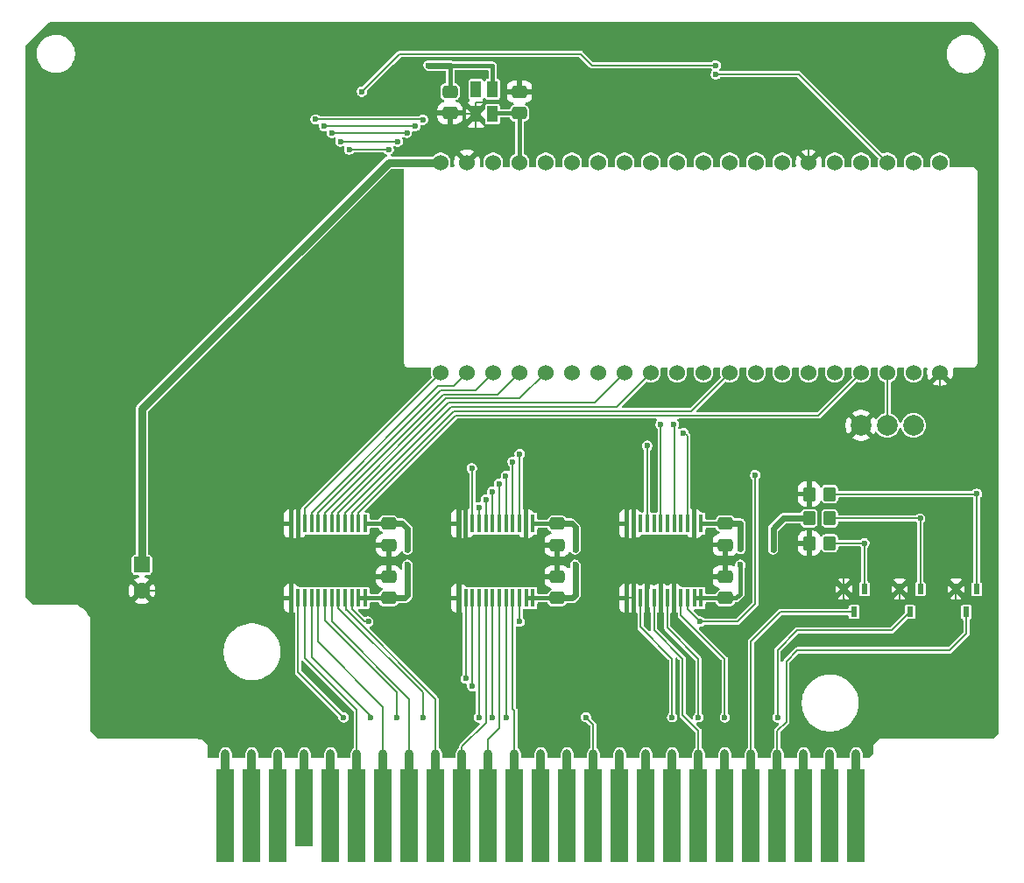
<source format=gtl>
G04 #@! TF.GenerationSoftware,KiCad,Pcbnew,9.0.2*
G04 #@! TF.CreationDate,2025-06-08T15:26:52+09:00*
G04 #@! TF.ProjectId,vdp_cartridge,7664705f-6361-4727-9472-696467652e6b,rev?*
G04 #@! TF.SameCoordinates,Original*
G04 #@! TF.FileFunction,Copper,L1,Top*
G04 #@! TF.FilePolarity,Positive*
%FSLAX46Y46*%
G04 Gerber Fmt 4.6, Leading zero omitted, Abs format (unit mm)*
G04 Created by KiCad (PCBNEW 9.0.2) date 2025-06-08 15:26:52*
%MOMM*%
%LPD*%
G01*
G04 APERTURE LIST*
G04 Aperture macros list*
%AMRoundRect*
0 Rectangle with rounded corners*
0 $1 Rounding radius*
0 $2 $3 $4 $5 $6 $7 $8 $9 X,Y pos of 4 corners*
0 Add a 4 corners polygon primitive as box body*
4,1,4,$2,$3,$4,$5,$6,$7,$8,$9,$2,$3,0*
0 Add four circle primitives for the rounded corners*
1,1,$1+$1,$2,$3*
1,1,$1+$1,$4,$5*
1,1,$1+$1,$6,$7*
1,1,$1+$1,$8,$9*
0 Add four rect primitives between the rounded corners*
20,1,$1+$1,$2,$3,$4,$5,0*
20,1,$1+$1,$4,$5,$6,$7,0*
20,1,$1+$1,$6,$7,$8,$9,0*
20,1,$1+$1,$8,$9,$2,$3,0*%
%AMFreePoly0*
4,1,21,0.153073,0.369552,0.243505,0.317341,0.317341,0.243505,0.369552,0.153073,0.396578,0.052210,0.400000,0.000000,0.400000,-1.500000,0.850000,-1.500000,0.850000,-10.500000,-0.850000,-10.500000,-0.850000,-1.500000,-0.400000,-1.500000,-0.400000,0.000000,-0.396578,0.052210,-0.369552,0.153073,-0.317341,0.243505,-0.243505,0.317341,-0.153073,0.369552,-0.052210,0.396578,0.052210,0.396578,
0.153073,0.369552,0.153073,0.369552,$1*%
%AMFreePoly1*
4,1,21,0.153073,0.369552,0.243505,0.317341,0.317341,0.243505,0.369552,0.153073,0.396578,0.052210,0.400000,0.000000,0.400000,-1.500000,0.850000,-1.500000,0.850000,-9.000000,-0.850000,-9.000000,-0.850000,-1.500000,-0.400000,-1.500000,-0.400000,0.000000,-0.396578,0.052210,-0.369552,0.153073,-0.317341,0.243505,-0.243505,0.317341,-0.153073,0.369552,-0.052210,0.396578,0.052210,0.396578,
0.153073,0.369552,0.153073,0.369552,$1*%
G04 Aperture macros list end*
G04 #@! TA.AperFunction,ComponentPad*
%ADD10RoundRect,0.250000X-0.550000X0.550000X-0.550000X-0.550000X0.550000X-0.550000X0.550000X0.550000X0*%
G04 #@! TD*
G04 #@! TA.AperFunction,ComponentPad*
%ADD11C,1.600000*%
G04 #@! TD*
G04 #@! TA.AperFunction,ComponentPad*
%ADD12C,1.524000*%
G04 #@! TD*
G04 #@! TA.AperFunction,SMDPad,CuDef*
%ADD13RoundRect,0.250000X-0.475000X0.337500X-0.475000X-0.337500X0.475000X-0.337500X0.475000X0.337500X0*%
G04 #@! TD*
G04 #@! TA.AperFunction,SMDPad,CuDef*
%ADD14R,0.600000X1.000000*%
G04 #@! TD*
G04 #@! TA.AperFunction,SMDPad,CuDef*
%ADD15RoundRect,0.250000X0.350000X0.450000X-0.350000X0.450000X-0.350000X-0.450000X0.350000X-0.450000X0*%
G04 #@! TD*
G04 #@! TA.AperFunction,ComponentPad*
%ADD16C,2.000000*%
G04 #@! TD*
G04 #@! TA.AperFunction,SMDPad,CuDef*
%ADD17FreePoly0,0.000000*%
G04 #@! TD*
G04 #@! TA.AperFunction,SMDPad,CuDef*
%ADD18FreePoly1,0.000000*%
G04 #@! TD*
G04 #@! TA.AperFunction,SMDPad,CuDef*
%ADD19RoundRect,0.250000X0.475000X-0.337500X0.475000X0.337500X-0.475000X0.337500X-0.475000X-0.337500X0*%
G04 #@! TD*
G04 #@! TA.AperFunction,SMDPad,CuDef*
%ADD20R,0.450000X1.750000*%
G04 #@! TD*
G04 #@! TA.AperFunction,SMDPad,CuDef*
%ADD21R,1.000000X1.600000*%
G04 #@! TD*
G04 #@! TA.AperFunction,SMDPad,CuDef*
%ADD22RoundRect,0.250000X-0.350000X-0.450000X0.350000X-0.450000X0.350000X0.450000X-0.350000X0.450000X0*%
G04 #@! TD*
G04 #@! TA.AperFunction,ViaPad*
%ADD23C,0.600000*%
G04 #@! TD*
G04 #@! TA.AperFunction,Conductor*
%ADD24C,0.200000*%
G04 #@! TD*
G04 #@! TA.AperFunction,Conductor*
%ADD25C,0.800000*%
G04 #@! TD*
G04 #@! TA.AperFunction,Conductor*
%ADD26C,0.400000*%
G04 #@! TD*
G04 #@! TA.AperFunction,Conductor*
%ADD27C,0.600000*%
G04 #@! TD*
G04 APERTURE END LIST*
D10*
X68150000Y-136450000D03*
D11*
X68150000Y-138950000D03*
D12*
X97040000Y-117850000D03*
X99580000Y-117850000D03*
X102120000Y-117850000D03*
X104660000Y-117850000D03*
X107200000Y-117850000D03*
X109740000Y-117850000D03*
X112280000Y-117850000D03*
X114820000Y-117850000D03*
X117360000Y-117850000D03*
X119900000Y-117850000D03*
X122440000Y-117850000D03*
X124980000Y-117850000D03*
X127520000Y-117850000D03*
X130060000Y-117850000D03*
X132600000Y-117850000D03*
X135140000Y-117850000D03*
X137680000Y-117850000D03*
X140220000Y-117850000D03*
X142760000Y-117850000D03*
X145300000Y-117850000D03*
X145300000Y-97530000D03*
X142760000Y-97530000D03*
X140220000Y-97530000D03*
X137680000Y-97530000D03*
X135140000Y-97530000D03*
X132600000Y-97530000D03*
X130060000Y-97530000D03*
X127520000Y-97530000D03*
X124980000Y-97530000D03*
X122440000Y-97530000D03*
X119900000Y-97530000D03*
X117360000Y-97530000D03*
X114820000Y-97530000D03*
X112280000Y-97530000D03*
X109740000Y-97530000D03*
X107200000Y-97530000D03*
X104660000Y-97530000D03*
X102120000Y-97530000D03*
X99580000Y-97530000D03*
X97040000Y-97530000D03*
D13*
X124550000Y-132437500D03*
X124550000Y-134512500D03*
X97950000Y-90675000D03*
X97950000Y-92750000D03*
D14*
X147850000Y-141000000D03*
X148850000Y-138800000D03*
X146850000Y-138800000D03*
D15*
X134650000Y-134350000D03*
X132650000Y-134350000D03*
D16*
X142740000Y-122950000D03*
X140200000Y-122950000D03*
X137660000Y-122950000D03*
D17*
X137200000Y-154700000D03*
X134660000Y-154700000D03*
X132120000Y-154700000D03*
X129580000Y-154700000D03*
X127040000Y-154700000D03*
X124500000Y-154700000D03*
X121960000Y-154700000D03*
X119420000Y-154700000D03*
X116880000Y-154700000D03*
X114340000Y-154700000D03*
X111800000Y-154700000D03*
X109260000Y-154700000D03*
X106720000Y-154700000D03*
X104180000Y-154700000D03*
X101640000Y-154700000D03*
X99100000Y-154700000D03*
X96560000Y-154700000D03*
X94020000Y-154700000D03*
X91480000Y-154700000D03*
X88940000Y-154700000D03*
X86400000Y-154700000D03*
D18*
X83860000Y-154700000D03*
D17*
X81320000Y-154700000D03*
X78780000Y-154700000D03*
X76240000Y-154700000D03*
D19*
X104650000Y-92750000D03*
X104650000Y-90675000D03*
X108300000Y-139662500D03*
X108300000Y-137587500D03*
D20*
X105950000Y-132462500D03*
X105300000Y-132462500D03*
X104650000Y-132462500D03*
X104000000Y-132462500D03*
X103350000Y-132462500D03*
X102700000Y-132462500D03*
X102050000Y-132462500D03*
X101400000Y-132462500D03*
X100750000Y-132462500D03*
X100100000Y-132462500D03*
X99450000Y-132462500D03*
X98800000Y-132462500D03*
X98800000Y-139662500D03*
X99450000Y-139662500D03*
X100100000Y-139662500D03*
X100750000Y-139662500D03*
X101400000Y-139662500D03*
X102050000Y-139662500D03*
X102700000Y-139662500D03*
X103350000Y-139662500D03*
X104000000Y-139662500D03*
X104650000Y-139662500D03*
X105300000Y-139662500D03*
X105950000Y-139662500D03*
D19*
X92000000Y-139662500D03*
X92000000Y-137587500D03*
D21*
X100450000Y-90450000D03*
X100450000Y-92850000D03*
X102050000Y-92850000D03*
X102050000Y-90450000D03*
D13*
X108300000Y-132462500D03*
X108300000Y-134537500D03*
D20*
X122200000Y-132462500D03*
X121550000Y-132462500D03*
X120900000Y-132462500D03*
X120250000Y-132462500D03*
X119600000Y-132462500D03*
X118950000Y-132462500D03*
X118300000Y-132462500D03*
X117650000Y-132462500D03*
X117000000Y-132462500D03*
X116350000Y-132462500D03*
X115700000Y-132462500D03*
X115050000Y-132462500D03*
X115050000Y-139662500D03*
X115700000Y-139662500D03*
X116350000Y-139662500D03*
X117000000Y-139662500D03*
X117650000Y-139662500D03*
X118300000Y-139662500D03*
X118950000Y-139662500D03*
X119600000Y-139662500D03*
X120250000Y-139662500D03*
X120900000Y-139662500D03*
X121550000Y-139662500D03*
X122200000Y-139662500D03*
D14*
X142400000Y-141000000D03*
X143400000Y-138800000D03*
X141400000Y-138800000D03*
D22*
X132650000Y-131950000D03*
X134650000Y-131950000D03*
D19*
X124550000Y-139662500D03*
X124550000Y-137587500D03*
D13*
X92000000Y-132462500D03*
X92000000Y-134537500D03*
D20*
X89750000Y-132462500D03*
X89100000Y-132462500D03*
X88450000Y-132462500D03*
X87800000Y-132462500D03*
X87150000Y-132462500D03*
X86500000Y-132462500D03*
X85850000Y-132462500D03*
X85200000Y-132462500D03*
X84550000Y-132462500D03*
X83900000Y-132462500D03*
X83250000Y-132462500D03*
X82600000Y-132462500D03*
X82600000Y-139662500D03*
X83250000Y-139662500D03*
X83900000Y-139662500D03*
X84550000Y-139662500D03*
X85200000Y-139662500D03*
X85850000Y-139662500D03*
X86500000Y-139662500D03*
X87150000Y-139662500D03*
X87800000Y-139662500D03*
X88450000Y-139662500D03*
X89100000Y-139662500D03*
X89750000Y-139662500D03*
D15*
X134650000Y-129600000D03*
X132650000Y-129600000D03*
D14*
X137000000Y-141000000D03*
X138000000Y-138800000D03*
X136000000Y-138800000D03*
D23*
X132644200Y-119797400D03*
X80193200Y-84593000D03*
X104932800Y-84618400D03*
X80040800Y-151217200D03*
X138257600Y-153452400D03*
X131704400Y-146010200D03*
X97770000Y-151191800D03*
X108057000Y-151191800D03*
X64115000Y-152385600D03*
X126421200Y-122845400D03*
X79050200Y-121499200D03*
X112654400Y-139584000D03*
X126649800Y-135875600D03*
X148163600Y-118171800D03*
X131679000Y-141844600D03*
X57993600Y-139431600D03*
X57333200Y-86675800D03*
X85095400Y-151191800D03*
X131704400Y-140092000D03*
X137673400Y-119797400D03*
X148316000Y-84593000D03*
X131679000Y-143825800D03*
X79050200Y-101890400D03*
X150348000Y-86726600D03*
X117378800Y-120000600D03*
X115778600Y-151191800D03*
X123068400Y-121194400D03*
X128097600Y-135875600D03*
X57866600Y-121524600D03*
X57993600Y-101941200D03*
X123601800Y-84618400D03*
X112654400Y-127849200D03*
X123779600Y-122845400D03*
X59543000Y-84542200D03*
X150398800Y-152538000D03*
X79050200Y-139507800D03*
X110038200Y-136450000D03*
X93833000Y-136450000D03*
X126005000Y-136450000D03*
X129164400Y-134961200D03*
X95865000Y-88123600D03*
X126014799Y-134905679D03*
X93833000Y-134961200D03*
X110038200Y-134961200D03*
X137976600Y-134350000D03*
X148849400Y-129576400D03*
X143388400Y-131964000D03*
X129596200Y-151217200D03*
X100750000Y-130871800D03*
X84943000Y-93356000D03*
X95331600Y-93381400D03*
X101400000Y-130109800D03*
X94595000Y-93991000D03*
X85773060Y-94006000D03*
X103332600Y-127849200D03*
X88194200Y-96277000D03*
X92004200Y-96277000D03*
X102697600Y-128585800D03*
X92893200Y-95489600D03*
X87356000Y-95489600D03*
X93777600Y-94656000D03*
X102037200Y-129347800D03*
X86532085Y-94656000D03*
X103993000Y-126477600D03*
X100056000Y-127112600D03*
X127437200Y-127773000D03*
X122128600Y-141946200D03*
X104653400Y-141946200D03*
X90048400Y-141946200D03*
X104678800Y-125715600D03*
X89413400Y-90663600D03*
X123627200Y-88123600D03*
X116997800Y-124928200D03*
X119588600Y-122870800D03*
X120503000Y-123683600D03*
X123627200Y-88987200D03*
X118293200Y-122870800D03*
X99450000Y-147454400D03*
X100741800Y-151217200D03*
X119410800Y-151191800D03*
X90251600Y-151217200D03*
X95306200Y-151191800D03*
X124500000Y-151200000D03*
X92766200Y-151191800D03*
X103358000Y-151217200D03*
X111079600Y-151191800D03*
X100100000Y-148213200D03*
X102062600Y-151217200D03*
X121950800Y-151191800D03*
X87660800Y-151217200D03*
D24*
X141400000Y-139881600D02*
X141407200Y-139888800D01*
X98800000Y-135864200D02*
X98800000Y-132462500D01*
X105300000Y-132462500D02*
X105300000Y-135887200D01*
X146850000Y-138800000D02*
X146850000Y-139881600D01*
X92000000Y-135850200D02*
X83215800Y-135850200D01*
X115700000Y-135314400D02*
X115677000Y-135291400D01*
X82606200Y-135850200D02*
X82606200Y-135951800D01*
X117000000Y-139662500D02*
X117000000Y-135293600D01*
X70258200Y-92750000D02*
X61600400Y-101407800D01*
X100450000Y-96660000D02*
X99580000Y-97530000D01*
X121550000Y-132462500D02*
X121550000Y-134504000D01*
X118300000Y-139662500D02*
X118300000Y-135310000D01*
X117000000Y-135293600D02*
X116997800Y-135291400D01*
X98000000Y-92750000D02*
X98100000Y-92850000D01*
X100450000Y-92850000D02*
X100450000Y-91692600D01*
X140442000Y-125715600D02*
X137676400Y-122950000D01*
X128097600Y-129602400D02*
X128097600Y-135875600D01*
X100437000Y-91679600D02*
X103231000Y-91679600D01*
X92000000Y-134537500D02*
X92000000Y-135850200D01*
X82600000Y-135958000D02*
X82600000Y-139662500D01*
X115067400Y-135291400D02*
X115677000Y-135291400D01*
X128100000Y-129600000D02*
X128097600Y-129602400D01*
X108300000Y-135901000D02*
X108300000Y-137587500D01*
X97950000Y-92750000D02*
X98000000Y-92750000D01*
X77780200Y-135850200D02*
X82606200Y-135850200D01*
X98633600Y-135697800D02*
X92000000Y-135697800D01*
X98800000Y-139662500D02*
X98800000Y-135937800D01*
X137660000Y-122960400D02*
X137660000Y-122950000D01*
X74680400Y-138950000D02*
X77780200Y-135850200D01*
X144277400Y-125715600D02*
X140442000Y-125715600D01*
X124550000Y-134512500D02*
X124550000Y-135748600D01*
X124550000Y-135748600D02*
X126522800Y-135748600D01*
X132600000Y-91750000D02*
X132600000Y-97530000D01*
X128402400Y-136180400D02*
X128097600Y-135875600D01*
X136000000Y-136767600D02*
X134981000Y-135748600D01*
X92000000Y-135901000D02*
X92000000Y-137587500D01*
X118300000Y-135310000D02*
X118318600Y-135291400D01*
X115677000Y-135291400D02*
X116997800Y-135291400D01*
X141407200Y-139888800D02*
X136174800Y-139888800D01*
X131983800Y-136180400D02*
X128402400Y-136180400D01*
X137676400Y-122950000D02*
X137660000Y-122950000D01*
X132415600Y-135748600D02*
X131983800Y-136180400D01*
X136000000Y-139714000D02*
X136000000Y-138800000D01*
X136000000Y-138800000D02*
X136000000Y-136767600D01*
X141400000Y-138800000D02*
X141400000Y-139881600D01*
X121558500Y-134512500D02*
X124550000Y-134512500D01*
X145300000Y-117850000D02*
X145300000Y-124693000D01*
X132650000Y-129600000D02*
X128100000Y-129600000D01*
X82606200Y-135951800D02*
X82600000Y-135958000D01*
X61600400Y-101407800D02*
X61600400Y-132400400D01*
X134981000Y-135748600D02*
X132415600Y-135748600D01*
X124550000Y-135748600D02*
X124550000Y-135977200D01*
X83250000Y-135816000D02*
X83215800Y-135850200D01*
X115050000Y-139662500D02*
X115700000Y-139662500D01*
X108300000Y-135697800D02*
X108300000Y-135901000D01*
X115067400Y-135291400D02*
X114661000Y-135697800D01*
X114661000Y-135697800D02*
X108300000Y-135697800D01*
X118318600Y-135291400D02*
X119588600Y-135291400D01*
X82600000Y-135742400D02*
X82600000Y-132462500D01*
X126522800Y-135748600D02*
X126649800Y-135875600D01*
X121550000Y-134504000D02*
X121550000Y-135291400D01*
X83215800Y-135850200D02*
X82606200Y-135850200D01*
X82606200Y-135748600D02*
X82600000Y-135742400D01*
X103242400Y-90675000D02*
X104650000Y-90675000D01*
X121550000Y-134504000D02*
X121558500Y-134512500D01*
X98800000Y-135937800D02*
X98836800Y-135901000D01*
X132650000Y-129600000D02*
X132650000Y-127970400D01*
X105300000Y-135887200D02*
X105313800Y-135901000D01*
X115050000Y-132462500D02*
X115050000Y-135274000D01*
X145300000Y-124693000D02*
X144277400Y-125715600D01*
X98836800Y-135901000D02*
X98633600Y-135697800D01*
X98836800Y-135901000D02*
X98800000Y-135864200D01*
X115700000Y-132462500D02*
X115700000Y-135314400D01*
X119600000Y-135302800D02*
X119588600Y-135291400D01*
X108300000Y-135901000D02*
X105313800Y-135901000D01*
X103231000Y-90686400D02*
X103242400Y-90675000D01*
X124550000Y-135977200D02*
X124550000Y-137587500D01*
X115050000Y-135274000D02*
X115067400Y-135291400D01*
X98100000Y-92850000D02*
X100450000Y-92850000D01*
X132415600Y-135748600D02*
X132593400Y-135748600D01*
X136174800Y-139888800D02*
X136000000Y-139714000D01*
X119600000Y-139662500D02*
X119600000Y-135302800D01*
X82606200Y-135850200D02*
X82606200Y-135748600D01*
X99450000Y-135897400D02*
X99446400Y-135901000D01*
X132593400Y-135748600D02*
X132650000Y-135692000D01*
X99446400Y-135901000D02*
X98836800Y-135901000D01*
X97950000Y-92750000D02*
X70258200Y-92750000D01*
X131525000Y-90675000D02*
X132600000Y-91750000D01*
X115700000Y-139662500D02*
X115700000Y-135314400D01*
X100450000Y-92850000D02*
X100450000Y-96660000D01*
X146842800Y-139888800D02*
X141407200Y-139888800D01*
X99450000Y-132462500D02*
X99450000Y-135897400D01*
X121550000Y-135291400D02*
X119588600Y-135291400D01*
X146850000Y-139881600D02*
X146842800Y-139888800D01*
X92000000Y-135850200D02*
X92000000Y-135901000D01*
X116997800Y-135291400D02*
X118318600Y-135291400D01*
X132650000Y-127970400D02*
X137660000Y-122960400D01*
X68150000Y-138950000D02*
X74680400Y-138950000D01*
X132650000Y-135692000D02*
X132650000Y-134350000D01*
X103231000Y-91679600D02*
X103231000Y-90686400D01*
X104650000Y-90675000D02*
X131525000Y-90675000D01*
X83250000Y-132462500D02*
X83250000Y-135816000D01*
X124550000Y-135291400D02*
X124550000Y-135977200D01*
X105313800Y-135901000D02*
X99446400Y-135901000D01*
X61600400Y-132400400D02*
X68150000Y-138950000D01*
D25*
X68150000Y-121375800D02*
X91995800Y-97530000D01*
D26*
X124550000Y-139662500D02*
X125606100Y-139662500D01*
D27*
X110038200Y-139380800D02*
X109756500Y-139662500D01*
X109756500Y-139662500D02*
X108300000Y-139662500D01*
D25*
X91995800Y-97530000D02*
X97040000Y-97530000D01*
D27*
X93551300Y-139662500D02*
X92000000Y-139662500D01*
D26*
X105300000Y-139662500D02*
X105950000Y-139662500D01*
X122200000Y-139662500D02*
X124550000Y-139662500D01*
X89750000Y-139662500D02*
X92000000Y-139662500D01*
X89100000Y-139662500D02*
X89750000Y-139662500D01*
D25*
X68150000Y-136450000D02*
X68150000Y-121375800D01*
D26*
X126005000Y-139263600D02*
X126005000Y-136450000D01*
D27*
X93833000Y-136450000D02*
X93833000Y-139380800D01*
D26*
X125606100Y-139662500D02*
X126005000Y-139263600D01*
D27*
X110038200Y-136450000D02*
X110038200Y-139380800D01*
D26*
X121550000Y-139662500D02*
X122200000Y-139662500D01*
X105950000Y-139662500D02*
X108300000Y-139662500D01*
D27*
X93833000Y-139380800D02*
X93551300Y-139662500D01*
X93315500Y-132462500D02*
X92000000Y-132462500D01*
X130143600Y-131950000D02*
X132650000Y-131950000D01*
D26*
X97950000Y-90675000D02*
X97950000Y-88150000D01*
D27*
X93833000Y-132980000D02*
X93315500Y-132462500D01*
X110038200Y-134961200D02*
X110038200Y-132808600D01*
D26*
X122200000Y-132462500D02*
X124525000Y-132462500D01*
D27*
X125980300Y-132437500D02*
X126014800Y-132472000D01*
X129164400Y-134961200D02*
X129164400Y-132929200D01*
D26*
X105950000Y-132462500D02*
X108300000Y-132462500D01*
D27*
X124550000Y-132437500D02*
X125980300Y-132437500D01*
X95865000Y-88123600D02*
X97923600Y-88123600D01*
D26*
X89750000Y-132462500D02*
X92000000Y-132462500D01*
D27*
X126014800Y-132472000D02*
X126014799Y-134905679D01*
X97923600Y-88123600D02*
X97950000Y-88150000D01*
D24*
X124525000Y-132462500D02*
X124550000Y-132437500D01*
D27*
X129164400Y-132929200D02*
X130143600Y-131950000D01*
D24*
X142760000Y-122930000D02*
X142740000Y-122950000D01*
D26*
X97950000Y-88150000D02*
X102050000Y-88150000D01*
D27*
X109692100Y-132462500D02*
X108300000Y-132462500D01*
X110038200Y-132808600D02*
X109692100Y-132462500D01*
D26*
X102050000Y-88150000D02*
X102050000Y-90450000D01*
D27*
X93833000Y-134961200D02*
X93833000Y-132980000D01*
D24*
X104650000Y-97520000D02*
X104660000Y-97530000D01*
D26*
X104650000Y-92750000D02*
X104650000Y-97520000D01*
X104650000Y-92750000D02*
X102150000Y-92750000D01*
D24*
X137976600Y-134350000D02*
X138000000Y-134373400D01*
X138000000Y-134373400D02*
X138000000Y-138800000D01*
X134650000Y-134350000D02*
X137976600Y-134350000D01*
X134650000Y-129600000D02*
X148825800Y-129600000D01*
X148849400Y-129576400D02*
X148850000Y-129577000D01*
X148850000Y-129577000D02*
X148850000Y-138800000D01*
X143374400Y-131950000D02*
X143388400Y-131964000D01*
X134650000Y-131950000D02*
X143374400Y-131950000D01*
X143400000Y-131975600D02*
X143400000Y-138800000D01*
X143388400Y-131964000D02*
X143400000Y-131975600D01*
X129580000Y-152496400D02*
X129580000Y-154700000D01*
X129570800Y-152487200D02*
X129580000Y-152496400D01*
X147850000Y-143123400D02*
X146258600Y-144714800D01*
X130434400Y-145807000D02*
X130434400Y-151623600D01*
X130434400Y-151623600D02*
X129570800Y-152487200D01*
X147850000Y-141000000D02*
X147850000Y-143123400D01*
X146258600Y-144714800D02*
X131526600Y-144714800D01*
X131526600Y-144714800D02*
X130434400Y-145807000D01*
X140615600Y-142784400D02*
X131501200Y-142784400D01*
X142400000Y-141000000D02*
X140615600Y-142784400D01*
X129596200Y-144689400D02*
X129596200Y-151217200D01*
X131501200Y-142784400D02*
X129596200Y-144689400D01*
X100750000Y-130871800D02*
X100750000Y-132462500D01*
X95306200Y-93356000D02*
X95331600Y-93381400D01*
X84943000Y-93356000D02*
X95306200Y-93356000D01*
X85773060Y-94006000D02*
X94580000Y-94006000D01*
X101400000Y-132462500D02*
X101400000Y-130109800D01*
X94595000Y-93991000D02*
X94580000Y-94006000D01*
X88194200Y-96277000D02*
X92004200Y-96277000D01*
X103350000Y-132462500D02*
X103350000Y-127866600D01*
X103350000Y-127866600D02*
X103332600Y-127849200D01*
X102700000Y-128588200D02*
X102697600Y-128585800D01*
X102700000Y-132462500D02*
X102700000Y-128588200D01*
X87356000Y-95489600D02*
X92893200Y-95489600D01*
X102050000Y-132462500D02*
X102050000Y-129360600D01*
X102050000Y-129360600D02*
X102037200Y-129347800D01*
X93777600Y-94656000D02*
X93782200Y-94651400D01*
X86532085Y-94656000D02*
X93777600Y-94656000D01*
X103993000Y-128662000D02*
X103993000Y-128636600D01*
X104000000Y-128669000D02*
X103993000Y-128662000D01*
X103993000Y-128636600D02*
X103993000Y-126477600D01*
X104000000Y-132462500D02*
X104000000Y-128669000D01*
X100100000Y-132462500D02*
X100100000Y-127156600D01*
X100100000Y-127156600D02*
X100056000Y-127112600D01*
X125735400Y-141946200D02*
X127437200Y-140244400D01*
X120900000Y-139662500D02*
X120900000Y-140737500D01*
X120900000Y-140737500D02*
X122108700Y-141946200D01*
X127437200Y-140244400D02*
X127437200Y-127773000D01*
X89658700Y-141946200D02*
X90048400Y-141946200D01*
X88450000Y-139662500D02*
X88450000Y-140737500D01*
X90048400Y-141946200D02*
X90099200Y-141946200D01*
X127234000Y-127773000D02*
X127437200Y-127773000D01*
X104650000Y-141942800D02*
X104653400Y-141946200D01*
X122108700Y-141946200D02*
X122128600Y-141946200D01*
X122128600Y-141946200D02*
X125735400Y-141946200D01*
X104650000Y-139662500D02*
X104650000Y-141942800D01*
X88450000Y-140737500D02*
X89658700Y-141946200D01*
X104650000Y-132462500D02*
X104650000Y-125744400D01*
X104650000Y-125744400D02*
X104678800Y-125715600D01*
X117000000Y-132462500D02*
X117000000Y-124930400D01*
X93045600Y-87031400D02*
X110597000Y-87031400D01*
X111689200Y-88123600D02*
X123627200Y-88123600D01*
X110597000Y-87031400D02*
X111689200Y-88123600D01*
X89413400Y-90663600D02*
X93045600Y-87031400D01*
X117000000Y-124930400D02*
X116997800Y-124928200D01*
X119600000Y-132462500D02*
X119600000Y-122882200D01*
X119600000Y-122882200D02*
X119588600Y-122870800D01*
X120900000Y-123979000D02*
X120604600Y-123683600D01*
X120900000Y-132462500D02*
X120900000Y-123979000D01*
X131677200Y-88987200D02*
X123627200Y-88987200D01*
X140220000Y-97530000D02*
X131677200Y-88987200D01*
X120604600Y-123683600D02*
X120503000Y-123683600D01*
X118300000Y-122877600D02*
X118293200Y-122870800D01*
X118300000Y-132462500D02*
X118300000Y-122877600D01*
X83900000Y-130990000D02*
X97040000Y-117850000D01*
X83900000Y-132462500D02*
X83900000Y-130990000D01*
X102541000Y-119969000D02*
X104660000Y-117850000D01*
X85850000Y-131387500D02*
X97268500Y-119969000D01*
X97268500Y-119969000D02*
X102541000Y-119969000D01*
X85850000Y-132462500D02*
X85850000Y-131387500D01*
X96768500Y-119169000D02*
X98261000Y-119169000D01*
X98261000Y-119169000D02*
X99580000Y-117850000D01*
X84550000Y-131387500D02*
X96768500Y-119169000D01*
X84550000Y-132462500D02*
X84550000Y-131387500D01*
X121254600Y-121575400D02*
X124980000Y-117850000D01*
X88450000Y-132462500D02*
X88450000Y-131410500D01*
X88450000Y-131410500D02*
X98285100Y-121575400D01*
X98285100Y-121575400D02*
X121254600Y-121575400D01*
X86500000Y-132462500D02*
X86500000Y-131387500D01*
X86500000Y-131387500D02*
X97518500Y-120369000D01*
X97518500Y-120369000D02*
X104681000Y-120369000D01*
X104681000Y-120369000D02*
X107200000Y-117850000D01*
X114041000Y-121169000D02*
X117360000Y-117850000D01*
X98018500Y-121169000D02*
X114041000Y-121169000D01*
X87800000Y-132462500D02*
X87800000Y-131387500D01*
X87800000Y-131387500D02*
X98018500Y-121169000D01*
X89100000Y-132462500D02*
X89100000Y-131387500D01*
X89100000Y-131387500D02*
X98480300Y-122007200D01*
X98480300Y-122007200D02*
X133522800Y-122007200D01*
X133522800Y-122007200D02*
X137680000Y-117850000D01*
X85200000Y-131387500D02*
X97018500Y-119569000D01*
X97018500Y-119569000D02*
X100401000Y-119569000D01*
X85200000Y-132462500D02*
X85200000Y-131387500D01*
X100401000Y-119569000D02*
X102120000Y-117850000D01*
X87150000Y-132462500D02*
X87150000Y-131387500D01*
X97768500Y-120769000D02*
X111901000Y-120769000D01*
X111901000Y-120769000D02*
X114820000Y-117850000D01*
X87150000Y-131387500D02*
X97768500Y-120769000D01*
X140220000Y-122930000D02*
X140200000Y-122950000D01*
X140220000Y-117850000D02*
X140220000Y-122930000D01*
X99450000Y-139662500D02*
X99450000Y-147454400D01*
X99450000Y-147454400D02*
X99446400Y-147458000D01*
X100750000Y-139662500D02*
X100750000Y-151209000D01*
X100750000Y-151209000D02*
X100741800Y-151217200D01*
X116350000Y-139662500D02*
X116350000Y-142466800D01*
X119410800Y-145527600D02*
X119410800Y-151191800D01*
X116350000Y-142466800D02*
X119410800Y-145527600D01*
X90251600Y-151064800D02*
X90251600Y-151217200D01*
X84550000Y-139662500D02*
X84550000Y-145363200D01*
X84550000Y-145363200D02*
X90251600Y-151064800D01*
X137000000Y-141000000D02*
X129882000Y-141000000D01*
X129882000Y-141000000D02*
X127040000Y-143842000D01*
X127040000Y-143842000D02*
X127040000Y-154700000D01*
X87150000Y-140622600D02*
X95306200Y-148778800D01*
X95306200Y-148778800D02*
X95306200Y-151191800D01*
X87150000Y-139662500D02*
X87150000Y-140622600D01*
X87924000Y-139662500D02*
X87924000Y-140830914D01*
X87931586Y-140838500D02*
X87950100Y-140838500D01*
X87800000Y-139662500D02*
X87924000Y-139662500D01*
X96560000Y-149448400D02*
X96560000Y-154700000D01*
X87950100Y-140838500D02*
X96560000Y-149448400D01*
X87924000Y-140830914D02*
X87931586Y-140838500D01*
X120426800Y-145527600D02*
X120426800Y-150963200D01*
X120426800Y-150963200D02*
X121960000Y-152496400D01*
X117650000Y-142750800D02*
X120426800Y-145527600D01*
X117650000Y-139662500D02*
X117650000Y-142750800D01*
X121960000Y-152496400D02*
X121960000Y-154700000D01*
X101640000Y-153341600D02*
X101640000Y-154700000D01*
X102700000Y-139662500D02*
X102700000Y-152281600D01*
X102700000Y-152281600D02*
X101640000Y-153341600D01*
X120250000Y-141286800D02*
X124500000Y-145536800D01*
X120250000Y-139662500D02*
X120250000Y-141286800D01*
X124500000Y-145536800D02*
X124500000Y-151200000D01*
X91480000Y-150185000D02*
X91480000Y-154700000D01*
X85200000Y-143905000D02*
X91480000Y-150185000D01*
X85200000Y-139662500D02*
X85200000Y-143905000D01*
X88940000Y-150489800D02*
X88940000Y-154700000D01*
X83900000Y-139662500D02*
X83900000Y-145449800D01*
X83900000Y-145449800D02*
X88940000Y-150489800D01*
X85850000Y-139662500D02*
X85850000Y-141862600D01*
X85850000Y-141862600D02*
X92766200Y-148778800D01*
X92766200Y-148778800D02*
X92766200Y-151191800D01*
X103350000Y-151209200D02*
X103358000Y-151217200D01*
X103350000Y-139662500D02*
X103350000Y-151209200D01*
X100100000Y-139662500D02*
X100100000Y-148213200D01*
X100100000Y-148213200D02*
X100106800Y-148220000D01*
X111079600Y-151191800D02*
X111790800Y-151903000D01*
X111790800Y-151903000D02*
X111790800Y-152030000D01*
X111800000Y-152039200D02*
X111800000Y-154700000D01*
X111790800Y-152030000D02*
X111800000Y-152039200D01*
X94020000Y-149448400D02*
X94020000Y-154700000D01*
X86500000Y-141928400D02*
X94020000Y-149448400D01*
X86500000Y-139662500D02*
X86500000Y-141928400D01*
X99100000Y-154052800D02*
X99100000Y-154700000D01*
X101400000Y-139662500D02*
X101400000Y-151752800D01*
X101400000Y-151752800D02*
X99100000Y-154052800D01*
X102050000Y-139662500D02*
X102050000Y-151204600D01*
X102050000Y-151204600D02*
X102062600Y-151217200D01*
X104000000Y-150353600D02*
X104180000Y-150533600D01*
X104000000Y-139662500D02*
X104000000Y-150353600D01*
X104180000Y-150533600D02*
X104180000Y-154700000D01*
X118950000Y-139662500D02*
X118950000Y-142550000D01*
X118950000Y-142550000D02*
X121950000Y-145550000D01*
X121950000Y-151191000D02*
X121950800Y-151191800D01*
X121950000Y-145550000D02*
X121950000Y-151191000D01*
X83250000Y-146806400D02*
X87660800Y-151217200D01*
X83250000Y-139662500D02*
X83250000Y-146806400D01*
G04 #@! TA.AperFunction,Conductor*
G36*
X126555622Y-117396585D02*
G01*
X126601377Y-117449389D01*
X126611321Y-117518547D01*
X126603143Y-117548354D01*
X126594489Y-117569243D01*
X126594486Y-117569256D01*
X126557500Y-117755197D01*
X126557500Y-117944802D01*
X126594486Y-118130743D01*
X126594488Y-118130751D01*
X126667042Y-118305912D01*
X126772377Y-118463558D01*
X126906441Y-118597622D01*
X126971957Y-118641398D01*
X127064085Y-118702956D01*
X127239249Y-118775512D01*
X127425197Y-118812499D01*
X127425201Y-118812500D01*
X127425202Y-118812500D01*
X127614799Y-118812500D01*
X127614800Y-118812499D01*
X127800751Y-118775512D01*
X127975915Y-118702956D01*
X128133558Y-118597622D01*
X128267622Y-118463558D01*
X128372956Y-118305915D01*
X128445512Y-118130751D01*
X128482500Y-117944798D01*
X128482500Y-117755202D01*
X128445512Y-117569249D01*
X128439394Y-117554480D01*
X128436857Y-117548354D01*
X128429387Y-117478885D01*
X128460661Y-117416405D01*
X128520749Y-117380752D01*
X128551417Y-117376900D01*
X129028583Y-117376900D01*
X129095622Y-117396585D01*
X129141377Y-117449389D01*
X129151321Y-117518547D01*
X129143143Y-117548354D01*
X129134489Y-117569243D01*
X129134486Y-117569256D01*
X129097500Y-117755197D01*
X129097500Y-117944802D01*
X129134486Y-118130743D01*
X129134488Y-118130751D01*
X129207042Y-118305912D01*
X129312377Y-118463558D01*
X129446441Y-118597622D01*
X129511957Y-118641398D01*
X129604085Y-118702956D01*
X129779249Y-118775512D01*
X129965197Y-118812499D01*
X129965201Y-118812500D01*
X129965202Y-118812500D01*
X130154799Y-118812500D01*
X130154800Y-118812499D01*
X130340751Y-118775512D01*
X130515915Y-118702956D01*
X130673558Y-118597622D01*
X130807622Y-118463558D01*
X130912956Y-118305915D01*
X130985512Y-118130751D01*
X131022500Y-117944798D01*
X131022500Y-117755202D01*
X130985512Y-117569249D01*
X130979394Y-117554480D01*
X130976857Y-117548354D01*
X130969387Y-117478885D01*
X131000661Y-117416405D01*
X131060749Y-117380752D01*
X131091417Y-117376900D01*
X131568583Y-117376900D01*
X131635622Y-117396585D01*
X131681377Y-117449389D01*
X131691321Y-117518547D01*
X131683143Y-117548354D01*
X131674489Y-117569243D01*
X131674486Y-117569256D01*
X131637500Y-117755197D01*
X131637500Y-117944802D01*
X131674486Y-118130743D01*
X131674488Y-118130751D01*
X131747042Y-118305912D01*
X131852377Y-118463558D01*
X131986441Y-118597622D01*
X132051957Y-118641398D01*
X132144085Y-118702956D01*
X132319249Y-118775512D01*
X132505197Y-118812499D01*
X132505201Y-118812500D01*
X132505202Y-118812500D01*
X132694799Y-118812500D01*
X132694800Y-118812499D01*
X132880751Y-118775512D01*
X133055915Y-118702956D01*
X133213558Y-118597622D01*
X133347622Y-118463558D01*
X133452956Y-118305915D01*
X133525512Y-118130751D01*
X133562500Y-117944798D01*
X133562500Y-117755202D01*
X133525512Y-117569249D01*
X133519394Y-117554480D01*
X133516857Y-117548354D01*
X133509387Y-117478885D01*
X133540661Y-117416405D01*
X133600749Y-117380752D01*
X133631417Y-117376900D01*
X134108583Y-117376900D01*
X134175622Y-117396585D01*
X134221377Y-117449389D01*
X134231321Y-117518547D01*
X134223143Y-117548354D01*
X134214489Y-117569243D01*
X134214486Y-117569256D01*
X134177500Y-117755197D01*
X134177500Y-117944802D01*
X134214486Y-118130743D01*
X134214488Y-118130751D01*
X134287042Y-118305912D01*
X134392377Y-118463558D01*
X134526441Y-118597622D01*
X134591957Y-118641398D01*
X134684085Y-118702956D01*
X134859249Y-118775512D01*
X135045197Y-118812499D01*
X135045201Y-118812500D01*
X135045202Y-118812500D01*
X135234799Y-118812500D01*
X135234800Y-118812499D01*
X135420751Y-118775512D01*
X135595915Y-118702956D01*
X135753558Y-118597622D01*
X135887622Y-118463558D01*
X135992956Y-118305915D01*
X136065512Y-118130751D01*
X136102500Y-117944798D01*
X136102500Y-117755202D01*
X136065512Y-117569249D01*
X136059394Y-117554480D01*
X136056857Y-117548354D01*
X136049387Y-117478885D01*
X136080661Y-117416405D01*
X136140749Y-117380752D01*
X136171417Y-117376900D01*
X136648583Y-117376900D01*
X136715622Y-117396585D01*
X136761377Y-117449389D01*
X136771321Y-117518547D01*
X136763143Y-117548354D01*
X136754489Y-117569243D01*
X136754486Y-117569256D01*
X136717500Y-117755197D01*
X136717500Y-117944802D01*
X136754486Y-118130743D01*
X136754488Y-118130751D01*
X136787156Y-118209617D01*
X136794625Y-118279086D01*
X136763350Y-118341565D01*
X136760276Y-118344751D01*
X133434648Y-121670381D01*
X133373325Y-121703866D01*
X133346967Y-121706700D01*
X121847633Y-121706700D01*
X121780594Y-121687015D01*
X121734839Y-121634211D01*
X121724895Y-121565053D01*
X121753920Y-121501497D01*
X121759952Y-121495019D01*
X122422790Y-120832181D01*
X124485248Y-118769721D01*
X124546569Y-118736238D01*
X124616261Y-118741222D01*
X124620380Y-118742843D01*
X124699249Y-118775512D01*
X124885197Y-118812499D01*
X124885201Y-118812500D01*
X124885202Y-118812500D01*
X125074799Y-118812500D01*
X125074800Y-118812499D01*
X125260751Y-118775512D01*
X125435915Y-118702956D01*
X125593558Y-118597622D01*
X125727622Y-118463558D01*
X125832956Y-118305915D01*
X125905512Y-118130751D01*
X125942500Y-117944798D01*
X125942500Y-117755202D01*
X125905512Y-117569249D01*
X125899394Y-117554480D01*
X125896857Y-117548354D01*
X125889387Y-117478885D01*
X125920661Y-117416405D01*
X125980749Y-117380752D01*
X126011417Y-117376900D01*
X126488583Y-117376900D01*
X126555622Y-117396585D01*
G37*
G04 #@! TD.AperFunction*
G04 #@! TA.AperFunction,Conductor*
G36*
X118935622Y-117396585D02*
G01*
X118981377Y-117449389D01*
X118991321Y-117518547D01*
X118983143Y-117548354D01*
X118974489Y-117569243D01*
X118974486Y-117569256D01*
X118937500Y-117755197D01*
X118937500Y-117944802D01*
X118974486Y-118130743D01*
X118974488Y-118130751D01*
X119047042Y-118305912D01*
X119152377Y-118463558D01*
X119286441Y-118597622D01*
X119351957Y-118641398D01*
X119444085Y-118702956D01*
X119619249Y-118775512D01*
X119805197Y-118812499D01*
X119805201Y-118812500D01*
X119805202Y-118812500D01*
X119994799Y-118812500D01*
X119994800Y-118812499D01*
X120180751Y-118775512D01*
X120355915Y-118702956D01*
X120513558Y-118597622D01*
X120647622Y-118463558D01*
X120752956Y-118305915D01*
X120825512Y-118130751D01*
X120862500Y-117944798D01*
X120862500Y-117755202D01*
X120825512Y-117569249D01*
X120819394Y-117554480D01*
X120816857Y-117548354D01*
X120809387Y-117478885D01*
X120840661Y-117416405D01*
X120900749Y-117380752D01*
X120931417Y-117376900D01*
X121408583Y-117376900D01*
X121475622Y-117396585D01*
X121521377Y-117449389D01*
X121531321Y-117518547D01*
X121523143Y-117548354D01*
X121514489Y-117569243D01*
X121514486Y-117569256D01*
X121477500Y-117755197D01*
X121477500Y-117944802D01*
X121514486Y-118130743D01*
X121514488Y-118130751D01*
X121587042Y-118305912D01*
X121692377Y-118463558D01*
X121826441Y-118597622D01*
X121891957Y-118641398D01*
X121984085Y-118702956D01*
X122159249Y-118775512D01*
X122345197Y-118812499D01*
X122345201Y-118812500D01*
X122345202Y-118812500D01*
X122534799Y-118812500D01*
X122534800Y-118812499D01*
X122720751Y-118775512D01*
X122895915Y-118702956D01*
X123053558Y-118597622D01*
X123187622Y-118463558D01*
X123292956Y-118305915D01*
X123365512Y-118130751D01*
X123402500Y-117944798D01*
X123402500Y-117755202D01*
X123365512Y-117569249D01*
X123359394Y-117554480D01*
X123356857Y-117548354D01*
X123349387Y-117478885D01*
X123380661Y-117416405D01*
X123440749Y-117380752D01*
X123471417Y-117376900D01*
X123948583Y-117376900D01*
X124015622Y-117396585D01*
X124061377Y-117449389D01*
X124071321Y-117518547D01*
X124063143Y-117548354D01*
X124054489Y-117569243D01*
X124054486Y-117569256D01*
X124017500Y-117755197D01*
X124017500Y-117944802D01*
X124054486Y-118130743D01*
X124054488Y-118130751D01*
X124087156Y-118209617D01*
X124094625Y-118279086D01*
X124063350Y-118341565D01*
X124060276Y-118344751D01*
X121166448Y-121238581D01*
X121105125Y-121272066D01*
X121078767Y-121274900D01*
X114659433Y-121274900D01*
X114592394Y-121255215D01*
X114546639Y-121202411D01*
X114536695Y-121133253D01*
X114565720Y-121069697D01*
X114571752Y-121063219D01*
X114978152Y-120656819D01*
X116865248Y-118769721D01*
X116926569Y-118736238D01*
X116996261Y-118741222D01*
X117000380Y-118742843D01*
X117079249Y-118775512D01*
X117265197Y-118812499D01*
X117265201Y-118812500D01*
X117265202Y-118812500D01*
X117454799Y-118812500D01*
X117454800Y-118812499D01*
X117640751Y-118775512D01*
X117815915Y-118702956D01*
X117973558Y-118597622D01*
X118107622Y-118463558D01*
X118212956Y-118305915D01*
X118285512Y-118130751D01*
X118322500Y-117944798D01*
X118322500Y-117755202D01*
X118285512Y-117569249D01*
X118279394Y-117554480D01*
X118276857Y-117548354D01*
X118269387Y-117478885D01*
X118300661Y-117416405D01*
X118360749Y-117380752D01*
X118391417Y-117376900D01*
X118868583Y-117376900D01*
X118935622Y-117396585D01*
G37*
G04 #@! TD.AperFunction*
G04 #@! TA.AperFunction,Conductor*
G36*
X148389411Y-83959525D02*
G01*
X148453531Y-83969681D01*
X148466184Y-83972370D01*
X148526144Y-83988436D01*
X148581729Y-84020529D01*
X150834869Y-86273669D01*
X150842886Y-86287555D01*
X150853069Y-86296812D01*
X150866963Y-86329257D01*
X150883025Y-86389202D01*
X150885723Y-86401897D01*
X150935236Y-86714512D01*
X150936593Y-86727420D01*
X150953330Y-87046756D01*
X150953500Y-87053246D01*
X150953500Y-136861187D01*
X150953480Y-136861262D01*
X150953500Y-136926040D01*
X150953500Y-137000668D01*
X150953522Y-137001015D01*
X150958367Y-152765231D01*
X150938703Y-152832276D01*
X150922048Y-152852950D01*
X150568850Y-153206150D01*
X150507527Y-153239635D01*
X150481169Y-153242469D01*
X140020951Y-153242469D01*
X140020281Y-153242467D01*
X139930608Y-153241982D01*
X139748563Y-153269974D01*
X139743775Y-153271106D01*
X139743531Y-153270077D01*
X139714730Y-153274600D01*
X139476799Y-153274600D01*
X138867200Y-153884199D01*
X138867200Y-154246536D01*
X138867025Y-154253119D01*
X138866714Y-154258952D01*
X138857552Y-154320712D01*
X138858500Y-154409519D01*
X138858500Y-154413478D01*
X138858500Y-154654338D01*
X138838815Y-154721377D01*
X138822181Y-154742019D01*
X138471719Y-155092481D01*
X138410396Y-155125966D01*
X138384038Y-155128800D01*
X137929500Y-155128800D01*
X137862461Y-155109115D01*
X137816706Y-155056311D01*
X137805500Y-155004800D01*
X137805500Y-154647338D01*
X137804248Y-154637833D01*
X137798498Y-154594152D01*
X137771239Y-154492419D01*
X137750709Y-154442856D01*
X137698048Y-154351644D01*
X137689963Y-154341108D01*
X137665390Y-154309084D01*
X137590915Y-154234609D01*
X137548358Y-154201953D01*
X137457150Y-154149294D01*
X137457140Y-154149289D01*
X137407581Y-154128761D01*
X137305850Y-154101502D01*
X137252662Y-154094500D01*
X137252661Y-154094500D01*
X137147339Y-154094500D01*
X137147338Y-154094500D01*
X137094149Y-154101502D01*
X136992418Y-154128761D01*
X136942859Y-154149289D01*
X136942849Y-154149294D01*
X136851641Y-154201953D01*
X136809084Y-154234609D01*
X136734609Y-154309084D01*
X136701953Y-154351641D01*
X136649294Y-154442849D01*
X136649289Y-154442859D01*
X136628761Y-154492418D01*
X136601502Y-154594149D01*
X136594500Y-154647338D01*
X136594500Y-155004800D01*
X136574815Y-155071839D01*
X136522011Y-155117594D01*
X136470500Y-155128800D01*
X135389500Y-155128800D01*
X135322461Y-155109115D01*
X135276706Y-155056311D01*
X135265500Y-155004800D01*
X135265500Y-154647338D01*
X135264248Y-154637833D01*
X135258498Y-154594152D01*
X135231239Y-154492419D01*
X135210709Y-154442856D01*
X135158048Y-154351644D01*
X135149963Y-154341108D01*
X135125390Y-154309084D01*
X135050915Y-154234609D01*
X135008358Y-154201953D01*
X134917150Y-154149294D01*
X134917140Y-154149289D01*
X134867581Y-154128761D01*
X134765850Y-154101502D01*
X134712662Y-154094500D01*
X134712661Y-154094500D01*
X134607339Y-154094500D01*
X134607338Y-154094500D01*
X134554149Y-154101502D01*
X134452418Y-154128761D01*
X134402859Y-154149289D01*
X134402849Y-154149294D01*
X134311641Y-154201953D01*
X134269084Y-154234609D01*
X134194609Y-154309084D01*
X134161953Y-154351641D01*
X134109294Y-154442849D01*
X134109289Y-154442859D01*
X134088761Y-154492418D01*
X134061502Y-154594149D01*
X134054500Y-154647338D01*
X134054500Y-155004800D01*
X134034815Y-155071839D01*
X133982011Y-155117594D01*
X133930500Y-155128800D01*
X132849500Y-155128800D01*
X132782461Y-155109115D01*
X132736706Y-155056311D01*
X132725500Y-155004800D01*
X132725500Y-154647338D01*
X132724248Y-154637833D01*
X132718498Y-154594152D01*
X132691239Y-154492419D01*
X132670709Y-154442856D01*
X132618048Y-154351644D01*
X132609963Y-154341108D01*
X132585390Y-154309084D01*
X132510915Y-154234609D01*
X132468358Y-154201953D01*
X132377150Y-154149294D01*
X132377140Y-154149289D01*
X132327581Y-154128761D01*
X132225850Y-154101502D01*
X132172662Y-154094500D01*
X132172661Y-154094500D01*
X132067339Y-154094500D01*
X132067338Y-154094500D01*
X132014149Y-154101502D01*
X131912418Y-154128761D01*
X131862859Y-154149289D01*
X131862849Y-154149294D01*
X131771641Y-154201953D01*
X131729084Y-154234609D01*
X131654609Y-154309084D01*
X131621953Y-154351641D01*
X131569294Y-154442849D01*
X131569289Y-154442859D01*
X131548761Y-154492418D01*
X131521502Y-154594149D01*
X131514500Y-154647338D01*
X131514500Y-155004800D01*
X131494815Y-155071839D01*
X131442011Y-155117594D01*
X131390500Y-155128800D01*
X130309500Y-155128800D01*
X130242461Y-155109115D01*
X130196706Y-155056311D01*
X130185500Y-155004800D01*
X130185500Y-154647338D01*
X130184248Y-154637833D01*
X130178498Y-154594152D01*
X130151239Y-154492419D01*
X130130709Y-154442856D01*
X130078048Y-154351644D01*
X130069963Y-154341108D01*
X130045390Y-154309084D01*
X129970915Y-154234609D01*
X129929012Y-154202455D01*
X129887810Y-154146026D01*
X129880500Y-154104080D01*
X129880500Y-152653833D01*
X129900185Y-152586794D01*
X129916819Y-152566152D01*
X130289523Y-152193448D01*
X130674860Y-151808111D01*
X130687042Y-151787011D01*
X130714421Y-151739589D01*
X130734900Y-151663162D01*
X130734900Y-149672928D01*
X131934900Y-149672928D01*
X131934900Y-149981871D01*
X131969486Y-150288837D01*
X131969489Y-150288855D01*
X132038231Y-150590035D01*
X132038235Y-150590047D01*
X132140262Y-150881622D01*
X132140268Y-150881636D01*
X132274303Y-151159962D01*
X132274305Y-151159965D01*
X132438665Y-151421543D01*
X132631280Y-151663074D01*
X132849726Y-151881520D01*
X133091257Y-152074135D01*
X133352835Y-152238495D01*
X133631171Y-152372535D01*
X133702771Y-152397589D01*
X133922752Y-152474564D01*
X133922764Y-152474568D01*
X134223948Y-152543311D01*
X134223954Y-152543311D01*
X134223962Y-152543313D01*
X134426668Y-152566152D01*
X134530929Y-152577899D01*
X134530932Y-152577900D01*
X134530935Y-152577900D01*
X134839868Y-152577900D01*
X134839869Y-152577899D01*
X134996756Y-152560222D01*
X135146837Y-152543313D01*
X135146842Y-152543312D01*
X135146852Y-152543311D01*
X135448036Y-152474568D01*
X135739629Y-152372535D01*
X136017965Y-152238495D01*
X136279543Y-152074135D01*
X136521074Y-151881520D01*
X136739520Y-151663074D01*
X136932135Y-151421543D01*
X137096495Y-151159965D01*
X137230535Y-150881629D01*
X137332568Y-150590036D01*
X137401311Y-150288852D01*
X137410858Y-150204125D01*
X137433801Y-150000495D01*
X137435900Y-149981865D01*
X137435900Y-149672935D01*
X137401311Y-149365948D01*
X137332568Y-149064764D01*
X137294031Y-148954633D01*
X137230537Y-148773177D01*
X137230535Y-148773171D01*
X137096495Y-148494835D01*
X136932135Y-148233257D01*
X136739520Y-147991726D01*
X136521074Y-147773280D01*
X136506569Y-147761713D01*
X136363459Y-147647586D01*
X136279543Y-147580665D01*
X136017965Y-147416305D01*
X136017962Y-147416303D01*
X135739636Y-147282268D01*
X135739622Y-147282262D01*
X135448047Y-147180235D01*
X135448035Y-147180231D01*
X135146855Y-147111489D01*
X135146837Y-147111486D01*
X134839871Y-147076900D01*
X134839865Y-147076900D01*
X134530935Y-147076900D01*
X134530928Y-147076900D01*
X134223962Y-147111486D01*
X134223944Y-147111489D01*
X133922764Y-147180231D01*
X133922752Y-147180235D01*
X133631177Y-147282262D01*
X133631163Y-147282268D01*
X133352837Y-147416303D01*
X133091258Y-147580664D01*
X132849726Y-147773279D01*
X132631279Y-147991726D01*
X132438664Y-148233258D01*
X132274303Y-148494837D01*
X132140268Y-148773163D01*
X132140262Y-148773177D01*
X132038235Y-149064752D01*
X132038231Y-149064764D01*
X131969489Y-149365944D01*
X131969486Y-149365962D01*
X131934900Y-149672928D01*
X130734900Y-149672928D01*
X130734900Y-145982833D01*
X130754585Y-145915794D01*
X130771219Y-145895152D01*
X131614752Y-145051619D01*
X131676075Y-145018134D01*
X131702433Y-145015300D01*
X146298160Y-145015300D01*
X146298162Y-145015300D01*
X146374589Y-144994821D01*
X146443111Y-144955260D01*
X146499060Y-144899311D01*
X148090460Y-143307911D01*
X148106426Y-143280257D01*
X148130021Y-143239389D01*
X148150500Y-143162962D01*
X148150500Y-141803918D01*
X148170185Y-141736879D01*
X148222989Y-141691124D01*
X148227051Y-141689356D01*
X148228229Y-141688867D01*
X148228231Y-141688867D01*
X148294552Y-141644552D01*
X148338867Y-141578231D01*
X148338867Y-141578229D01*
X148338868Y-141578229D01*
X148350499Y-141519752D01*
X148350500Y-141519750D01*
X148350500Y-140480249D01*
X148350499Y-140480247D01*
X148338868Y-140421770D01*
X148338867Y-140421769D01*
X148294552Y-140355447D01*
X148228230Y-140311132D01*
X148228229Y-140311131D01*
X148169752Y-140299500D01*
X148169748Y-140299500D01*
X147530252Y-140299500D01*
X147530247Y-140299500D01*
X147471770Y-140311131D01*
X147471769Y-140311132D01*
X147405447Y-140355447D01*
X147361132Y-140421769D01*
X147361131Y-140421770D01*
X147349500Y-140480247D01*
X147349500Y-141519752D01*
X147361131Y-141578229D01*
X147361132Y-141578230D01*
X147405447Y-141644552D01*
X147471769Y-141688867D01*
X147472949Y-141689356D01*
X147475126Y-141691110D01*
X147481923Y-141695652D01*
X147481516Y-141696259D01*
X147527354Y-141733195D01*
X147549421Y-141799489D01*
X147549500Y-141803918D01*
X147549500Y-142947567D01*
X147529815Y-143014606D01*
X147513181Y-143035248D01*
X146170448Y-144377981D01*
X146109125Y-144411466D01*
X146082767Y-144414300D01*
X131487038Y-144414300D01*
X131448824Y-144424539D01*
X131410609Y-144434779D01*
X131410604Y-144434782D01*
X131342095Y-144474335D01*
X131342087Y-144474341D01*
X130193941Y-145622487D01*
X130193935Y-145622495D01*
X130154382Y-145691004D01*
X130154379Y-145691009D01*
X130140475Y-145742902D01*
X130104109Y-145802563D01*
X130041262Y-145833091D01*
X129971887Y-145824796D01*
X129918009Y-145780310D01*
X129896735Y-145713758D01*
X129896700Y-145710808D01*
X129896700Y-144865233D01*
X129916385Y-144798194D01*
X129933019Y-144777552D01*
X131589352Y-143121219D01*
X131650675Y-143087734D01*
X131677033Y-143084900D01*
X140655160Y-143084900D01*
X140655162Y-143084900D01*
X140731589Y-143064421D01*
X140800111Y-143024860D01*
X140856060Y-142968911D01*
X142088152Y-141736819D01*
X142149475Y-141703334D01*
X142175833Y-141700500D01*
X142719750Y-141700500D01*
X142719751Y-141700499D01*
X142744121Y-141695652D01*
X142778229Y-141688868D01*
X142778229Y-141688867D01*
X142778231Y-141688867D01*
X142844552Y-141644552D01*
X142888867Y-141578231D01*
X142888867Y-141578229D01*
X142888868Y-141578229D01*
X142900499Y-141519752D01*
X142900500Y-141519750D01*
X142900500Y-140480249D01*
X142900499Y-140480247D01*
X142888868Y-140421770D01*
X142888867Y-140421769D01*
X142844552Y-140355447D01*
X142778230Y-140311132D01*
X142778229Y-140311131D01*
X142719752Y-140299500D01*
X142719748Y-140299500D01*
X142080252Y-140299500D01*
X142080247Y-140299500D01*
X142021770Y-140311131D01*
X142021769Y-140311132D01*
X141955447Y-140355447D01*
X141911132Y-140421769D01*
X141911131Y-140421770D01*
X141899500Y-140480247D01*
X141899500Y-141024167D01*
X141879815Y-141091206D01*
X141863181Y-141111848D01*
X140527448Y-142447581D01*
X140466125Y-142481066D01*
X140439767Y-142483900D01*
X131461638Y-142483900D01*
X131423424Y-142494139D01*
X131385209Y-142504379D01*
X131385204Y-142504382D01*
X131316695Y-142543935D01*
X131316687Y-142543941D01*
X129355741Y-144504887D01*
X129355735Y-144504895D01*
X129316182Y-144573404D01*
X129316179Y-144573409D01*
X129295700Y-144649839D01*
X129295700Y-150758523D01*
X129276015Y-150825562D01*
X129259382Y-150846204D01*
X129195700Y-150909886D01*
X129129808Y-151024012D01*
X129095700Y-151151308D01*
X129095700Y-151283091D01*
X129129808Y-151410387D01*
X129162754Y-151467450D01*
X129195700Y-151524514D01*
X129288886Y-151617700D01*
X129373221Y-151666391D01*
X129399861Y-151681772D01*
X129403014Y-151683592D01*
X129530308Y-151717700D01*
X129530310Y-151717700D01*
X129615967Y-151717700D01*
X129683006Y-151737385D01*
X129728761Y-151790189D01*
X129738705Y-151859347D01*
X129709680Y-151922903D01*
X129703648Y-151929381D01*
X129330341Y-152302687D01*
X129330339Y-152302689D01*
X129290779Y-152371211D01*
X129290779Y-152371212D01*
X129270300Y-152447638D01*
X129270300Y-152526762D01*
X129274734Y-152543310D01*
X129275274Y-152545323D01*
X129279500Y-152577419D01*
X129279500Y-154104080D01*
X129259815Y-154171119D01*
X129230988Y-154202455D01*
X129189084Y-154234609D01*
X129114609Y-154309084D01*
X129081953Y-154351641D01*
X129029294Y-154442849D01*
X129029289Y-154442859D01*
X129008761Y-154492418D01*
X128981502Y-154594149D01*
X128974500Y-154647338D01*
X128974500Y-155004800D01*
X128954815Y-155071839D01*
X128902011Y-155117594D01*
X128850500Y-155128800D01*
X127769500Y-155128800D01*
X127702461Y-155109115D01*
X127656706Y-155056311D01*
X127645500Y-155004800D01*
X127645500Y-154647338D01*
X127644248Y-154637833D01*
X127638498Y-154594152D01*
X127611239Y-154492419D01*
X127590709Y-154442856D01*
X127538048Y-154351644D01*
X127529963Y-154341108D01*
X127505390Y-154309084D01*
X127430915Y-154234609D01*
X127389012Y-154202455D01*
X127347810Y-154146026D01*
X127340500Y-154104080D01*
X127340500Y-144017833D01*
X127360185Y-143950794D01*
X127376819Y-143930152D01*
X129970152Y-141336819D01*
X130031475Y-141303334D01*
X130057833Y-141300500D01*
X136375500Y-141300500D01*
X136442539Y-141320185D01*
X136488294Y-141372989D01*
X136499500Y-141424500D01*
X136499500Y-141519752D01*
X136511131Y-141578229D01*
X136511132Y-141578230D01*
X136555447Y-141644552D01*
X136621769Y-141688867D01*
X136621770Y-141688868D01*
X136680247Y-141700499D01*
X136680250Y-141700500D01*
X136680252Y-141700500D01*
X137319750Y-141700500D01*
X137319751Y-141700499D01*
X137344121Y-141695652D01*
X137378229Y-141688868D01*
X137378229Y-141688867D01*
X137378231Y-141688867D01*
X137444552Y-141644552D01*
X137488867Y-141578231D01*
X137488867Y-141578229D01*
X137488868Y-141578229D01*
X137500499Y-141519752D01*
X137500500Y-141519750D01*
X137500500Y-140480249D01*
X137500499Y-140480247D01*
X137488868Y-140421770D01*
X137488867Y-140421769D01*
X137444552Y-140355447D01*
X137378230Y-140311132D01*
X137378229Y-140311131D01*
X137319752Y-140299500D01*
X137319748Y-140299500D01*
X136680252Y-140299500D01*
X136680247Y-140299500D01*
X136621770Y-140311131D01*
X136621769Y-140311132D01*
X136555447Y-140355447D01*
X136511132Y-140421769D01*
X136511131Y-140421770D01*
X136499500Y-140480247D01*
X136499500Y-140575500D01*
X136479815Y-140642539D01*
X136427011Y-140688294D01*
X136375500Y-140699500D01*
X129842438Y-140699500D01*
X129804224Y-140709739D01*
X129766009Y-140719979D01*
X129766004Y-140719982D01*
X129697495Y-140759535D01*
X129697487Y-140759541D01*
X126799541Y-143657487D01*
X126799535Y-143657495D01*
X126759982Y-143726004D01*
X126759979Y-143726009D01*
X126739500Y-143802439D01*
X126739500Y-154104080D01*
X126719815Y-154171119D01*
X126690988Y-154202455D01*
X126649084Y-154234609D01*
X126574609Y-154309084D01*
X126541953Y-154351641D01*
X126489294Y-154442849D01*
X126489289Y-154442859D01*
X126468761Y-154492418D01*
X126441502Y-154594149D01*
X126434500Y-154647338D01*
X126434500Y-155004800D01*
X126414815Y-155071839D01*
X126362011Y-155117594D01*
X126310500Y-155128800D01*
X125229500Y-155128800D01*
X125162461Y-155109115D01*
X125116706Y-155056311D01*
X125105500Y-155004800D01*
X125105500Y-154647338D01*
X125104248Y-154637833D01*
X125098498Y-154594152D01*
X125071239Y-154492419D01*
X125050709Y-154442856D01*
X124998048Y-154351644D01*
X124989963Y-154341108D01*
X124965390Y-154309084D01*
X124890915Y-154234609D01*
X124848358Y-154201953D01*
X124757150Y-154149294D01*
X124757140Y-154149289D01*
X124707581Y-154128761D01*
X124605850Y-154101502D01*
X124552662Y-154094500D01*
X124552661Y-154094500D01*
X124447339Y-154094500D01*
X124447338Y-154094500D01*
X124394149Y-154101502D01*
X124292418Y-154128761D01*
X124242859Y-154149289D01*
X124242849Y-154149294D01*
X124151641Y-154201953D01*
X124109084Y-154234609D01*
X124034609Y-154309084D01*
X124001953Y-154351641D01*
X123949294Y-154442849D01*
X123949289Y-154442859D01*
X123928761Y-154492418D01*
X123901502Y-154594149D01*
X123894500Y-154647338D01*
X123894500Y-155004800D01*
X123874815Y-155071839D01*
X123822011Y-155117594D01*
X123770500Y-155128800D01*
X122689500Y-155128800D01*
X122622461Y-155109115D01*
X122576706Y-155056311D01*
X122565500Y-155004800D01*
X122565500Y-154647338D01*
X122564248Y-154637833D01*
X122558498Y-154594152D01*
X122531239Y-154492419D01*
X122510709Y-154442856D01*
X122458048Y-154351644D01*
X122449963Y-154341108D01*
X122425390Y-154309084D01*
X122350915Y-154234609D01*
X122309012Y-154202455D01*
X122267810Y-154146026D01*
X122260500Y-154104080D01*
X122260500Y-152456839D01*
X122258035Y-152447638D01*
X122240021Y-152380411D01*
X122234710Y-152371212D01*
X122200464Y-152311895D01*
X122200458Y-152311887D01*
X121792552Y-151903981D01*
X121759067Y-151842658D01*
X121764051Y-151772966D01*
X121805923Y-151717033D01*
X121871387Y-151692616D01*
X121880233Y-151692300D01*
X122016690Y-151692300D01*
X122016692Y-151692300D01*
X122143986Y-151658192D01*
X122258114Y-151592300D01*
X122351300Y-151499114D01*
X122417192Y-151384986D01*
X122451300Y-151257692D01*
X122451300Y-151125908D01*
X122417192Y-150998614D01*
X122351300Y-150884486D01*
X122286819Y-150820005D01*
X122253334Y-150758682D01*
X122250500Y-150732324D01*
X122250500Y-145510440D01*
X122250499Y-145510436D01*
X122242127Y-145479189D01*
X122230022Y-145434012D01*
X122190460Y-145365489D01*
X119286819Y-142461848D01*
X119253334Y-142400525D01*
X119250500Y-142374167D01*
X119250500Y-141161500D01*
X119270185Y-141094461D01*
X119322989Y-141048706D01*
X119374500Y-141037500D01*
X119375000Y-141037500D01*
X119375000Y-140568415D01*
X119376490Y-140563341D01*
X119375500Y-140563341D01*
X119375500Y-138766762D01*
X119824500Y-138766762D01*
X119824500Y-140558247D01*
X119825000Y-140568415D01*
X119825000Y-141037500D01*
X119825500Y-141037500D01*
X119892539Y-141057185D01*
X119938294Y-141109989D01*
X119949500Y-141161500D01*
X119949500Y-141326362D01*
X119957459Y-141356064D01*
X119969979Y-141402791D01*
X119969980Y-141402792D01*
X119991907Y-141440770D01*
X119991907Y-141440771D01*
X120009535Y-141471304D01*
X120009541Y-141471312D01*
X124163181Y-145624952D01*
X124196666Y-145686275D01*
X124199500Y-145712633D01*
X124199500Y-150741323D01*
X124179815Y-150808362D01*
X124163182Y-150829004D01*
X124099500Y-150892686D01*
X124033608Y-151006812D01*
X124014215Y-151079189D01*
X123999500Y-151134108D01*
X123999500Y-151265892D01*
X124004109Y-151283092D01*
X124033608Y-151393187D01*
X124043538Y-151410386D01*
X124099500Y-151507314D01*
X124192686Y-151600500D01*
X124306814Y-151666392D01*
X124434108Y-151700500D01*
X124434110Y-151700500D01*
X124565890Y-151700500D01*
X124565892Y-151700500D01*
X124693186Y-151666392D01*
X124807314Y-151600500D01*
X124900500Y-151507314D01*
X124966392Y-151393186D01*
X125000500Y-151265892D01*
X125000500Y-151134108D01*
X124966392Y-151006814D01*
X124900500Y-150892686D01*
X124836818Y-150829004D01*
X124803334Y-150767680D01*
X124800500Y-150741323D01*
X124800500Y-145497238D01*
X124795664Y-145479189D01*
X124780022Y-145420812D01*
X124740460Y-145352289D01*
X122046552Y-142658381D01*
X122013067Y-142597058D01*
X122018051Y-142527366D01*
X122059923Y-142471433D01*
X122125387Y-142447016D01*
X122134233Y-142446700D01*
X122194490Y-142446700D01*
X122194492Y-142446700D01*
X122321786Y-142412592D01*
X122435914Y-142346700D01*
X122499595Y-142283019D01*
X122560918Y-142249534D01*
X122587276Y-142246700D01*
X125774960Y-142246700D01*
X125774962Y-142246700D01*
X125851389Y-142226221D01*
X125919911Y-142186660D01*
X125975860Y-142130711D01*
X127677660Y-140428911D01*
X127717222Y-140360388D01*
X127737700Y-140283962D01*
X127737700Y-140204838D01*
X127737700Y-139722925D01*
X135430625Y-139722925D01*
X135457908Y-139743351D01*
X135457910Y-139743352D01*
X135592623Y-139793597D01*
X135592627Y-139793598D01*
X135652155Y-139799999D01*
X135652172Y-139800000D01*
X136347828Y-139800000D01*
X136347844Y-139799999D01*
X136407372Y-139793598D01*
X136407376Y-139793597D01*
X136542089Y-139743352D01*
X136542094Y-139743349D01*
X136569374Y-139722926D01*
X136569374Y-139722925D01*
X140830625Y-139722925D01*
X140857908Y-139743351D01*
X140857910Y-139743352D01*
X140992623Y-139793597D01*
X140992627Y-139793598D01*
X141052155Y-139799999D01*
X141052172Y-139800000D01*
X141747828Y-139800000D01*
X141747844Y-139799999D01*
X141807372Y-139793598D01*
X141807376Y-139793597D01*
X141942089Y-139743352D01*
X141942094Y-139743349D01*
X141969374Y-139722926D01*
X141969374Y-139722925D01*
X146280625Y-139722925D01*
X146307908Y-139743351D01*
X146307910Y-139743352D01*
X146442623Y-139793597D01*
X146442627Y-139793598D01*
X146502155Y-139799999D01*
X146502172Y-139800000D01*
X147197828Y-139800000D01*
X147197844Y-139799999D01*
X147257372Y-139793598D01*
X147257376Y-139793597D01*
X147392089Y-139743352D01*
X147392094Y-139743349D01*
X147419374Y-139722926D01*
X147419374Y-139722925D01*
X146850001Y-139153552D01*
X146850000Y-139153552D01*
X146280625Y-139722925D01*
X141969374Y-139722925D01*
X141400001Y-139153552D01*
X141400000Y-139153552D01*
X140830625Y-139722925D01*
X136569374Y-139722925D01*
X136000001Y-139153552D01*
X136000000Y-139153552D01*
X135430625Y-139722925D01*
X127737700Y-139722925D01*
X127737700Y-139246448D01*
X135200000Y-139246448D01*
X135646448Y-138800000D01*
X135646448Y-138799999D01*
X136353552Y-138799999D01*
X136353552Y-138800000D01*
X136799999Y-139246448D01*
X136800000Y-139246447D01*
X136800000Y-138353552D01*
X136799999Y-138353551D01*
X136353552Y-138799999D01*
X135646448Y-138799999D01*
X135200000Y-138353551D01*
X135200000Y-139246448D01*
X127737700Y-139246448D01*
X127737700Y-137877073D01*
X135430624Y-137877073D01*
X136000000Y-138446448D01*
X136000001Y-138446448D01*
X136569374Y-137877073D01*
X136542090Y-137856648D01*
X136407376Y-137806402D01*
X136407372Y-137806401D01*
X136347844Y-137800000D01*
X135652155Y-137800000D01*
X135592627Y-137806401D01*
X135592620Y-137806403D01*
X135457913Y-137856645D01*
X135457910Y-137856647D01*
X135430624Y-137877073D01*
X127737700Y-137877073D01*
X127737700Y-132863308D01*
X128663900Y-132863308D01*
X128663900Y-135027091D01*
X128698008Y-135154387D01*
X128706514Y-135169119D01*
X128763900Y-135268514D01*
X128857086Y-135361700D01*
X128971214Y-135427592D01*
X129098508Y-135461700D01*
X129098510Y-135461700D01*
X129230290Y-135461700D01*
X129230292Y-135461700D01*
X129357586Y-135427592D01*
X129471714Y-135361700D01*
X129564900Y-135268514D01*
X129630792Y-135154386D01*
X129664900Y-135027092D01*
X129664900Y-134895308D01*
X129664900Y-134849986D01*
X131550001Y-134849986D01*
X131560494Y-134952697D01*
X131615641Y-135119119D01*
X131615643Y-135119124D01*
X131707684Y-135268345D01*
X131831654Y-135392315D01*
X131980875Y-135484356D01*
X131980880Y-135484358D01*
X132147302Y-135539505D01*
X132147309Y-135539506D01*
X132250019Y-135549999D01*
X132399999Y-135549999D01*
X132900000Y-135549999D01*
X133049972Y-135549999D01*
X133049986Y-135549998D01*
X133152697Y-135539505D01*
X133319119Y-135484358D01*
X133319124Y-135484356D01*
X133468345Y-135392315D01*
X133592315Y-135268345D01*
X133684356Y-135119124D01*
X133684359Y-135119117D01*
X133699300Y-135074028D01*
X133739072Y-135016583D01*
X133803587Y-134989759D01*
X133872363Y-135002073D01*
X133916775Y-135039396D01*
X133977850Y-135122150D01*
X134087118Y-135202793D01*
X134110081Y-135210828D01*
X134215299Y-135247646D01*
X134245730Y-135250500D01*
X134245734Y-135250500D01*
X135054270Y-135250500D01*
X135084699Y-135247646D01*
X135084701Y-135247646D01*
X135148790Y-135225219D01*
X135212882Y-135202793D01*
X135322150Y-135122150D01*
X135402793Y-135012882D01*
X135443934Y-134895308D01*
X135447646Y-134884701D01*
X135447646Y-134884699D01*
X135450500Y-134854269D01*
X135450500Y-134774500D01*
X135470185Y-134707461D01*
X135522989Y-134661706D01*
X135574500Y-134650500D01*
X137517924Y-134650500D01*
X137547364Y-134659144D01*
X137577351Y-134665668D01*
X137582366Y-134669422D01*
X137584963Y-134670185D01*
X137605605Y-134686819D01*
X137663181Y-134744395D01*
X137696666Y-134805718D01*
X137699500Y-134832076D01*
X137699500Y-137996081D01*
X137679815Y-138063120D01*
X137627011Y-138108875D01*
X137622957Y-138110640D01*
X137621771Y-138111131D01*
X137555447Y-138155447D01*
X137511132Y-138221769D01*
X137511131Y-138221770D01*
X137499500Y-138280247D01*
X137499500Y-139319752D01*
X137511131Y-139378229D01*
X137511132Y-139378230D01*
X137555447Y-139444552D01*
X137621769Y-139488867D01*
X137621770Y-139488868D01*
X137680247Y-139500499D01*
X137680250Y-139500500D01*
X137680252Y-139500500D01*
X138319750Y-139500500D01*
X138319751Y-139500499D01*
X138334568Y-139497552D01*
X138378229Y-139488868D01*
X138378229Y-139488867D01*
X138378231Y-139488867D01*
X138444552Y-139444552D01*
X138488867Y-139378231D01*
X138488867Y-139378229D01*
X138488868Y-139378229D01*
X138497552Y-139334568D01*
X138500500Y-139319748D01*
X138500500Y-139246448D01*
X140600000Y-139246448D01*
X141046448Y-138800000D01*
X141046448Y-138799999D01*
X141753552Y-138799999D01*
X141753552Y-138800000D01*
X142199999Y-139246448D01*
X142200000Y-139246447D01*
X142200000Y-138353552D01*
X142199999Y-138353551D01*
X141753552Y-138799999D01*
X141046448Y-138799999D01*
X140600000Y-138353551D01*
X140600000Y-139246448D01*
X138500500Y-139246448D01*
X138500500Y-138280252D01*
X138500500Y-138280249D01*
X138500499Y-138280247D01*
X138488868Y-138221770D01*
X138488867Y-138221769D01*
X138444552Y-138155447D01*
X138378228Y-138111131D01*
X138377043Y-138110640D01*
X138374857Y-138108878D01*
X138368077Y-138104348D01*
X138368482Y-138103741D01*
X138361480Y-138098098D01*
X138343297Y-138089794D01*
X138334831Y-138076621D01*
X138322641Y-138066797D01*
X138316329Y-138047831D01*
X138305523Y-138031016D01*
X138301559Y-138003447D01*
X138300579Y-138000502D01*
X138300500Y-137996081D01*
X138300500Y-137877073D01*
X140830624Y-137877073D01*
X141400000Y-138446448D01*
X141400001Y-138446448D01*
X141969374Y-137877073D01*
X141942090Y-137856648D01*
X141807376Y-137806402D01*
X141807372Y-137806401D01*
X141747844Y-137800000D01*
X141052155Y-137800000D01*
X140992627Y-137806401D01*
X140992620Y-137806403D01*
X140857913Y-137856645D01*
X140857910Y-137856647D01*
X140830624Y-137877073D01*
X138300500Y-137877073D01*
X138300500Y-134785276D01*
X138320185Y-134718237D01*
X138336819Y-134697595D01*
X138347595Y-134686819D01*
X138377100Y-134657314D01*
X138442992Y-134543186D01*
X138477100Y-134415892D01*
X138477100Y-134284108D01*
X138442992Y-134156814D01*
X138439065Y-134150013D01*
X138434163Y-134141521D01*
X138377100Y-134042686D01*
X138283914Y-133949500D01*
X138226850Y-133916554D01*
X138169787Y-133883608D01*
X138106139Y-133866554D01*
X138042492Y-133849500D01*
X137910708Y-133849500D01*
X137783412Y-133883608D01*
X137669286Y-133949500D01*
X137669283Y-133949502D01*
X137605605Y-134013181D01*
X137544282Y-134046666D01*
X137517924Y-134049500D01*
X135574500Y-134049500D01*
X135507461Y-134029815D01*
X135461706Y-133977011D01*
X135450500Y-133925500D01*
X135450500Y-133845730D01*
X135447646Y-133815300D01*
X135447646Y-133815298D01*
X135406037Y-133696390D01*
X135402793Y-133687118D01*
X135322150Y-133577850D01*
X135212882Y-133497207D01*
X135212880Y-133497206D01*
X135084700Y-133452353D01*
X135054270Y-133449500D01*
X135054266Y-133449500D01*
X134245734Y-133449500D01*
X134245730Y-133449500D01*
X134215300Y-133452353D01*
X134215298Y-133452353D01*
X134087119Y-133497206D01*
X134087117Y-133497207D01*
X133977850Y-133577850D01*
X133916776Y-133660602D01*
X133861128Y-133702853D01*
X133791472Y-133708311D01*
X133729923Y-133675243D01*
X133699300Y-133625972D01*
X133684358Y-133580880D01*
X133684356Y-133580875D01*
X133592315Y-133431654D01*
X133468345Y-133307684D01*
X133319124Y-133215643D01*
X133319119Y-133215641D01*
X133152697Y-133160494D01*
X133152690Y-133160493D01*
X133049986Y-133150000D01*
X132900000Y-133150000D01*
X132900000Y-135549999D01*
X132399999Y-135549999D01*
X132400000Y-135549998D01*
X132400000Y-134600000D01*
X131550001Y-134600000D01*
X131550001Y-134849986D01*
X129664900Y-134849986D01*
X129664900Y-133850013D01*
X131550000Y-133850013D01*
X131550000Y-134100000D01*
X132400000Y-134100000D01*
X132400000Y-133150000D01*
X132250027Y-133150000D01*
X132250012Y-133150001D01*
X132147302Y-133160494D01*
X131980880Y-133215641D01*
X131980875Y-133215643D01*
X131831654Y-133307684D01*
X131707684Y-133431654D01*
X131615643Y-133580875D01*
X131615641Y-133580880D01*
X131560494Y-133747302D01*
X131560493Y-133747309D01*
X131550000Y-133850013D01*
X129664900Y-133850013D01*
X129664900Y-133187876D01*
X129684585Y-133120837D01*
X129701219Y-133100195D01*
X130314595Y-132486819D01*
X130375918Y-132453334D01*
X130402276Y-132450500D01*
X131752404Y-132450500D01*
X131819443Y-132470185D01*
X131865198Y-132522989D01*
X131869445Y-132533544D01*
X131885172Y-132578489D01*
X131897207Y-132612882D01*
X131977850Y-132722150D01*
X132087118Y-132802793D01*
X132129845Y-132817744D01*
X132215299Y-132847646D01*
X132245730Y-132850500D01*
X132245734Y-132850500D01*
X133054270Y-132850500D01*
X133084699Y-132847646D01*
X133084701Y-132847646D01*
X133148790Y-132825219D01*
X133212882Y-132802793D01*
X133322150Y-132722150D01*
X133402793Y-132612882D01*
X133425219Y-132548790D01*
X133447646Y-132484701D01*
X133447646Y-132484699D01*
X133450500Y-132454269D01*
X133450500Y-131445730D01*
X133849500Y-131445730D01*
X133849500Y-132454269D01*
X133852353Y-132484699D01*
X133852353Y-132484701D01*
X133885172Y-132578489D01*
X133897207Y-132612882D01*
X133977850Y-132722150D01*
X134087118Y-132802793D01*
X134129845Y-132817744D01*
X134215299Y-132847646D01*
X134245730Y-132850500D01*
X134245734Y-132850500D01*
X135054270Y-132850500D01*
X135084699Y-132847646D01*
X135084701Y-132847646D01*
X135148790Y-132825219D01*
X135212882Y-132802793D01*
X135322150Y-132722150D01*
X135402793Y-132612882D01*
X135425219Y-132548790D01*
X135447646Y-132484701D01*
X135447646Y-132484699D01*
X135450500Y-132454269D01*
X135450500Y-132374500D01*
X135470185Y-132307461D01*
X135522989Y-132261706D01*
X135574500Y-132250500D01*
X142915724Y-132250500D01*
X142945164Y-132259144D01*
X142975151Y-132265668D01*
X142980166Y-132269422D01*
X142982763Y-132270185D01*
X143003405Y-132286819D01*
X143063181Y-132346595D01*
X143096666Y-132407918D01*
X143099500Y-132434276D01*
X143099500Y-137996081D01*
X143079815Y-138063120D01*
X143027011Y-138108875D01*
X143022957Y-138110640D01*
X143021771Y-138111131D01*
X142955447Y-138155447D01*
X142911132Y-138221769D01*
X142911131Y-138221770D01*
X142899500Y-138280247D01*
X142899500Y-139319752D01*
X142911131Y-139378229D01*
X142911132Y-139378230D01*
X142955447Y-139444552D01*
X143021769Y-139488867D01*
X143021770Y-139488868D01*
X143080247Y-139500499D01*
X143080250Y-139500500D01*
X143080252Y-139500500D01*
X143719750Y-139500500D01*
X143719751Y-139500499D01*
X143734568Y-139497552D01*
X143778229Y-139488868D01*
X143778229Y-139488867D01*
X143778231Y-139488867D01*
X143844552Y-139444552D01*
X143888867Y-139378231D01*
X143888867Y-139378229D01*
X143888868Y-139378229D01*
X143897552Y-139334568D01*
X143900500Y-139319748D01*
X143900500Y-139246448D01*
X146050000Y-139246448D01*
X146496448Y-138800000D01*
X146496448Y-138799999D01*
X147203552Y-138799999D01*
X147203552Y-138800000D01*
X147649999Y-139246448D01*
X147650000Y-139246447D01*
X147650000Y-138353552D01*
X147649999Y-138353551D01*
X147203552Y-138799999D01*
X146496448Y-138799999D01*
X146050000Y-138353551D01*
X146050000Y-139246448D01*
X143900500Y-139246448D01*
X143900500Y-138280252D01*
X143900500Y-138280249D01*
X143900499Y-138280247D01*
X143888868Y-138221770D01*
X143888867Y-138221769D01*
X143844552Y-138155447D01*
X143778228Y-138111131D01*
X143777043Y-138110640D01*
X143774857Y-138108878D01*
X143768077Y-138104348D01*
X143768482Y-138103741D01*
X143761480Y-138098098D01*
X143743297Y-138089794D01*
X143734831Y-138076621D01*
X143722641Y-138066797D01*
X143716329Y-138047831D01*
X143705523Y-138031016D01*
X143701559Y-138003447D01*
X143700579Y-138000502D01*
X143700500Y-137996081D01*
X143700500Y-137877073D01*
X146280624Y-137877073D01*
X146850000Y-138446448D01*
X146850001Y-138446448D01*
X147419374Y-137877073D01*
X147392090Y-137856648D01*
X147257376Y-137806402D01*
X147257372Y-137806401D01*
X147197844Y-137800000D01*
X146502155Y-137800000D01*
X146442627Y-137806401D01*
X146442620Y-137806403D01*
X146307913Y-137856645D01*
X146307910Y-137856647D01*
X146280624Y-137877073D01*
X143700500Y-137877073D01*
X143700500Y-132411076D01*
X143720185Y-132344037D01*
X143736819Y-132323395D01*
X143752753Y-132307461D01*
X143788900Y-132271314D01*
X143854792Y-132157186D01*
X143888900Y-132029892D01*
X143888900Y-131898108D01*
X143854792Y-131770814D01*
X143788900Y-131656686D01*
X143695714Y-131563500D01*
X143629896Y-131525500D01*
X143581587Y-131497608D01*
X143516319Y-131480120D01*
X143454292Y-131463500D01*
X143322508Y-131463500D01*
X143195212Y-131497608D01*
X143081086Y-131563500D01*
X143081083Y-131563502D01*
X143031405Y-131613181D01*
X142970082Y-131646666D01*
X142943724Y-131649500D01*
X135574500Y-131649500D01*
X135507461Y-131629815D01*
X135461706Y-131577011D01*
X135450500Y-131525500D01*
X135450500Y-131445730D01*
X135447646Y-131415300D01*
X135447646Y-131415298D01*
X135412378Y-131314511D01*
X135402793Y-131287118D01*
X135322150Y-131177850D01*
X135212882Y-131097207D01*
X135212880Y-131097206D01*
X135084700Y-131052353D01*
X135054270Y-131049500D01*
X135054266Y-131049500D01*
X134245734Y-131049500D01*
X134245730Y-131049500D01*
X134215300Y-131052353D01*
X134215298Y-131052353D01*
X134087119Y-131097206D01*
X134087117Y-131097207D01*
X133977850Y-131177850D01*
X133897207Y-131287117D01*
X133897206Y-131287119D01*
X133852353Y-131415298D01*
X133852353Y-131415300D01*
X133849500Y-131445730D01*
X133450500Y-131445730D01*
X133447646Y-131415300D01*
X133447646Y-131415298D01*
X133412378Y-131314511D01*
X133402793Y-131287118D01*
X133322150Y-131177850D01*
X133212882Y-131097207D01*
X133212880Y-131097206D01*
X133084700Y-131052353D01*
X133054270Y-131049500D01*
X133054266Y-131049500D01*
X132245734Y-131049500D01*
X132245730Y-131049500D01*
X132215300Y-131052353D01*
X132215298Y-131052353D01*
X132087119Y-131097206D01*
X132087117Y-131097207D01*
X131977850Y-131177850D01*
X131897207Y-131287117D01*
X131869445Y-131366456D01*
X131828723Y-131423231D01*
X131763770Y-131448978D01*
X131752404Y-131449500D01*
X130077708Y-131449500D01*
X129950412Y-131483608D01*
X129836286Y-131549500D01*
X129836283Y-131549502D01*
X128763902Y-132621883D01*
X128763900Y-132621886D01*
X128698008Y-132736012D01*
X128663900Y-132863308D01*
X127737700Y-132863308D01*
X127737700Y-130099986D01*
X131550001Y-130099986D01*
X131560494Y-130202697D01*
X131615641Y-130369119D01*
X131615643Y-130369124D01*
X131707684Y-130518345D01*
X131831654Y-130642315D01*
X131980875Y-130734356D01*
X131980880Y-130734358D01*
X132147302Y-130789505D01*
X132147309Y-130789506D01*
X132250019Y-130799999D01*
X132399999Y-130799999D01*
X132900000Y-130799999D01*
X133049972Y-130799999D01*
X133049986Y-130799998D01*
X133152697Y-130789505D01*
X133319119Y-130734358D01*
X133319124Y-130734356D01*
X133468345Y-130642315D01*
X133592315Y-130518345D01*
X133684356Y-130369124D01*
X133684359Y-130369117D01*
X133699300Y-130324028D01*
X133739072Y-130266583D01*
X133803587Y-130239759D01*
X133872363Y-130252073D01*
X133916775Y-130289396D01*
X133977850Y-130372150D01*
X134087118Y-130452793D01*
X134125845Y-130466344D01*
X134215299Y-130497646D01*
X134245730Y-130500500D01*
X134245734Y-130500500D01*
X135054270Y-130500500D01*
X135084699Y-130497646D01*
X135084701Y-130497646D01*
X135148790Y-130475219D01*
X135212882Y-130452793D01*
X135322150Y-130372150D01*
X135402793Y-130262882D01*
X135433302Y-130175692D01*
X135447646Y-130134701D01*
X135447646Y-130134699D01*
X135450500Y-130104269D01*
X135450500Y-130024500D01*
X135470185Y-129957461D01*
X135522989Y-129911706D01*
X135574500Y-129900500D01*
X148414324Y-129900500D01*
X148443764Y-129909144D01*
X148473751Y-129915668D01*
X148478766Y-129919422D01*
X148481363Y-129920185D01*
X148502005Y-129936819D01*
X148513181Y-129947995D01*
X148546666Y-130009318D01*
X148549500Y-130035676D01*
X148549500Y-137996081D01*
X148529815Y-138063120D01*
X148477011Y-138108875D01*
X148472957Y-138110640D01*
X148471771Y-138111131D01*
X148405447Y-138155447D01*
X148361132Y-138221769D01*
X148361131Y-138221770D01*
X148349500Y-138280247D01*
X148349500Y-139319752D01*
X148361131Y-139378229D01*
X148361132Y-139378230D01*
X148405447Y-139444552D01*
X148471769Y-139488867D01*
X148471770Y-139488868D01*
X148530247Y-139500499D01*
X148530250Y-139500500D01*
X148530252Y-139500500D01*
X149169750Y-139500500D01*
X149169751Y-139500499D01*
X149184568Y-139497552D01*
X149228229Y-139488868D01*
X149228229Y-139488867D01*
X149228231Y-139488867D01*
X149294552Y-139444552D01*
X149338867Y-139378231D01*
X149338867Y-139378229D01*
X149338868Y-139378229D01*
X149347552Y-139334568D01*
X149350500Y-139319748D01*
X149350500Y-138280252D01*
X149350500Y-138280249D01*
X149350499Y-138280247D01*
X149338868Y-138221770D01*
X149338867Y-138221769D01*
X149294552Y-138155447D01*
X149228228Y-138111131D01*
X149227043Y-138110640D01*
X149224857Y-138108878D01*
X149218077Y-138104348D01*
X149218482Y-138103741D01*
X149172641Y-138066797D01*
X149150579Y-138000502D01*
X149150500Y-137996081D01*
X149150500Y-130034476D01*
X149170185Y-129967437D01*
X149186819Y-129946795D01*
X149217946Y-129915668D01*
X149249900Y-129883714D01*
X149315792Y-129769586D01*
X149349900Y-129642292D01*
X149349900Y-129510508D01*
X149315792Y-129383214D01*
X149249900Y-129269086D01*
X149156714Y-129175900D01*
X149099650Y-129142954D01*
X149042587Y-129110008D01*
X148978939Y-129092954D01*
X148915292Y-129075900D01*
X148783508Y-129075900D01*
X148656212Y-129110008D01*
X148542086Y-129175900D01*
X148454804Y-129263182D01*
X148393480Y-129296666D01*
X148367123Y-129299500D01*
X135574500Y-129299500D01*
X135507461Y-129279815D01*
X135461706Y-129227011D01*
X135450500Y-129175500D01*
X135450500Y-129095730D01*
X135447646Y-129065300D01*
X135447646Y-129065298D01*
X135408299Y-128952853D01*
X135402793Y-128937118D01*
X135322150Y-128827850D01*
X135212882Y-128747207D01*
X135212880Y-128747206D01*
X135084700Y-128702353D01*
X135054270Y-128699500D01*
X135054266Y-128699500D01*
X134245734Y-128699500D01*
X134245730Y-128699500D01*
X134215300Y-128702353D01*
X134215298Y-128702353D01*
X134087119Y-128747206D01*
X134087117Y-128747207D01*
X133977850Y-128827850D01*
X133916776Y-128910602D01*
X133861128Y-128952853D01*
X133791472Y-128958311D01*
X133729923Y-128925243D01*
X133699300Y-128875972D01*
X133684358Y-128830880D01*
X133684356Y-128830875D01*
X133592315Y-128681654D01*
X133468345Y-128557684D01*
X133319124Y-128465643D01*
X133319119Y-128465641D01*
X133152697Y-128410494D01*
X133152690Y-128410493D01*
X133049986Y-128400000D01*
X132900000Y-128400000D01*
X132900000Y-130799999D01*
X132399999Y-130799999D01*
X132400000Y-130799998D01*
X132400000Y-129850000D01*
X131550001Y-129850000D01*
X131550001Y-130099986D01*
X127737700Y-130099986D01*
X127737700Y-129100013D01*
X131550000Y-129100013D01*
X131550000Y-129350000D01*
X132400000Y-129350000D01*
X132400000Y-128400000D01*
X132250027Y-128400000D01*
X132250012Y-128400001D01*
X132147302Y-128410494D01*
X131980880Y-128465641D01*
X131980875Y-128465643D01*
X131831654Y-128557684D01*
X131707684Y-128681654D01*
X131615643Y-128830875D01*
X131615641Y-128830880D01*
X131560494Y-128997302D01*
X131560493Y-128997309D01*
X131550000Y-129100013D01*
X127737700Y-129100013D01*
X127737700Y-128231676D01*
X127757385Y-128164637D01*
X127774019Y-128143995D01*
X127798606Y-128119408D01*
X127837700Y-128080314D01*
X127903592Y-127966186D01*
X127937700Y-127838892D01*
X127937700Y-127707108D01*
X127903592Y-127579814D01*
X127837700Y-127465686D01*
X127744514Y-127372500D01*
X127676658Y-127333323D01*
X127630387Y-127306608D01*
X127566739Y-127289554D01*
X127503092Y-127272500D01*
X127371308Y-127272500D01*
X127244012Y-127306608D01*
X127129886Y-127372500D01*
X127129883Y-127372502D01*
X127036702Y-127465683D01*
X127036700Y-127465686D01*
X126970808Y-127579812D01*
X126950391Y-127656012D01*
X126936700Y-127707108D01*
X126936700Y-127721495D01*
X126933500Y-127733438D01*
X126933500Y-127812562D01*
X126936700Y-127824504D01*
X126936700Y-127838891D01*
X126970808Y-127966187D01*
X126989787Y-127999059D01*
X127036700Y-128080314D01*
X127036702Y-128080316D01*
X127100381Y-128143995D01*
X127133866Y-128205318D01*
X127136700Y-128231676D01*
X127136700Y-140068567D01*
X127117015Y-140135606D01*
X127100381Y-140156248D01*
X125647248Y-141609381D01*
X125585925Y-141642866D01*
X125559567Y-141645700D01*
X122587276Y-141645700D01*
X122520237Y-141626015D01*
X122499595Y-141609381D01*
X122435916Y-141545702D01*
X122435914Y-141545700D01*
X122374911Y-141510480D01*
X122321787Y-141479808D01*
X122258139Y-141462754D01*
X122194492Y-141445700D01*
X122084533Y-141445700D01*
X122017494Y-141426015D01*
X121996852Y-141409381D01*
X121537152Y-140949681D01*
X121503667Y-140888358D01*
X121508651Y-140818666D01*
X121550523Y-140762733D01*
X121615987Y-140738316D01*
X121624833Y-140738000D01*
X121794750Y-140738000D01*
X121850808Y-140726849D01*
X121899192Y-140726849D01*
X121955249Y-140738000D01*
X121955252Y-140738000D01*
X122444750Y-140738000D01*
X122444751Y-140737999D01*
X122459568Y-140735052D01*
X122503229Y-140726368D01*
X122503229Y-140726367D01*
X122503231Y-140726367D01*
X122569552Y-140682052D01*
X122613867Y-140615731D01*
X122613867Y-140615729D01*
X122613868Y-140615729D01*
X122625499Y-140557252D01*
X122625500Y-140557250D01*
X122625500Y-140187000D01*
X122645185Y-140119961D01*
X122697989Y-140074206D01*
X122749500Y-140063000D01*
X123531778Y-140063000D01*
X123598817Y-140082685D01*
X123644572Y-140135489D01*
X123648819Y-140146044D01*
X123669392Y-140204838D01*
X123672207Y-140212882D01*
X123752850Y-140322150D01*
X123862118Y-140402793D01*
X123904845Y-140417744D01*
X123990299Y-140447646D01*
X124020730Y-140450500D01*
X124020734Y-140450500D01*
X125079270Y-140450500D01*
X125109699Y-140447646D01*
X125109701Y-140447646D01*
X125173790Y-140425219D01*
X125237882Y-140402793D01*
X125347150Y-140322150D01*
X125427793Y-140212882D01*
X125447622Y-140156214D01*
X125451181Y-140146044D01*
X125491903Y-140089268D01*
X125556856Y-140063522D01*
X125568222Y-140063000D01*
X125658825Y-140063000D01*
X125658827Y-140063000D01*
X125760688Y-140035707D01*
X125852013Y-139982980D01*
X126250911Y-139584081D01*
X126250913Y-139584080D01*
X126325480Y-139509513D01*
X126362985Y-139444552D01*
X126378207Y-139418188D01*
X126405500Y-139316327D01*
X126405500Y-139210873D01*
X126405500Y-136790539D01*
X126422112Y-136728540D01*
X126471392Y-136643186D01*
X126505500Y-136515892D01*
X126505500Y-136384108D01*
X126471392Y-136256814D01*
X126405500Y-136142686D01*
X126312314Y-136049500D01*
X126255250Y-136016554D01*
X126198187Y-135983608D01*
X126134539Y-135966554D01*
X126070892Y-135949500D01*
X125939108Y-135949500D01*
X125811812Y-135983608D01*
X125697686Y-136049500D01*
X125697683Y-136049502D01*
X125604502Y-136142683D01*
X125604500Y-136142686D01*
X125538608Y-136256812D01*
X125504500Y-136384108D01*
X125504500Y-136447066D01*
X125484815Y-136514105D01*
X125432011Y-136559860D01*
X125362853Y-136569804D01*
X125341496Y-136564772D01*
X125177697Y-136510494D01*
X125177690Y-136510493D01*
X125074986Y-136500000D01*
X124800000Y-136500000D01*
X124800000Y-137463500D01*
X124780315Y-137530539D01*
X124727511Y-137576294D01*
X124676000Y-137587500D01*
X124550000Y-137587500D01*
X124550000Y-137713500D01*
X124530315Y-137780539D01*
X124477511Y-137826294D01*
X124426000Y-137837500D01*
X123325001Y-137837500D01*
X123325001Y-137974986D01*
X123335494Y-138077697D01*
X123390641Y-138244119D01*
X123390643Y-138244124D01*
X123482684Y-138393345D01*
X123606654Y-138517315D01*
X123755875Y-138609356D01*
X123755882Y-138609359D01*
X123924081Y-138665094D01*
X123981526Y-138704866D01*
X124008350Y-138769382D01*
X123996035Y-138838158D01*
X123948493Y-138889358D01*
X123926035Y-138899841D01*
X123884422Y-138914402D01*
X123862118Y-138922207D01*
X123862117Y-138922207D01*
X123862116Y-138922208D01*
X123752850Y-139002850D01*
X123672207Y-139112117D01*
X123648819Y-139178956D01*
X123608097Y-139235732D01*
X123543144Y-139261478D01*
X123531778Y-139262000D01*
X122749500Y-139262000D01*
X122682461Y-139242315D01*
X122636706Y-139189511D01*
X122625500Y-139138000D01*
X122625500Y-138767749D01*
X122625499Y-138767747D01*
X122613868Y-138709270D01*
X122613867Y-138709269D01*
X122569552Y-138642947D01*
X122503230Y-138598632D01*
X122503229Y-138598631D01*
X122444752Y-138587000D01*
X122444748Y-138587000D01*
X121955252Y-138587000D01*
X121899190Y-138598151D01*
X121850810Y-138598151D01*
X121794748Y-138587000D01*
X121305252Y-138587000D01*
X121249190Y-138598151D01*
X121200810Y-138598151D01*
X121144748Y-138587000D01*
X120655252Y-138587000D01*
X120599190Y-138598151D01*
X120567154Y-138600285D01*
X120554502Y-138599482D01*
X120553231Y-138598633D01*
X120494748Y-138587000D01*
X120357621Y-138587000D01*
X120353710Y-138586752D01*
X120324415Y-138576094D01*
X120294517Y-138567315D01*
X120290817Y-138563870D01*
X120288050Y-138562864D01*
X120283946Y-138557473D01*
X120262290Y-138537311D01*
X120182190Y-138430312D01*
X120182187Y-138430309D01*
X120067093Y-138344149D01*
X120067086Y-138344145D01*
X119932379Y-138293903D01*
X119932372Y-138293901D01*
X119872844Y-138287500D01*
X119825000Y-138287500D01*
X119825000Y-138756584D01*
X119824500Y-138766762D01*
X119375500Y-138766762D01*
X119375000Y-138756584D01*
X119375000Y-138287500D01*
X119327155Y-138287500D01*
X119267627Y-138293901D01*
X119267620Y-138293903D01*
X119132913Y-138344145D01*
X119132911Y-138344147D01*
X119024311Y-138425445D01*
X118958847Y-138449862D01*
X118890574Y-138435011D01*
X118875689Y-138425445D01*
X118767088Y-138344147D01*
X118767086Y-138344145D01*
X118632379Y-138293903D01*
X118632372Y-138293901D01*
X118572844Y-138287500D01*
X118525000Y-138287500D01*
X118525000Y-138756584D01*
X118523509Y-138761661D01*
X118524500Y-138761661D01*
X118524500Y-140563341D01*
X118523896Y-140563341D01*
X118525000Y-140568415D01*
X118525000Y-141037500D01*
X118525500Y-141037500D01*
X118592539Y-141057185D01*
X118638294Y-141109989D01*
X118649500Y-141161500D01*
X118649500Y-142589562D01*
X118652652Y-142601325D01*
X118669979Y-142665990D01*
X118669982Y-142665995D01*
X118709535Y-142734504D01*
X118709541Y-142734512D01*
X121613181Y-145638152D01*
X121646666Y-145699475D01*
X121649500Y-145725833D01*
X121649500Y-150733923D01*
X121629815Y-150800962D01*
X121613182Y-150821604D01*
X121550300Y-150884486D01*
X121484408Y-150998612D01*
X121450300Y-151125908D01*
X121450300Y-151262367D01*
X121430615Y-151329406D01*
X121377811Y-151375161D01*
X121308653Y-151385105D01*
X121245097Y-151356080D01*
X121238619Y-151350048D01*
X120763619Y-150875048D01*
X120730134Y-150813725D01*
X120727300Y-150787367D01*
X120727300Y-145488039D01*
X120716773Y-145448752D01*
X120706821Y-145411611D01*
X120706817Y-145411604D01*
X120667264Y-145343095D01*
X120667258Y-145343087D01*
X117986819Y-142662648D01*
X117953334Y-142601325D01*
X117950500Y-142574967D01*
X117950500Y-141161500D01*
X117970185Y-141094461D01*
X118022989Y-141048706D01*
X118074500Y-141037500D01*
X118075000Y-141037500D01*
X118075000Y-140568415D01*
X118075500Y-140558247D01*
X118075500Y-138766762D01*
X118075000Y-138756584D01*
X118075000Y-138287500D01*
X118027155Y-138287500D01*
X117967627Y-138293901D01*
X117967620Y-138293903D01*
X117832913Y-138344145D01*
X117832911Y-138344147D01*
X117724311Y-138425445D01*
X117658847Y-138449862D01*
X117590574Y-138435011D01*
X117575689Y-138425445D01*
X117467088Y-138344147D01*
X117467086Y-138344145D01*
X117332379Y-138293903D01*
X117332372Y-138293901D01*
X117272844Y-138287500D01*
X117225000Y-138287500D01*
X117225000Y-138756584D01*
X117223509Y-138761661D01*
X117224500Y-138761661D01*
X117224500Y-140563341D01*
X117223896Y-140563341D01*
X117225000Y-140568415D01*
X117225000Y-141037500D01*
X117225500Y-141037500D01*
X117292539Y-141057185D01*
X117338294Y-141109989D01*
X117349500Y-141161500D01*
X117349500Y-142741967D01*
X117329815Y-142809006D01*
X117277011Y-142854761D01*
X117207853Y-142864705D01*
X117144297Y-142835680D01*
X117137819Y-142829648D01*
X116686819Y-142378648D01*
X116653334Y-142317325D01*
X116650500Y-142290967D01*
X116650500Y-141161500D01*
X116670185Y-141094461D01*
X116722989Y-141048706D01*
X116774500Y-141037500D01*
X116775000Y-141037500D01*
X116775000Y-140568415D01*
X116775500Y-140558247D01*
X116775500Y-138766762D01*
X116775000Y-138756584D01*
X116775000Y-138287500D01*
X116727155Y-138287500D01*
X116667627Y-138293901D01*
X116667620Y-138293903D01*
X116532913Y-138344145D01*
X116532911Y-138344147D01*
X116424311Y-138425445D01*
X116358847Y-138449862D01*
X116290574Y-138435011D01*
X116275689Y-138425445D01*
X116167088Y-138344147D01*
X116167086Y-138344145D01*
X116032379Y-138293903D01*
X116032372Y-138293901D01*
X115972844Y-138287500D01*
X115925000Y-138287500D01*
X115925000Y-138756584D01*
X115924500Y-138766762D01*
X115924500Y-140558247D01*
X115925000Y-140568415D01*
X115925000Y-141037500D01*
X115925500Y-141037500D01*
X115992539Y-141057185D01*
X116038294Y-141109989D01*
X116049500Y-141161500D01*
X116049500Y-142506362D01*
X116069979Y-142582789D01*
X116078217Y-142597058D01*
X116079850Y-142599885D01*
X116079851Y-142599889D01*
X116079852Y-142599889D01*
X116109539Y-142651309D01*
X116109541Y-142651312D01*
X119073981Y-145615752D01*
X119107466Y-145677075D01*
X119110300Y-145703433D01*
X119110300Y-150733123D01*
X119090615Y-150800162D01*
X119073982Y-150820804D01*
X119010300Y-150884486D01*
X118944408Y-150998612D01*
X118930078Y-151052093D01*
X118910300Y-151125908D01*
X118910300Y-151257692D01*
X118912497Y-151265890D01*
X118944408Y-151384987D01*
X118959073Y-151410387D01*
X119010300Y-151499114D01*
X119103486Y-151592300D01*
X119217614Y-151658192D01*
X119344908Y-151692300D01*
X119344910Y-151692300D01*
X119476690Y-151692300D01*
X119476692Y-151692300D01*
X119603986Y-151658192D01*
X119718114Y-151592300D01*
X119811300Y-151499114D01*
X119877192Y-151384986D01*
X119911300Y-151257692D01*
X119911300Y-151134083D01*
X119912165Y-151131135D01*
X119911442Y-151128149D01*
X119921947Y-151097820D01*
X119926425Y-151082571D01*
X119921097Y-151080138D01*
X119883323Y-151021360D01*
X119882525Y-151018519D01*
X119877192Y-150998614D01*
X119811300Y-150884486D01*
X119747618Y-150820804D01*
X119714134Y-150759480D01*
X119711300Y-150733123D01*
X119711300Y-145536433D01*
X119730985Y-145469394D01*
X119783789Y-145423639D01*
X119852947Y-145413695D01*
X119916503Y-145442720D01*
X119922981Y-145448752D01*
X120089981Y-145615752D01*
X120123466Y-145677075D01*
X120126300Y-145703433D01*
X120126300Y-150986425D01*
X120111174Y-151037936D01*
X120116503Y-151040370D01*
X120118986Y-151043379D01*
X120120894Y-151044363D01*
X120126180Y-151052093D01*
X120142704Y-151072112D01*
X120146771Y-151079162D01*
X120146779Y-151079189D01*
X120159494Y-151101212D01*
X120178488Y-151134110D01*
X120186339Y-151147709D01*
X120186341Y-151147712D01*
X121623181Y-152584552D01*
X121656666Y-152645875D01*
X121659500Y-152672233D01*
X121659500Y-154104080D01*
X121639815Y-154171119D01*
X121610988Y-154202455D01*
X121569084Y-154234609D01*
X121494609Y-154309084D01*
X121461953Y-154351641D01*
X121409294Y-154442849D01*
X121409289Y-154442859D01*
X121388761Y-154492418D01*
X121361502Y-154594149D01*
X121354500Y-154647338D01*
X121354500Y-155004800D01*
X121334815Y-155071839D01*
X121282011Y-155117594D01*
X121230500Y-155128800D01*
X120149500Y-155128800D01*
X120082461Y-155109115D01*
X120036706Y-155056311D01*
X120025500Y-155004800D01*
X120025500Y-154647338D01*
X120024248Y-154637833D01*
X120018498Y-154594152D01*
X119991239Y-154492419D01*
X119970709Y-154442856D01*
X119918048Y-154351644D01*
X119909963Y-154341108D01*
X119885390Y-154309084D01*
X119810915Y-154234609D01*
X119768358Y-154201953D01*
X119677150Y-154149294D01*
X119677140Y-154149289D01*
X119627581Y-154128761D01*
X119525850Y-154101502D01*
X119472662Y-154094500D01*
X119472661Y-154094500D01*
X119367339Y-154094500D01*
X119367338Y-154094500D01*
X119314149Y-154101502D01*
X119212418Y-154128761D01*
X119162859Y-154149289D01*
X119162849Y-154149294D01*
X119071641Y-154201953D01*
X119029084Y-154234609D01*
X118954609Y-154309084D01*
X118921953Y-154351641D01*
X118869294Y-154442849D01*
X118869289Y-154442859D01*
X118848761Y-154492418D01*
X118821502Y-154594149D01*
X118814500Y-154647338D01*
X118814500Y-155004800D01*
X118794815Y-155071839D01*
X118742011Y-155117594D01*
X118690500Y-155128800D01*
X117609500Y-155128800D01*
X117542461Y-155109115D01*
X117496706Y-155056311D01*
X117485500Y-155004800D01*
X117485500Y-154647338D01*
X117484248Y-154637833D01*
X117478498Y-154594152D01*
X117451239Y-154492419D01*
X117430709Y-154442856D01*
X117378048Y-154351644D01*
X117369963Y-154341108D01*
X117345390Y-154309084D01*
X117270915Y-154234609D01*
X117228358Y-154201953D01*
X117137150Y-154149294D01*
X117137140Y-154149289D01*
X117087581Y-154128761D01*
X116985850Y-154101502D01*
X116932662Y-154094500D01*
X116932661Y-154094500D01*
X116827339Y-154094500D01*
X116827338Y-154094500D01*
X116774149Y-154101502D01*
X116672418Y-154128761D01*
X116622859Y-154149289D01*
X116622849Y-154149294D01*
X116531641Y-154201953D01*
X116489084Y-154234609D01*
X116414609Y-154309084D01*
X116381953Y-154351641D01*
X116329294Y-154442849D01*
X116329289Y-154442859D01*
X116308761Y-154492418D01*
X116281502Y-154594149D01*
X116274500Y-154647338D01*
X116274500Y-155004800D01*
X116254815Y-155071839D01*
X116202011Y-155117594D01*
X116150500Y-155128800D01*
X115069500Y-155128800D01*
X115002461Y-155109115D01*
X114956706Y-155056311D01*
X114945500Y-155004800D01*
X114945500Y-154647338D01*
X114944248Y-154637833D01*
X114938498Y-154594152D01*
X114911239Y-154492419D01*
X114890709Y-154442856D01*
X114838048Y-154351644D01*
X114829963Y-154341108D01*
X114805390Y-154309084D01*
X114730915Y-154234609D01*
X114688358Y-154201953D01*
X114597150Y-154149294D01*
X114597140Y-154149289D01*
X114547581Y-154128761D01*
X114445850Y-154101502D01*
X114392662Y-154094500D01*
X114392661Y-154094500D01*
X114287339Y-154094500D01*
X114287338Y-154094500D01*
X114234149Y-154101502D01*
X114132418Y-154128761D01*
X114082859Y-154149289D01*
X114082849Y-154149294D01*
X113991641Y-154201953D01*
X113949084Y-154234609D01*
X113874609Y-154309084D01*
X113841953Y-154351641D01*
X113789294Y-154442849D01*
X113789289Y-154442859D01*
X113768761Y-154492418D01*
X113741502Y-154594149D01*
X113734500Y-154647338D01*
X113734500Y-155004800D01*
X113714815Y-155071839D01*
X113662011Y-155117594D01*
X113610500Y-155128800D01*
X112529500Y-155128800D01*
X112462461Y-155109115D01*
X112416706Y-155056311D01*
X112405500Y-155004800D01*
X112405500Y-154647338D01*
X112404248Y-154637833D01*
X112398498Y-154594152D01*
X112371239Y-154492419D01*
X112350709Y-154442856D01*
X112298048Y-154351644D01*
X112289963Y-154341108D01*
X112265390Y-154309084D01*
X112190915Y-154234609D01*
X112149012Y-154202455D01*
X112107810Y-154146026D01*
X112100500Y-154104080D01*
X112100500Y-151999638D01*
X112095533Y-151981100D01*
X112095487Y-151980927D01*
X112091300Y-151948977D01*
X112091300Y-151863440D01*
X112091299Y-151863434D01*
X112090204Y-151859347D01*
X112088956Y-151854689D01*
X112070822Y-151787012D01*
X112031260Y-151718489D01*
X111616419Y-151303648D01*
X111582934Y-151242325D01*
X111580100Y-151215967D01*
X111580100Y-151125910D01*
X111580100Y-151125908D01*
X111545992Y-150998614D01*
X111480100Y-150884486D01*
X111386914Y-150791300D01*
X111300352Y-150741323D01*
X111272787Y-150725408D01*
X111209139Y-150708354D01*
X111145492Y-150691300D01*
X111013708Y-150691300D01*
X110886412Y-150725408D01*
X110772286Y-150791300D01*
X110772283Y-150791302D01*
X110679102Y-150884483D01*
X110679100Y-150884486D01*
X110613208Y-150998612D01*
X110598878Y-151052093D01*
X110579100Y-151125908D01*
X110579100Y-151257692D01*
X110581297Y-151265890D01*
X110613208Y-151384987D01*
X110627873Y-151410387D01*
X110679100Y-151499114D01*
X110772286Y-151592300D01*
X110886414Y-151658192D01*
X111013708Y-151692300D01*
X111013710Y-151692300D01*
X111103767Y-151692300D01*
X111170806Y-151711985D01*
X111191448Y-151728619D01*
X111454154Y-151991325D01*
X111462688Y-152006928D01*
X111475221Y-152019425D01*
X111483693Y-152045329D01*
X111487602Y-152052476D01*
X111490300Y-152064794D01*
X111490300Y-152069562D01*
X111496017Y-152090901D01*
X111496629Y-152093691D01*
X111496413Y-152096771D01*
X111499500Y-152120221D01*
X111499500Y-154104080D01*
X111479815Y-154171119D01*
X111450988Y-154202455D01*
X111409084Y-154234609D01*
X111334609Y-154309084D01*
X111301953Y-154351641D01*
X111249294Y-154442849D01*
X111249289Y-154442859D01*
X111228761Y-154492418D01*
X111201502Y-154594149D01*
X111194500Y-154647338D01*
X111194500Y-155004800D01*
X111174815Y-155071839D01*
X111122011Y-155117594D01*
X111070500Y-155128800D01*
X109989500Y-155128800D01*
X109922461Y-155109115D01*
X109876706Y-155056311D01*
X109865500Y-155004800D01*
X109865500Y-154647338D01*
X109864248Y-154637833D01*
X109858498Y-154594152D01*
X109831239Y-154492419D01*
X109810709Y-154442856D01*
X109758048Y-154351644D01*
X109749963Y-154341108D01*
X109725390Y-154309084D01*
X109650915Y-154234609D01*
X109608358Y-154201953D01*
X109517150Y-154149294D01*
X109517140Y-154149289D01*
X109467581Y-154128761D01*
X109365850Y-154101502D01*
X109312662Y-154094500D01*
X109312661Y-154094500D01*
X109207339Y-154094500D01*
X109207338Y-154094500D01*
X109154149Y-154101502D01*
X109052418Y-154128761D01*
X109002859Y-154149289D01*
X109002849Y-154149294D01*
X108911641Y-154201953D01*
X108869084Y-154234609D01*
X108794609Y-154309084D01*
X108761953Y-154351641D01*
X108709294Y-154442849D01*
X108709289Y-154442859D01*
X108688761Y-154492418D01*
X108661502Y-154594149D01*
X108654500Y-154647338D01*
X108654500Y-155004800D01*
X108634815Y-155071839D01*
X108582011Y-155117594D01*
X108530500Y-155128800D01*
X107449500Y-155128800D01*
X107382461Y-155109115D01*
X107336706Y-155056311D01*
X107325500Y-155004800D01*
X107325500Y-154647338D01*
X107324248Y-154637833D01*
X107318498Y-154594152D01*
X107291239Y-154492419D01*
X107270709Y-154442856D01*
X107218048Y-154351644D01*
X107209963Y-154341108D01*
X107185390Y-154309084D01*
X107110915Y-154234609D01*
X107068358Y-154201953D01*
X106977150Y-154149294D01*
X106977140Y-154149289D01*
X106927581Y-154128761D01*
X106825850Y-154101502D01*
X106772662Y-154094500D01*
X106772661Y-154094500D01*
X106667339Y-154094500D01*
X106667338Y-154094500D01*
X106614149Y-154101502D01*
X106512418Y-154128761D01*
X106462859Y-154149289D01*
X106462849Y-154149294D01*
X106371641Y-154201953D01*
X106329084Y-154234609D01*
X106254609Y-154309084D01*
X106221953Y-154351641D01*
X106169294Y-154442849D01*
X106169289Y-154442859D01*
X106148761Y-154492418D01*
X106121502Y-154594149D01*
X106114500Y-154647338D01*
X106114500Y-155004800D01*
X106094815Y-155071839D01*
X106042011Y-155117594D01*
X105990500Y-155128800D01*
X104909500Y-155128800D01*
X104842461Y-155109115D01*
X104796706Y-155056311D01*
X104785500Y-155004800D01*
X104785500Y-154647338D01*
X104784248Y-154637833D01*
X104778498Y-154594152D01*
X104751239Y-154492419D01*
X104730709Y-154442856D01*
X104678048Y-154351644D01*
X104669963Y-154341108D01*
X104645390Y-154309084D01*
X104570915Y-154234609D01*
X104529012Y-154202455D01*
X104487810Y-154146026D01*
X104480500Y-154104080D01*
X104480500Y-150494039D01*
X104476382Y-150478671D01*
X104460021Y-150417611D01*
X104460017Y-150417604D01*
X104420464Y-150349095D01*
X104420458Y-150349087D01*
X104336819Y-150265448D01*
X104303334Y-150204125D01*
X104300500Y-150177767D01*
X104300500Y-142531396D01*
X104320185Y-142464357D01*
X104372989Y-142418602D01*
X104442147Y-142408658D01*
X104456594Y-142411621D01*
X104460210Y-142412590D01*
X104460214Y-142412592D01*
X104587508Y-142446700D01*
X104587511Y-142446700D01*
X104719290Y-142446700D01*
X104719292Y-142446700D01*
X104846586Y-142412592D01*
X104960714Y-142346700D01*
X105053900Y-142253514D01*
X105119792Y-142139386D01*
X105153900Y-142012092D01*
X105153900Y-141880308D01*
X105119792Y-141753014D01*
X105053900Y-141638886D01*
X104986818Y-141571804D01*
X104953334Y-141510480D01*
X104950500Y-141484123D01*
X104950500Y-140862000D01*
X104970185Y-140794961D01*
X105022989Y-140749206D01*
X105074500Y-140738000D01*
X105544750Y-140738000D01*
X105600808Y-140726849D01*
X105649192Y-140726849D01*
X105705249Y-140738000D01*
X105705252Y-140738000D01*
X106194750Y-140738000D01*
X106194751Y-140737999D01*
X106209568Y-140735052D01*
X106253229Y-140726368D01*
X106253229Y-140726367D01*
X106253231Y-140726367D01*
X106319552Y-140682052D01*
X106363867Y-140615731D01*
X106363867Y-140615729D01*
X106363868Y-140615729D01*
X106369912Y-140585344D01*
X114325000Y-140585344D01*
X114331401Y-140644872D01*
X114331403Y-140644879D01*
X114381645Y-140779586D01*
X114381649Y-140779593D01*
X114467809Y-140894687D01*
X114467812Y-140894690D01*
X114582906Y-140980850D01*
X114582913Y-140980854D01*
X114717620Y-141031096D01*
X114717627Y-141031098D01*
X114777155Y-141037499D01*
X114777172Y-141037500D01*
X114825000Y-141037500D01*
X114825000Y-139887500D01*
X114325000Y-139887500D01*
X114325000Y-140585344D01*
X106369912Y-140585344D01*
X106375499Y-140557252D01*
X106375500Y-140557250D01*
X106375500Y-140187000D01*
X106395185Y-140119961D01*
X106447989Y-140074206D01*
X106499500Y-140063000D01*
X107281778Y-140063000D01*
X107348817Y-140082685D01*
X107394572Y-140135489D01*
X107398819Y-140146044D01*
X107419392Y-140204838D01*
X107422207Y-140212882D01*
X107502850Y-140322150D01*
X107612118Y-140402793D01*
X107654845Y-140417744D01*
X107740299Y-140447646D01*
X107770730Y-140450500D01*
X107770734Y-140450500D01*
X108829270Y-140450500D01*
X108859699Y-140447646D01*
X108859701Y-140447646D01*
X108923790Y-140425219D01*
X108987882Y-140402793D01*
X109097150Y-140322150D01*
X109177436Y-140213366D01*
X109233084Y-140171116D01*
X109277206Y-140163000D01*
X109822390Y-140163000D01*
X109822392Y-140163000D01*
X109949686Y-140128892D01*
X110063814Y-140063000D01*
X110438700Y-139688114D01*
X110504592Y-139573986D01*
X110538700Y-139446692D01*
X110538700Y-139314908D01*
X110538700Y-138739655D01*
X114325000Y-138739655D01*
X114325000Y-139437500D01*
X114825000Y-139437500D01*
X114825000Y-138328183D01*
X115275000Y-138328183D01*
X115275000Y-141037500D01*
X115322821Y-141037500D01*
X115322831Y-141037499D01*
X115361742Y-141033315D01*
X115388258Y-141033315D01*
X115427168Y-141037499D01*
X115427179Y-141037500D01*
X115475000Y-141037500D01*
X115475000Y-138287500D01*
X115427164Y-138287500D01*
X115399790Y-138290442D01*
X115275000Y-138328183D01*
X114825000Y-138328183D01*
X114825000Y-138287500D01*
X114777155Y-138287500D01*
X114717627Y-138293901D01*
X114717620Y-138293903D01*
X114582913Y-138344145D01*
X114582906Y-138344149D01*
X114467812Y-138430309D01*
X114467809Y-138430312D01*
X114381649Y-138545406D01*
X114381645Y-138545413D01*
X114331403Y-138680120D01*
X114331401Y-138680127D01*
X114325000Y-138739655D01*
X110538700Y-138739655D01*
X110538700Y-137200013D01*
X123325000Y-137200013D01*
X123325000Y-137337500D01*
X124300000Y-137337500D01*
X124300000Y-136500000D01*
X124025029Y-136500000D01*
X124025012Y-136500001D01*
X123922302Y-136510494D01*
X123755880Y-136565641D01*
X123755875Y-136565643D01*
X123606654Y-136657684D01*
X123482684Y-136781654D01*
X123390643Y-136930875D01*
X123390641Y-136930880D01*
X123335494Y-137097302D01*
X123335493Y-137097309D01*
X123325000Y-137200013D01*
X110538700Y-137200013D01*
X110538700Y-136384108D01*
X110504592Y-136256814D01*
X110438700Y-136142686D01*
X110345514Y-136049500D01*
X110288450Y-136016554D01*
X110231387Y-135983608D01*
X110167739Y-135966554D01*
X110104092Y-135949500D01*
X109972308Y-135949500D01*
X109845012Y-135983608D01*
X109730886Y-136049500D01*
X109730883Y-136049502D01*
X109637702Y-136142683D01*
X109637700Y-136142686D01*
X109571808Y-136256812D01*
X109537700Y-136384108D01*
X109537700Y-136652677D01*
X109518015Y-136719716D01*
X109465211Y-136765471D01*
X109396053Y-136775415D01*
X109332497Y-136746390D01*
X109326019Y-136740358D01*
X109243345Y-136657684D01*
X109094124Y-136565643D01*
X109094119Y-136565641D01*
X108927697Y-136510494D01*
X108927690Y-136510493D01*
X108824986Y-136500000D01*
X108550000Y-136500000D01*
X108550000Y-137463500D01*
X108530315Y-137530539D01*
X108477511Y-137576294D01*
X108426000Y-137587500D01*
X108300000Y-137587500D01*
X108300000Y-137713500D01*
X108280315Y-137780539D01*
X108227511Y-137826294D01*
X108176000Y-137837500D01*
X107075001Y-137837500D01*
X107075001Y-137974986D01*
X107085494Y-138077697D01*
X107140641Y-138244119D01*
X107140643Y-138244124D01*
X107232684Y-138393345D01*
X107356654Y-138517315D01*
X107505875Y-138609356D01*
X107505882Y-138609359D01*
X107674081Y-138665094D01*
X107731526Y-138704866D01*
X107758350Y-138769382D01*
X107746035Y-138838158D01*
X107698493Y-138889358D01*
X107676035Y-138899841D01*
X107634422Y-138914402D01*
X107612118Y-138922207D01*
X107612117Y-138922207D01*
X107612116Y-138922208D01*
X107502850Y-139002850D01*
X107422207Y-139112117D01*
X107398819Y-139178956D01*
X107358097Y-139235732D01*
X107293144Y-139261478D01*
X107281778Y-139262000D01*
X106499500Y-139262000D01*
X106432461Y-139242315D01*
X106386706Y-139189511D01*
X106375500Y-139138000D01*
X106375500Y-138767749D01*
X106375499Y-138767747D01*
X106363868Y-138709270D01*
X106363867Y-138709269D01*
X106319552Y-138642947D01*
X106253230Y-138598632D01*
X106253229Y-138598631D01*
X106194752Y-138587000D01*
X106194748Y-138587000D01*
X105705252Y-138587000D01*
X105649190Y-138598151D01*
X105600810Y-138598151D01*
X105544748Y-138587000D01*
X105055252Y-138587000D01*
X104999190Y-138598151D01*
X104950810Y-138598151D01*
X104894748Y-138587000D01*
X104405252Y-138587000D01*
X104349190Y-138598151D01*
X104300810Y-138598151D01*
X104244748Y-138587000D01*
X103755252Y-138587000D01*
X103699190Y-138598151D01*
X103650810Y-138598151D01*
X103594748Y-138587000D01*
X103105252Y-138587000D01*
X103049190Y-138598151D01*
X103000810Y-138598151D01*
X102944748Y-138587000D01*
X102455252Y-138587000D01*
X102399190Y-138598151D01*
X102350810Y-138598151D01*
X102294748Y-138587000D01*
X101805252Y-138587000D01*
X101749190Y-138598151D01*
X101700810Y-138598151D01*
X101644748Y-138587000D01*
X101155252Y-138587000D01*
X101099190Y-138598151D01*
X101050810Y-138598151D01*
X100994748Y-138587000D01*
X100505252Y-138587000D01*
X100449190Y-138598151D01*
X100400810Y-138598151D01*
X100344748Y-138587000D01*
X99855252Y-138587000D01*
X99799190Y-138598151D01*
X99767154Y-138600285D01*
X99754502Y-138599482D01*
X99753231Y-138598633D01*
X99694748Y-138587000D01*
X99557621Y-138587000D01*
X99553710Y-138586752D01*
X99524415Y-138576094D01*
X99494517Y-138567315D01*
X99490817Y-138563870D01*
X99488050Y-138562864D01*
X99483946Y-138557473D01*
X99462290Y-138537311D01*
X99382190Y-138430312D01*
X99382187Y-138430309D01*
X99267093Y-138344149D01*
X99267086Y-138344145D01*
X99132379Y-138293903D01*
X99132372Y-138293901D01*
X99072844Y-138287500D01*
X99025000Y-138287500D01*
X99025000Y-138756584D01*
X99024500Y-138766762D01*
X99024500Y-140558247D01*
X99025000Y-140568415D01*
X99025000Y-141037500D01*
X99025500Y-141037500D01*
X99092539Y-141057185D01*
X99138294Y-141109989D01*
X99149500Y-141161500D01*
X99149500Y-146995723D01*
X99129815Y-147062762D01*
X99113182Y-147083404D01*
X99049500Y-147147086D01*
X98983608Y-147261212D01*
X98949500Y-147388508D01*
X98949500Y-147520291D01*
X98983608Y-147647587D01*
X99016554Y-147704650D01*
X99049500Y-147761714D01*
X99142686Y-147854900D01*
X99256814Y-147920792D01*
X99384108Y-147954900D01*
X99384110Y-147954900D01*
X99489456Y-147954900D01*
X99556495Y-147974585D01*
X99602250Y-148027389D01*
X99612194Y-148096547D01*
X99609233Y-148110981D01*
X99599500Y-148147308D01*
X99599500Y-148147310D01*
X99599500Y-148279091D01*
X99633608Y-148406387D01*
X99666554Y-148463450D01*
X99699500Y-148520514D01*
X99792686Y-148613700D01*
X99906814Y-148679592D01*
X100034108Y-148713700D01*
X100034110Y-148713700D01*
X100165889Y-148713700D01*
X100165892Y-148713700D01*
X100293186Y-148679592D01*
X100293189Y-148679590D01*
X100293406Y-148679532D01*
X100363256Y-148681195D01*
X100421119Y-148720357D01*
X100448623Y-148784586D01*
X100449500Y-148799307D01*
X100449500Y-150750324D01*
X100429815Y-150817363D01*
X100413181Y-150838005D01*
X100341302Y-150909883D01*
X100341300Y-150909886D01*
X100275408Y-151024012D01*
X100241300Y-151151308D01*
X100241300Y-151283091D01*
X100275408Y-151410387D01*
X100308354Y-151467450D01*
X100341300Y-151524514D01*
X100434486Y-151617700D01*
X100518821Y-151666391D01*
X100545461Y-151681772D01*
X100548614Y-151683592D01*
X100675908Y-151717700D01*
X100675910Y-151717700D01*
X100710767Y-151717700D01*
X100777806Y-151737385D01*
X100823561Y-151790189D01*
X100833505Y-151859347D01*
X100804480Y-151922903D01*
X100798448Y-151929381D01*
X98859541Y-153868287D01*
X98859535Y-153868295D01*
X98819982Y-153936804D01*
X98819979Y-153936809D01*
X98799500Y-154013239D01*
X98799500Y-154104080D01*
X98779815Y-154171119D01*
X98750988Y-154202455D01*
X98709084Y-154234609D01*
X98634609Y-154309084D01*
X98601953Y-154351641D01*
X98549294Y-154442849D01*
X98549289Y-154442859D01*
X98528761Y-154492418D01*
X98501502Y-154594149D01*
X98494500Y-154647338D01*
X98494500Y-155004800D01*
X98474815Y-155071839D01*
X98422011Y-155117594D01*
X98370500Y-155128800D01*
X97289500Y-155128800D01*
X97222461Y-155109115D01*
X97176706Y-155056311D01*
X97165500Y-155004800D01*
X97165500Y-154647338D01*
X97164248Y-154637833D01*
X97158498Y-154594152D01*
X97131239Y-154492419D01*
X97110709Y-154442856D01*
X97058048Y-154351644D01*
X97049963Y-154341108D01*
X97025390Y-154309084D01*
X96950915Y-154234609D01*
X96909012Y-154202455D01*
X96867810Y-154146026D01*
X96860500Y-154104080D01*
X96860500Y-149408839D01*
X96840020Y-149332409D01*
X96840017Y-149332404D01*
X96800464Y-149263895D01*
X96800458Y-149263887D01*
X90162827Y-142626256D01*
X90129342Y-142564933D01*
X90134326Y-142495241D01*
X90176198Y-142439308D01*
X90218414Y-142418800D01*
X90241586Y-142412592D01*
X90355714Y-142346700D01*
X90448900Y-142253514D01*
X90514792Y-142139386D01*
X90548900Y-142012092D01*
X90548900Y-141880308D01*
X90514792Y-141753014D01*
X90448900Y-141638886D01*
X90355714Y-141545700D01*
X90294711Y-141510480D01*
X90241587Y-141479808D01*
X90177939Y-141462754D01*
X90114292Y-141445700D01*
X89982508Y-141445700D01*
X89855211Y-141479808D01*
X89786768Y-141519324D01*
X89718867Y-141535795D01*
X89652841Y-141512943D01*
X89637088Y-141499617D01*
X89087152Y-140949681D01*
X89053667Y-140888358D01*
X89058651Y-140818666D01*
X89100523Y-140762733D01*
X89165987Y-140738316D01*
X89174833Y-140738000D01*
X89344750Y-140738000D01*
X89400808Y-140726849D01*
X89449192Y-140726849D01*
X89505249Y-140738000D01*
X89505252Y-140738000D01*
X89994750Y-140738000D01*
X89994751Y-140737999D01*
X90009568Y-140735052D01*
X90053229Y-140726368D01*
X90053229Y-140726367D01*
X90053231Y-140726367D01*
X90119552Y-140682052D01*
X90163867Y-140615731D01*
X90163867Y-140615729D01*
X90163868Y-140615729D01*
X90169912Y-140585344D01*
X98075000Y-140585344D01*
X98081401Y-140644872D01*
X98081403Y-140644879D01*
X98131645Y-140779586D01*
X98131649Y-140779593D01*
X98217809Y-140894687D01*
X98217812Y-140894690D01*
X98332906Y-140980850D01*
X98332913Y-140980854D01*
X98467620Y-141031096D01*
X98467627Y-141031098D01*
X98527155Y-141037499D01*
X98527172Y-141037500D01*
X98575000Y-141037500D01*
X98575000Y-139887500D01*
X98075000Y-139887500D01*
X98075000Y-140585344D01*
X90169912Y-140585344D01*
X90175499Y-140557252D01*
X90175500Y-140557250D01*
X90175500Y-140187000D01*
X90195185Y-140119961D01*
X90247989Y-140074206D01*
X90299500Y-140063000D01*
X90981778Y-140063000D01*
X91048817Y-140082685D01*
X91094572Y-140135489D01*
X91098819Y-140146044D01*
X91119392Y-140204838D01*
X91122207Y-140212882D01*
X91202850Y-140322150D01*
X91312118Y-140402793D01*
X91354845Y-140417744D01*
X91440299Y-140447646D01*
X91470730Y-140450500D01*
X91470734Y-140450500D01*
X92529270Y-140450500D01*
X92559699Y-140447646D01*
X92559701Y-140447646D01*
X92623790Y-140425219D01*
X92687882Y-140402793D01*
X92797150Y-140322150D01*
X92877436Y-140213366D01*
X92933084Y-140171116D01*
X92977206Y-140163000D01*
X93617190Y-140163000D01*
X93617192Y-140163000D01*
X93744486Y-140128892D01*
X93858614Y-140063000D01*
X94233500Y-139688114D01*
X94299392Y-139573986D01*
X94333500Y-139446692D01*
X94333500Y-139314908D01*
X94333500Y-138739655D01*
X98075000Y-138739655D01*
X98075000Y-139437500D01*
X98575000Y-139437500D01*
X98575000Y-138287500D01*
X98527155Y-138287500D01*
X98467627Y-138293901D01*
X98467620Y-138293903D01*
X98332913Y-138344145D01*
X98332906Y-138344149D01*
X98217812Y-138430309D01*
X98217809Y-138430312D01*
X98131649Y-138545406D01*
X98131645Y-138545413D01*
X98081403Y-138680120D01*
X98081401Y-138680127D01*
X98075000Y-138739655D01*
X94333500Y-138739655D01*
X94333500Y-137200013D01*
X107075000Y-137200013D01*
X107075000Y-137337500D01*
X108050000Y-137337500D01*
X108050000Y-136500000D01*
X107775029Y-136500000D01*
X107775012Y-136500001D01*
X107672302Y-136510494D01*
X107505880Y-136565641D01*
X107505875Y-136565643D01*
X107356654Y-136657684D01*
X107232684Y-136781654D01*
X107140643Y-136930875D01*
X107140641Y-136930880D01*
X107085494Y-137097302D01*
X107085493Y-137097309D01*
X107075000Y-137200013D01*
X94333500Y-137200013D01*
X94333500Y-136384108D01*
X94299392Y-136256814D01*
X94233500Y-136142686D01*
X94140314Y-136049500D01*
X94083250Y-136016554D01*
X94026187Y-135983608D01*
X93962539Y-135966554D01*
X93898892Y-135949500D01*
X93767108Y-135949500D01*
X93639812Y-135983608D01*
X93525686Y-136049500D01*
X93525683Y-136049502D01*
X93432502Y-136142683D01*
X93432500Y-136142686D01*
X93366608Y-136256812D01*
X93332500Y-136384108D01*
X93332500Y-136774347D01*
X93312815Y-136841386D01*
X93260011Y-136887141D01*
X93190853Y-136897085D01*
X93127297Y-136868060D01*
X93102962Y-136839444D01*
X93067319Y-136781659D01*
X93067316Y-136781655D01*
X92943345Y-136657684D01*
X92794124Y-136565643D01*
X92794119Y-136565641D01*
X92627697Y-136510494D01*
X92627690Y-136510493D01*
X92524986Y-136500000D01*
X92250000Y-136500000D01*
X92250000Y-137463500D01*
X92230315Y-137530539D01*
X92177511Y-137576294D01*
X92126000Y-137587500D01*
X92000000Y-137587500D01*
X92000000Y-137713500D01*
X91980315Y-137780539D01*
X91927511Y-137826294D01*
X91876000Y-137837500D01*
X90775001Y-137837500D01*
X90775001Y-137974986D01*
X90785494Y-138077697D01*
X90840641Y-138244119D01*
X90840643Y-138244124D01*
X90932684Y-138393345D01*
X91056654Y-138517315D01*
X91205875Y-138609356D01*
X91205882Y-138609359D01*
X91374081Y-138665094D01*
X91431526Y-138704866D01*
X91458350Y-138769382D01*
X91446035Y-138838158D01*
X91398493Y-138889358D01*
X91376035Y-138899841D01*
X91334422Y-138914402D01*
X91312118Y-138922207D01*
X91312117Y-138922207D01*
X91312116Y-138922208D01*
X91202850Y-139002850D01*
X91122207Y-139112117D01*
X91098819Y-139178956D01*
X91058097Y-139235732D01*
X90993144Y-139261478D01*
X90981778Y-139262000D01*
X90299500Y-139262000D01*
X90232461Y-139242315D01*
X90186706Y-139189511D01*
X90175500Y-139138000D01*
X90175500Y-138767749D01*
X90175499Y-138767747D01*
X90163868Y-138709270D01*
X90163867Y-138709269D01*
X90119552Y-138642947D01*
X90053230Y-138598632D01*
X90053229Y-138598631D01*
X89994752Y-138587000D01*
X89994748Y-138587000D01*
X89505252Y-138587000D01*
X89449190Y-138598151D01*
X89400810Y-138598151D01*
X89344748Y-138587000D01*
X88855252Y-138587000D01*
X88799190Y-138598151D01*
X88750810Y-138598151D01*
X88694748Y-138587000D01*
X88205252Y-138587000D01*
X88149190Y-138598151D01*
X88100810Y-138598151D01*
X88044748Y-138587000D01*
X87555252Y-138587000D01*
X87499190Y-138598151D01*
X87450810Y-138598151D01*
X87394748Y-138587000D01*
X86905252Y-138587000D01*
X86849190Y-138598151D01*
X86800810Y-138598151D01*
X86744748Y-138587000D01*
X86255252Y-138587000D01*
X86199190Y-138598151D01*
X86150810Y-138598151D01*
X86094748Y-138587000D01*
X85605252Y-138587000D01*
X85549190Y-138598151D01*
X85500810Y-138598151D01*
X85444748Y-138587000D01*
X84955252Y-138587000D01*
X84899190Y-138598151D01*
X84850810Y-138598151D01*
X84794748Y-138587000D01*
X84305252Y-138587000D01*
X84249190Y-138598151D01*
X84200810Y-138598151D01*
X84144748Y-138587000D01*
X83655252Y-138587000D01*
X83599190Y-138598151D01*
X83567154Y-138600285D01*
X83554502Y-138599482D01*
X83553231Y-138598633D01*
X83494748Y-138587000D01*
X83357621Y-138587000D01*
X83353710Y-138586752D01*
X83324415Y-138576094D01*
X83294517Y-138567315D01*
X83290817Y-138563870D01*
X83288050Y-138562864D01*
X83283946Y-138557473D01*
X83262290Y-138537311D01*
X83182190Y-138430312D01*
X83182187Y-138430309D01*
X83067093Y-138344149D01*
X83067086Y-138344145D01*
X82932379Y-138293903D01*
X82932372Y-138293901D01*
X82872844Y-138287500D01*
X82825000Y-138287500D01*
X82825000Y-138756584D01*
X82824500Y-138766762D01*
X82824500Y-140558247D01*
X82825000Y-140568415D01*
X82825000Y-141037500D01*
X82825500Y-141037500D01*
X82892539Y-141057185D01*
X82938294Y-141109989D01*
X82949500Y-141161500D01*
X82949500Y-146845962D01*
X82969979Y-146922389D01*
X82973519Y-146928520D01*
X82995865Y-146967225D01*
X83009539Y-146990910D01*
X87123981Y-151105352D01*
X87157466Y-151166675D01*
X87160300Y-151193033D01*
X87160300Y-151283091D01*
X87194408Y-151410387D01*
X87227354Y-151467450D01*
X87260300Y-151524514D01*
X87353486Y-151617700D01*
X87437821Y-151666391D01*
X87464461Y-151681772D01*
X87467614Y-151683592D01*
X87594908Y-151717700D01*
X87594910Y-151717700D01*
X87726690Y-151717700D01*
X87726692Y-151717700D01*
X87853986Y-151683592D01*
X87968114Y-151617700D01*
X88061300Y-151524514D01*
X88127192Y-151410386D01*
X88161300Y-151283092D01*
X88161300Y-151151308D01*
X88127192Y-151024014D01*
X88124019Y-151018519D01*
X88097675Y-150972890D01*
X88061300Y-150909886D01*
X87968114Y-150816700D01*
X87901141Y-150778033D01*
X87853987Y-150750808D01*
X87785002Y-150732324D01*
X87726692Y-150716700D01*
X87636633Y-150716700D01*
X87569594Y-150697015D01*
X87548952Y-150680381D01*
X83586819Y-146718248D01*
X83553334Y-146656925D01*
X83550500Y-146630567D01*
X83550500Y-145824633D01*
X83570185Y-145757594D01*
X83622989Y-145711839D01*
X83692147Y-145701895D01*
X83755703Y-145730920D01*
X83762181Y-145736952D01*
X88603181Y-150577952D01*
X88636666Y-150639275D01*
X88639500Y-150665633D01*
X88639500Y-154104080D01*
X88619815Y-154171119D01*
X88590988Y-154202455D01*
X88549084Y-154234609D01*
X88474609Y-154309084D01*
X88441953Y-154351641D01*
X88389294Y-154442849D01*
X88389289Y-154442859D01*
X88368761Y-154492418D01*
X88341502Y-154594149D01*
X88334500Y-154647338D01*
X88334500Y-155004800D01*
X88314815Y-155071839D01*
X88262011Y-155117594D01*
X88210500Y-155128800D01*
X87129500Y-155128800D01*
X87062461Y-155109115D01*
X87016706Y-155056311D01*
X87005500Y-155004800D01*
X87005500Y-154647338D01*
X87004248Y-154637833D01*
X86998498Y-154594152D01*
X86971239Y-154492419D01*
X86950709Y-154442856D01*
X86898048Y-154351644D01*
X86889963Y-154341108D01*
X86865390Y-154309084D01*
X86790915Y-154234609D01*
X86748358Y-154201953D01*
X86657150Y-154149294D01*
X86657140Y-154149289D01*
X86607581Y-154128761D01*
X86505850Y-154101502D01*
X86452662Y-154094500D01*
X86452661Y-154094500D01*
X86347339Y-154094500D01*
X86347338Y-154094500D01*
X86294149Y-154101502D01*
X86192418Y-154128761D01*
X86142859Y-154149289D01*
X86142849Y-154149294D01*
X86051641Y-154201953D01*
X86009084Y-154234609D01*
X85934609Y-154309084D01*
X85901953Y-154351641D01*
X85849294Y-154442849D01*
X85849289Y-154442859D01*
X85828761Y-154492418D01*
X85801502Y-154594149D01*
X85794500Y-154647338D01*
X85794500Y-155004800D01*
X85774815Y-155071839D01*
X85722011Y-155117594D01*
X85670500Y-155128800D01*
X84589500Y-155128800D01*
X84522461Y-155109115D01*
X84476706Y-155056311D01*
X84465500Y-155004800D01*
X84465500Y-154647338D01*
X84464248Y-154637833D01*
X84458498Y-154594152D01*
X84431239Y-154492419D01*
X84410709Y-154442856D01*
X84358048Y-154351644D01*
X84349963Y-154341108D01*
X84325390Y-154309084D01*
X84250915Y-154234609D01*
X84208358Y-154201953D01*
X84117150Y-154149294D01*
X84117140Y-154149289D01*
X84067581Y-154128761D01*
X83965850Y-154101502D01*
X83912662Y-154094500D01*
X83912661Y-154094500D01*
X83807339Y-154094500D01*
X83807338Y-154094500D01*
X83754149Y-154101502D01*
X83652418Y-154128761D01*
X83602859Y-154149289D01*
X83602849Y-154149294D01*
X83511641Y-154201953D01*
X83469084Y-154234609D01*
X83394609Y-154309084D01*
X83361953Y-154351641D01*
X83309294Y-154442849D01*
X83309289Y-154442859D01*
X83288761Y-154492418D01*
X83261502Y-154594149D01*
X83254500Y-154647338D01*
X83254500Y-155004800D01*
X83234815Y-155071839D01*
X83182011Y-155117594D01*
X83130500Y-155128800D01*
X82049500Y-155128800D01*
X81982461Y-155109115D01*
X81936706Y-155056311D01*
X81925500Y-155004800D01*
X81925500Y-154647338D01*
X81924248Y-154637833D01*
X81918498Y-154594152D01*
X81891239Y-154492419D01*
X81870709Y-154442856D01*
X81818048Y-154351644D01*
X81809963Y-154341108D01*
X81785390Y-154309084D01*
X81710915Y-154234609D01*
X81668358Y-154201953D01*
X81577150Y-154149294D01*
X81577140Y-154149289D01*
X81527581Y-154128761D01*
X81425850Y-154101502D01*
X81372662Y-154094500D01*
X81372661Y-154094500D01*
X81267339Y-154094500D01*
X81267338Y-154094500D01*
X81214149Y-154101502D01*
X81112418Y-154128761D01*
X81062859Y-154149289D01*
X81062849Y-154149294D01*
X80971641Y-154201953D01*
X80929084Y-154234609D01*
X80854609Y-154309084D01*
X80821953Y-154351641D01*
X80769294Y-154442849D01*
X80769289Y-154442859D01*
X80748761Y-154492418D01*
X80721502Y-154594149D01*
X80714500Y-154647338D01*
X80714500Y-155004800D01*
X80694815Y-155071839D01*
X80642011Y-155117594D01*
X80590500Y-155128800D01*
X79509500Y-155128800D01*
X79442461Y-155109115D01*
X79396706Y-155056311D01*
X79385500Y-155004800D01*
X79385500Y-154647338D01*
X79384248Y-154637833D01*
X79378498Y-154594152D01*
X79351239Y-154492419D01*
X79330709Y-154442856D01*
X79278048Y-154351644D01*
X79269963Y-154341108D01*
X79245390Y-154309084D01*
X79170915Y-154234609D01*
X79128358Y-154201953D01*
X79037150Y-154149294D01*
X79037140Y-154149289D01*
X78987581Y-154128761D01*
X78885850Y-154101502D01*
X78832662Y-154094500D01*
X78832661Y-154094500D01*
X78727339Y-154094500D01*
X78727338Y-154094500D01*
X78674149Y-154101502D01*
X78572418Y-154128761D01*
X78522859Y-154149289D01*
X78522849Y-154149294D01*
X78431641Y-154201953D01*
X78389084Y-154234609D01*
X78314609Y-154309084D01*
X78281953Y-154351641D01*
X78229294Y-154442849D01*
X78229289Y-154442859D01*
X78208761Y-154492418D01*
X78181502Y-154594149D01*
X78174500Y-154647338D01*
X78174500Y-155004800D01*
X78154815Y-155071839D01*
X78102011Y-155117594D01*
X78050500Y-155128800D01*
X76969500Y-155128800D01*
X76902461Y-155109115D01*
X76856706Y-155056311D01*
X76845500Y-155004800D01*
X76845500Y-154647338D01*
X76844248Y-154637833D01*
X76838498Y-154594152D01*
X76811239Y-154492419D01*
X76790709Y-154442856D01*
X76738048Y-154351644D01*
X76729963Y-154341108D01*
X76705390Y-154309084D01*
X76630915Y-154234609D01*
X76588358Y-154201953D01*
X76497150Y-154149294D01*
X76497140Y-154149289D01*
X76447581Y-154128761D01*
X76345850Y-154101502D01*
X76292662Y-154094500D01*
X76292661Y-154094500D01*
X76187339Y-154094500D01*
X76187338Y-154094500D01*
X76134149Y-154101502D01*
X76032418Y-154128761D01*
X75982859Y-154149289D01*
X75982849Y-154149294D01*
X75891641Y-154201953D01*
X75849084Y-154234609D01*
X75774609Y-154309084D01*
X75741953Y-154351641D01*
X75689294Y-154442849D01*
X75689289Y-154442859D01*
X75668761Y-154492418D01*
X75641502Y-154594149D01*
X75634500Y-154647338D01*
X75634500Y-155004800D01*
X75614815Y-155071839D01*
X75562011Y-155117594D01*
X75510500Y-155128800D01*
X74602200Y-155128800D01*
X74535161Y-155109115D01*
X74489406Y-155056311D01*
X74478200Y-155004800D01*
X74478200Y-153858800D01*
X73944800Y-153325400D01*
X73689172Y-153325400D01*
X73646763Y-153317922D01*
X73614010Y-153306001D01*
X73418345Y-153271500D01*
X73418343Y-153271500D01*
X73384892Y-153271500D01*
X64010862Y-153271500D01*
X63943823Y-153251815D01*
X63923181Y-153235181D01*
X63160719Y-152472719D01*
X63127234Y-152411396D01*
X63124400Y-152385038D01*
X63124400Y-144719928D01*
X76054900Y-144719928D01*
X76054900Y-145028871D01*
X76089486Y-145335837D01*
X76089489Y-145335855D01*
X76158231Y-145637035D01*
X76158235Y-145637047D01*
X76260262Y-145928622D01*
X76260268Y-145928636D01*
X76394303Y-146206962D01*
X76394305Y-146206965D01*
X76558665Y-146468543D01*
X76751280Y-146710074D01*
X76969726Y-146928520D01*
X77211257Y-147121135D01*
X77472835Y-147285495D01*
X77751171Y-147419535D01*
X77751177Y-147419537D01*
X78042752Y-147521564D01*
X78042764Y-147521568D01*
X78343948Y-147590311D01*
X78343954Y-147590311D01*
X78343962Y-147590313D01*
X78548606Y-147613370D01*
X78650929Y-147624899D01*
X78650932Y-147624900D01*
X78650935Y-147624900D01*
X78959868Y-147624900D01*
X78959869Y-147624899D01*
X79116756Y-147607222D01*
X79266837Y-147590313D01*
X79266842Y-147590312D01*
X79266852Y-147590311D01*
X79568036Y-147521568D01*
X79859629Y-147419535D01*
X80137965Y-147285495D01*
X80399543Y-147121135D01*
X80641074Y-146928520D01*
X80859520Y-146710074D01*
X81052135Y-146468543D01*
X81216495Y-146206965D01*
X81350535Y-145928629D01*
X81452568Y-145637036D01*
X81521311Y-145335852D01*
X81555900Y-145028865D01*
X81555900Y-144719935D01*
X81531670Y-144504887D01*
X81521313Y-144412962D01*
X81521310Y-144412944D01*
X81452568Y-144111764D01*
X81452564Y-144111752D01*
X81350537Y-143820177D01*
X81350535Y-143820171D01*
X81216495Y-143541835D01*
X81052135Y-143280257D01*
X80859520Y-143038726D01*
X80641074Y-142820280D01*
X80399543Y-142627665D01*
X80137965Y-142463305D01*
X80137962Y-142463303D01*
X79859636Y-142329268D01*
X79859622Y-142329262D01*
X79568047Y-142227235D01*
X79568035Y-142227231D01*
X79266855Y-142158489D01*
X79266837Y-142158486D01*
X78959871Y-142123900D01*
X78959865Y-142123900D01*
X78650935Y-142123900D01*
X78650928Y-142123900D01*
X78343962Y-142158486D01*
X78343944Y-142158489D01*
X78042764Y-142227231D01*
X78042752Y-142227235D01*
X77751177Y-142329262D01*
X77751163Y-142329268D01*
X77472837Y-142463303D01*
X77211258Y-142627664D01*
X76969726Y-142820279D01*
X76751279Y-143038726D01*
X76558665Y-143280257D01*
X76394303Y-143541837D01*
X76260268Y-143820163D01*
X76260262Y-143820177D01*
X76158235Y-144111752D01*
X76158231Y-144111764D01*
X76089489Y-144412944D01*
X76089486Y-144412962D01*
X76054900Y-144719928D01*
X63124400Y-144719928D01*
X63124400Y-141514400D01*
X62952291Y-141342291D01*
X62921875Y-141292411D01*
X62903068Y-141233650D01*
X62815851Y-141060836D01*
X62702587Y-140903856D01*
X62566086Y-140766602D01*
X62409730Y-140652477D01*
X62278511Y-140585344D01*
X81875000Y-140585344D01*
X81881401Y-140644872D01*
X81881403Y-140644879D01*
X81931645Y-140779586D01*
X81931649Y-140779593D01*
X82017809Y-140894687D01*
X82017812Y-140894690D01*
X82132906Y-140980850D01*
X82132913Y-140980854D01*
X82267620Y-141031096D01*
X82267627Y-141031098D01*
X82327155Y-141037499D01*
X82327172Y-141037500D01*
X82375000Y-141037500D01*
X82375000Y-139887500D01*
X81875000Y-139887500D01*
X81875000Y-140585344D01*
X62278511Y-140585344D01*
X62237399Y-140564311D01*
X62237395Y-140564309D01*
X62237392Y-140564308D01*
X62172008Y-140542983D01*
X62122776Y-140512776D01*
X61956000Y-140346000D01*
X57765562Y-140346000D01*
X57698523Y-140326315D01*
X57677881Y-140309681D01*
X56937719Y-139569519D01*
X56904234Y-139508196D01*
X56901400Y-139481838D01*
X56901400Y-138847682D01*
X66850000Y-138847682D01*
X66850000Y-139052317D01*
X66882009Y-139254417D01*
X66945244Y-139449031D01*
X67038141Y-139631350D01*
X67038147Y-139631359D01*
X67070523Y-139675921D01*
X67070524Y-139675922D01*
X67750000Y-138996446D01*
X67750000Y-139002661D01*
X67777259Y-139104394D01*
X67829920Y-139195606D01*
X67904394Y-139270080D01*
X67995606Y-139322741D01*
X68097339Y-139350000D01*
X68103553Y-139350000D01*
X67424076Y-140029474D01*
X67468650Y-140061859D01*
X67650968Y-140154755D01*
X67845582Y-140217990D01*
X68047683Y-140250000D01*
X68252317Y-140250000D01*
X68454417Y-140217990D01*
X68649031Y-140154755D01*
X68831349Y-140061859D01*
X68875921Y-140029474D01*
X68875922Y-140029474D01*
X68770267Y-139923819D01*
X68196447Y-139350000D01*
X68202661Y-139350000D01*
X68304394Y-139322741D01*
X68395606Y-139270080D01*
X68470080Y-139195606D01*
X68522741Y-139104394D01*
X68550000Y-139002661D01*
X68550000Y-138996448D01*
X69229474Y-139675922D01*
X69229474Y-139675921D01*
X69261859Y-139631349D01*
X69354755Y-139449031D01*
X69417990Y-139254417D01*
X69450000Y-139052317D01*
X69450000Y-138847682D01*
X69435439Y-138755749D01*
X69432890Y-138739655D01*
X81875000Y-138739655D01*
X81875000Y-139437500D01*
X82375000Y-139437500D01*
X82375000Y-138287500D01*
X82327155Y-138287500D01*
X82267627Y-138293901D01*
X82267620Y-138293903D01*
X82132913Y-138344145D01*
X82132906Y-138344149D01*
X82017812Y-138430309D01*
X82017809Y-138430312D01*
X81931649Y-138545406D01*
X81931645Y-138545413D01*
X81881403Y-138680120D01*
X81881401Y-138680127D01*
X81875000Y-138739655D01*
X69432890Y-138739655D01*
X69417990Y-138645582D01*
X69354755Y-138450968D01*
X69261859Y-138268650D01*
X69229474Y-138224077D01*
X69229474Y-138224076D01*
X68550000Y-138903551D01*
X68550000Y-138897339D01*
X68522741Y-138795606D01*
X68470080Y-138704394D01*
X68395606Y-138629920D01*
X68304394Y-138577259D01*
X68202661Y-138550000D01*
X68196446Y-138550000D01*
X68875922Y-137870524D01*
X68875921Y-137870523D01*
X68831359Y-137838147D01*
X68831350Y-137838141D01*
X68649031Y-137745244D01*
X68486490Y-137692431D01*
X68428815Y-137652993D01*
X68401617Y-137588634D01*
X68413532Y-137519788D01*
X68460776Y-137468312D01*
X68524809Y-137450500D01*
X68754270Y-137450500D01*
X68784699Y-137447646D01*
X68784701Y-137447646D01*
X68848790Y-137425219D01*
X68912882Y-137402793D01*
X69022150Y-137322150D01*
X69102793Y-137212882D01*
X69107296Y-137200013D01*
X90775000Y-137200013D01*
X90775000Y-137337500D01*
X91750000Y-137337500D01*
X91750000Y-136500000D01*
X91475029Y-136500000D01*
X91475012Y-136500001D01*
X91372302Y-136510494D01*
X91205880Y-136565641D01*
X91205875Y-136565643D01*
X91056654Y-136657684D01*
X90932684Y-136781654D01*
X90840643Y-136930875D01*
X90840641Y-136930880D01*
X90785494Y-137097302D01*
X90785493Y-137097309D01*
X90775000Y-137200013D01*
X69107296Y-137200013D01*
X69143234Y-137097309D01*
X69147646Y-137084701D01*
X69147646Y-137084699D01*
X69150500Y-137054269D01*
X69150500Y-135845730D01*
X69147646Y-135815300D01*
X69147646Y-135815298D01*
X69102793Y-135687119D01*
X69102792Y-135687117D01*
X69056947Y-135624999D01*
X69022150Y-135577850D01*
X68912882Y-135497207D01*
X68876162Y-135484358D01*
X68833544Y-135469445D01*
X68776769Y-135428723D01*
X68751022Y-135363770D01*
X68750500Y-135352404D01*
X68750500Y-134924986D01*
X90775001Y-134924986D01*
X90785494Y-135027697D01*
X90840641Y-135194119D01*
X90840643Y-135194124D01*
X90932684Y-135343345D01*
X91056654Y-135467315D01*
X91205875Y-135559356D01*
X91205880Y-135559358D01*
X91372302Y-135614505D01*
X91372309Y-135614506D01*
X91475019Y-135624999D01*
X91749999Y-135624999D01*
X91750000Y-135624998D01*
X91750000Y-134787500D01*
X90775001Y-134787500D01*
X90775001Y-134924986D01*
X68750500Y-134924986D01*
X68750500Y-133385344D01*
X81875000Y-133385344D01*
X81881401Y-133444872D01*
X81881403Y-133444879D01*
X81931645Y-133579586D01*
X81931649Y-133579593D01*
X82017809Y-133694687D01*
X82017812Y-133694690D01*
X82132906Y-133780850D01*
X82132913Y-133780854D01*
X82267620Y-133831096D01*
X82267627Y-133831098D01*
X82327155Y-133837499D01*
X82327172Y-133837500D01*
X82375000Y-133837500D01*
X82375000Y-132687500D01*
X81875000Y-132687500D01*
X81875000Y-133385344D01*
X68750500Y-133385344D01*
X68750500Y-131539655D01*
X81875000Y-131539655D01*
X81875000Y-132237500D01*
X82375000Y-132237500D01*
X82375000Y-131128183D01*
X82825000Y-131128183D01*
X82825000Y-133837500D01*
X82872821Y-133837500D01*
X82872831Y-133837499D01*
X82911742Y-133833315D01*
X82938258Y-133833315D01*
X82977168Y-133837499D01*
X82977179Y-133837500D01*
X83025000Y-133837500D01*
X83025000Y-131087500D01*
X82977164Y-131087500D01*
X82949790Y-131090442D01*
X82825000Y-131128183D01*
X82375000Y-131128183D01*
X82375000Y-131087500D01*
X82327155Y-131087500D01*
X82267627Y-131093901D01*
X82267620Y-131093903D01*
X82132913Y-131144145D01*
X82132906Y-131144149D01*
X82017812Y-131230309D01*
X82017809Y-131230312D01*
X81931649Y-131345406D01*
X81931645Y-131345413D01*
X81881403Y-131480120D01*
X81881401Y-131480127D01*
X81875000Y-131539655D01*
X68750500Y-131539655D01*
X68750500Y-121675897D01*
X68770185Y-121608858D01*
X68786819Y-121588216D01*
X92208217Y-98166819D01*
X92269540Y-98133334D01*
X92295898Y-98130500D01*
X93394309Y-98130500D01*
X93461348Y-98150185D01*
X93507103Y-98202989D01*
X93517047Y-98272147D01*
X93514085Y-98286583D01*
X93484900Y-98395508D01*
X93484900Y-116942291D01*
X93519008Y-117069587D01*
X93551954Y-117126650D01*
X93584900Y-117183714D01*
X93678086Y-117276900D01*
X93792214Y-117342792D01*
X93919508Y-117376900D01*
X94051292Y-117376900D01*
X96008583Y-117376900D01*
X96075622Y-117396585D01*
X96121377Y-117449389D01*
X96131321Y-117518547D01*
X96123143Y-117548354D01*
X96114489Y-117569243D01*
X96114486Y-117569256D01*
X96077500Y-117755197D01*
X96077500Y-117944802D01*
X96114486Y-118130743D01*
X96114488Y-118130751D01*
X96147156Y-118209617D01*
X96154625Y-118279086D01*
X96123350Y-118341565D01*
X96120276Y-118344751D01*
X83715489Y-130749540D01*
X83659541Y-130805487D01*
X83659535Y-130805495D01*
X83619982Y-130874004D01*
X83619979Y-130874009D01*
X83599500Y-130950439D01*
X83599500Y-130963500D01*
X83579815Y-131030539D01*
X83527011Y-131076294D01*
X83475500Y-131087500D01*
X83475000Y-131087500D01*
X83475000Y-131556584D01*
X83474500Y-131566762D01*
X83474500Y-133358247D01*
X83475000Y-133368415D01*
X83475000Y-133837500D01*
X83522828Y-133837500D01*
X83522844Y-133837499D01*
X83582372Y-133831098D01*
X83582379Y-133831096D01*
X83717086Y-133780854D01*
X83717093Y-133780850D01*
X83832187Y-133694690D01*
X83832190Y-133694687D01*
X83912290Y-133587689D01*
X83912705Y-133587377D01*
X83912892Y-133586890D01*
X83940684Y-133566432D01*
X83968223Y-133545818D01*
X83968883Y-133545677D01*
X83969162Y-133545472D01*
X83973095Y-133544778D01*
X84003709Y-133538249D01*
X84007636Y-133538000D01*
X84144748Y-133538000D01*
X84203231Y-133526367D01*
X84204502Y-133525517D01*
X84217153Y-133524715D01*
X84226596Y-133526849D01*
X84249192Y-133526849D01*
X84305249Y-133538000D01*
X84305252Y-133538000D01*
X84794750Y-133538000D01*
X84850808Y-133526849D01*
X84899192Y-133526849D01*
X84955249Y-133538000D01*
X84955252Y-133538000D01*
X85444750Y-133538000D01*
X85500808Y-133526849D01*
X85549192Y-133526849D01*
X85605249Y-133538000D01*
X85605252Y-133538000D01*
X86094750Y-133538000D01*
X86150808Y-133526849D01*
X86199192Y-133526849D01*
X86255249Y-133538000D01*
X86255252Y-133538000D01*
X86744750Y-133538000D01*
X86800808Y-133526849D01*
X86849192Y-133526849D01*
X86905249Y-133538000D01*
X86905252Y-133538000D01*
X87394750Y-133538000D01*
X87450808Y-133526849D01*
X87499192Y-133526849D01*
X87555249Y-133538000D01*
X87555252Y-133538000D01*
X88044750Y-133538000D01*
X88100808Y-133526849D01*
X88149192Y-133526849D01*
X88205249Y-133538000D01*
X88205252Y-133538000D01*
X88694750Y-133538000D01*
X88750808Y-133526849D01*
X88799192Y-133526849D01*
X88855249Y-133538000D01*
X88855252Y-133538000D01*
X89344750Y-133538000D01*
X89400808Y-133526849D01*
X89449192Y-133526849D01*
X89505249Y-133538000D01*
X89505252Y-133538000D01*
X89994750Y-133538000D01*
X89994751Y-133537999D01*
X90009568Y-133535052D01*
X90053229Y-133526368D01*
X90053229Y-133526367D01*
X90053231Y-133526367D01*
X90119552Y-133482052D01*
X90163867Y-133415731D01*
X90163867Y-133415729D01*
X90163868Y-133415729D01*
X90175499Y-133357252D01*
X90175500Y-133357250D01*
X90175500Y-132987000D01*
X90195185Y-132919961D01*
X90247989Y-132874206D01*
X90299500Y-132863000D01*
X90981778Y-132863000D01*
X91048817Y-132882685D01*
X91094572Y-132935489D01*
X91098819Y-132946044D01*
X91113459Y-132987881D01*
X91122207Y-133012882D01*
X91202850Y-133122150D01*
X91312118Y-133202793D01*
X91376033Y-133225158D01*
X91432807Y-133265878D01*
X91458555Y-133330830D01*
X91445099Y-133399392D01*
X91396712Y-133449795D01*
X91374082Y-133459904D01*
X91205878Y-133515642D01*
X91205875Y-133515643D01*
X91056654Y-133607684D01*
X90932684Y-133731654D01*
X90840643Y-133880875D01*
X90840641Y-133880880D01*
X90785494Y-134047302D01*
X90785493Y-134047309D01*
X90775000Y-134150013D01*
X90775000Y-134287500D01*
X91876000Y-134287500D01*
X91943039Y-134307185D01*
X91988794Y-134359989D01*
X92000000Y-134411500D01*
X92000000Y-134537500D01*
X92126000Y-134537500D01*
X92193039Y-134557185D01*
X92238794Y-134609989D01*
X92250000Y-134661500D01*
X92250000Y-135624999D01*
X92524972Y-135624999D01*
X92524986Y-135624998D01*
X92627697Y-135614505D01*
X92794119Y-135559358D01*
X92794124Y-135559356D01*
X92943345Y-135467315D01*
X93067315Y-135343345D01*
X93159358Y-135194120D01*
X93161536Y-135189450D01*
X93207705Y-135137008D01*
X93274897Y-135117852D01*
X93341780Y-135138064D01*
X93381307Y-135179846D01*
X93432500Y-135268514D01*
X93525686Y-135361700D01*
X93639814Y-135427592D01*
X93767108Y-135461700D01*
X93767110Y-135461700D01*
X93898890Y-135461700D01*
X93898892Y-135461700D01*
X94026186Y-135427592D01*
X94140314Y-135361700D01*
X94233500Y-135268514D01*
X94299392Y-135154386D01*
X94333500Y-135027092D01*
X94333500Y-134924986D01*
X107075001Y-134924986D01*
X107085494Y-135027697D01*
X107140641Y-135194119D01*
X107140643Y-135194124D01*
X107232684Y-135343345D01*
X107356654Y-135467315D01*
X107505875Y-135559356D01*
X107505880Y-135559358D01*
X107672302Y-135614505D01*
X107672309Y-135614506D01*
X107775019Y-135624999D01*
X108049999Y-135624999D01*
X108050000Y-135624998D01*
X108050000Y-134787500D01*
X107075001Y-134787500D01*
X107075001Y-134924986D01*
X94333500Y-134924986D01*
X94333500Y-134895308D01*
X94333500Y-133385344D01*
X98075000Y-133385344D01*
X98081401Y-133444872D01*
X98081403Y-133444879D01*
X98131645Y-133579586D01*
X98131649Y-133579593D01*
X98217809Y-133694687D01*
X98217812Y-133694690D01*
X98332906Y-133780850D01*
X98332913Y-133780854D01*
X98467620Y-133831096D01*
X98467627Y-133831098D01*
X98527155Y-133837499D01*
X98527172Y-133837500D01*
X98575000Y-133837500D01*
X98575000Y-132687500D01*
X98075000Y-132687500D01*
X98075000Y-133385344D01*
X94333500Y-133385344D01*
X94333500Y-132914108D01*
X94299392Y-132786814D01*
X94273927Y-132742708D01*
X94248196Y-132698140D01*
X94248195Y-132698139D01*
X94233500Y-132672686D01*
X94140314Y-132579500D01*
X93622814Y-132062000D01*
X93565750Y-132029054D01*
X93508687Y-131996108D01*
X93444673Y-131978956D01*
X93381392Y-131962000D01*
X93381391Y-131962000D01*
X92977206Y-131962000D01*
X92910167Y-131942315D01*
X92877436Y-131911634D01*
X92859342Y-131887118D01*
X92797150Y-131802850D01*
X92687882Y-131722207D01*
X92687880Y-131722206D01*
X92559700Y-131677353D01*
X92529270Y-131674500D01*
X92529266Y-131674500D01*
X91470734Y-131674500D01*
X91470730Y-131674500D01*
X91440300Y-131677353D01*
X91440298Y-131677353D01*
X91312119Y-131722206D01*
X91312117Y-131722207D01*
X91202850Y-131802850D01*
X91122207Y-131912117D01*
X91098819Y-131978956D01*
X91058097Y-132035732D01*
X90993144Y-132061478D01*
X90981778Y-132062000D01*
X90299500Y-132062000D01*
X90232461Y-132042315D01*
X90186706Y-131989511D01*
X90175500Y-131938000D01*
X90175500Y-131567749D01*
X90175499Y-131567747D01*
X90174066Y-131560538D01*
X90174066Y-131560537D01*
X90169912Y-131539655D01*
X98075000Y-131539655D01*
X98075000Y-132237500D01*
X98575000Y-132237500D01*
X98575000Y-131128183D01*
X99025000Y-131128183D01*
X99025000Y-133837500D01*
X99072821Y-133837500D01*
X99072831Y-133837499D01*
X99111742Y-133833315D01*
X99138258Y-133833315D01*
X99177168Y-133837499D01*
X99177179Y-133837500D01*
X99225000Y-133837500D01*
X99225000Y-131087500D01*
X99177164Y-131087500D01*
X99149790Y-131090442D01*
X99025000Y-131128183D01*
X98575000Y-131128183D01*
X98575000Y-131087500D01*
X98527155Y-131087500D01*
X98467627Y-131093901D01*
X98467620Y-131093903D01*
X98332913Y-131144145D01*
X98332906Y-131144149D01*
X98217812Y-131230309D01*
X98217809Y-131230312D01*
X98131649Y-131345406D01*
X98131645Y-131345413D01*
X98081403Y-131480120D01*
X98081401Y-131480127D01*
X98075000Y-131539655D01*
X90169912Y-131539655D01*
X90163867Y-131509270D01*
X90163867Y-131509269D01*
X90119552Y-131442947D01*
X90053230Y-131398632D01*
X90053229Y-131398631D01*
X89994752Y-131387000D01*
X89994748Y-131387000D01*
X89824833Y-131387000D01*
X89757794Y-131367315D01*
X89712039Y-131314511D01*
X89702095Y-131245353D01*
X89731120Y-131181797D01*
X89737152Y-131175319D01*
X93865763Y-127046708D01*
X99555500Y-127046708D01*
X99555500Y-127178491D01*
X99589608Y-127305787D01*
X99614384Y-127348700D01*
X99655500Y-127419914D01*
X99748686Y-127513100D01*
X99748689Y-127513102D01*
X99750982Y-127514861D01*
X99752430Y-127516844D01*
X99754433Y-127518847D01*
X99754120Y-127519159D01*
X99792187Y-127571287D01*
X99799500Y-127613240D01*
X99799500Y-130963500D01*
X99779815Y-131030539D01*
X99727011Y-131076294D01*
X99675500Y-131087500D01*
X99675000Y-131087500D01*
X99675000Y-131556584D01*
X99674500Y-131566762D01*
X99674500Y-133358247D01*
X99675000Y-133368415D01*
X99675000Y-133837500D01*
X99722828Y-133837500D01*
X99722844Y-133837499D01*
X99782372Y-133831098D01*
X99782379Y-133831096D01*
X99917086Y-133780854D01*
X99917093Y-133780850D01*
X100032187Y-133694690D01*
X100032190Y-133694687D01*
X100112290Y-133587689D01*
X100112705Y-133587377D01*
X100112892Y-133586890D01*
X100140684Y-133566432D01*
X100168223Y-133545818D01*
X100168883Y-133545677D01*
X100169162Y-133545472D01*
X100173095Y-133544778D01*
X100203709Y-133538249D01*
X100207636Y-133538000D01*
X100344748Y-133538000D01*
X100403231Y-133526367D01*
X100404502Y-133525517D01*
X100417153Y-133524715D01*
X100426596Y-133526849D01*
X100449192Y-133526849D01*
X100505249Y-133538000D01*
X100505252Y-133538000D01*
X100994750Y-133538000D01*
X101050808Y-133526849D01*
X101099192Y-133526849D01*
X101155249Y-133538000D01*
X101155252Y-133538000D01*
X101644750Y-133538000D01*
X101700808Y-133526849D01*
X101749192Y-133526849D01*
X101805249Y-133538000D01*
X101805252Y-133538000D01*
X102294750Y-133538000D01*
X102350808Y-133526849D01*
X102399192Y-133526849D01*
X102455249Y-133538000D01*
X102455252Y-133538000D01*
X102944750Y-133538000D01*
X103000808Y-133526849D01*
X103049192Y-133526849D01*
X103105249Y-133538000D01*
X103105252Y-133538000D01*
X103594750Y-133538000D01*
X103650808Y-133526849D01*
X103699192Y-133526849D01*
X103755249Y-133538000D01*
X103755252Y-133538000D01*
X104244750Y-133538000D01*
X104300808Y-133526849D01*
X104332847Y-133524715D01*
X104345497Y-133525517D01*
X104346769Y-133526367D01*
X104405252Y-133538000D01*
X104542364Y-133538000D01*
X104546291Y-133538249D01*
X104575579Y-133548904D01*
X104605483Y-133557685D01*
X104609182Y-133561129D01*
X104611950Y-133562136D01*
X104616053Y-133567526D01*
X104637710Y-133587689D01*
X104717809Y-133694687D01*
X104717812Y-133694690D01*
X104832906Y-133780850D01*
X104832913Y-133780854D01*
X104967620Y-133831096D01*
X104967627Y-133831098D01*
X105027155Y-133837499D01*
X105027172Y-133837500D01*
X105075000Y-133837500D01*
X105075000Y-133368415D01*
X105076490Y-133363341D01*
X105075500Y-133363341D01*
X105075500Y-131566762D01*
X105524500Y-131566762D01*
X105524500Y-133358247D01*
X105525000Y-133368415D01*
X105525000Y-133837500D01*
X105572828Y-133837500D01*
X105572844Y-133837499D01*
X105632372Y-133831098D01*
X105632379Y-133831096D01*
X105767086Y-133780854D01*
X105767093Y-133780850D01*
X105882187Y-133694690D01*
X105882190Y-133694687D01*
X105962290Y-133587689D01*
X106018223Y-133545818D01*
X106061556Y-133538000D01*
X106194750Y-133538000D01*
X106194751Y-133537999D01*
X106209568Y-133535052D01*
X106253229Y-133526368D01*
X106253229Y-133526367D01*
X106253231Y-133526367D01*
X106319552Y-133482052D01*
X106363867Y-133415731D01*
X106363867Y-133415729D01*
X106363868Y-133415729D01*
X106375499Y-133357252D01*
X106375500Y-133357250D01*
X106375500Y-132987000D01*
X106395185Y-132919961D01*
X106447989Y-132874206D01*
X106499500Y-132863000D01*
X107281778Y-132863000D01*
X107348817Y-132882685D01*
X107394572Y-132935489D01*
X107398819Y-132946044D01*
X107413459Y-132987881D01*
X107422207Y-133012882D01*
X107502850Y-133122150D01*
X107612118Y-133202793D01*
X107676033Y-133225158D01*
X107732807Y-133265878D01*
X107758555Y-133330830D01*
X107745099Y-133399392D01*
X107696712Y-133449795D01*
X107674082Y-133459904D01*
X107505878Y-133515642D01*
X107505875Y-133515643D01*
X107356654Y-133607684D01*
X107232684Y-133731654D01*
X107140643Y-133880875D01*
X107140641Y-133880880D01*
X107085494Y-134047302D01*
X107085493Y-134047309D01*
X107075000Y-134150013D01*
X107075000Y-134287500D01*
X108176000Y-134287500D01*
X108243039Y-134307185D01*
X108288794Y-134359989D01*
X108300000Y-134411500D01*
X108300000Y-134537500D01*
X108426000Y-134537500D01*
X108493039Y-134557185D01*
X108538794Y-134609989D01*
X108550000Y-134661500D01*
X108550000Y-135624999D01*
X108824972Y-135624999D01*
X108824986Y-135624998D01*
X108927697Y-135614505D01*
X109094119Y-135559358D01*
X109094124Y-135559356D01*
X109243345Y-135467315D01*
X109367317Y-135343343D01*
X109420233Y-135257553D01*
X109472181Y-135210828D01*
X109541143Y-135199605D01*
X109605226Y-135227449D01*
X109633157Y-135260646D01*
X109637700Y-135268514D01*
X109730886Y-135361700D01*
X109845014Y-135427592D01*
X109972308Y-135461700D01*
X109972310Y-135461700D01*
X110104090Y-135461700D01*
X110104092Y-135461700D01*
X110231386Y-135427592D01*
X110345514Y-135361700D01*
X110438700Y-135268514D01*
X110504592Y-135154386D01*
X110538700Y-135027092D01*
X110538700Y-134899986D01*
X123325001Y-134899986D01*
X123335494Y-135002697D01*
X123390641Y-135169119D01*
X123390643Y-135169124D01*
X123482684Y-135318345D01*
X123606654Y-135442315D01*
X123755875Y-135534356D01*
X123755880Y-135534358D01*
X123922302Y-135589505D01*
X123922309Y-135589506D01*
X124025019Y-135599999D01*
X124299999Y-135599999D01*
X124300000Y-135599998D01*
X124300000Y-134762500D01*
X123325001Y-134762500D01*
X123325001Y-134899986D01*
X110538700Y-134899986D01*
X110538700Y-134895308D01*
X110538700Y-133385344D01*
X114325000Y-133385344D01*
X114331401Y-133444872D01*
X114331403Y-133444879D01*
X114381645Y-133579586D01*
X114381649Y-133579593D01*
X114467809Y-133694687D01*
X114467812Y-133694690D01*
X114582906Y-133780850D01*
X114582913Y-133780854D01*
X114717620Y-133831096D01*
X114717627Y-133831098D01*
X114777155Y-133837499D01*
X114777172Y-133837500D01*
X114825000Y-133837500D01*
X114825000Y-132687500D01*
X114325000Y-132687500D01*
X114325000Y-133385344D01*
X110538700Y-133385344D01*
X110538700Y-132742708D01*
X110538700Y-132742705D01*
X110536908Y-132736021D01*
X110536904Y-132736007D01*
X110518746Y-132668237D01*
X110518744Y-132668232D01*
X110504592Y-132615414D01*
X110483273Y-132578489D01*
X110438700Y-132501286D01*
X110345514Y-132408100D01*
X110345512Y-132408098D01*
X109999414Y-132062000D01*
X109942350Y-132029054D01*
X109885287Y-131996108D01*
X109821273Y-131978956D01*
X109757992Y-131962000D01*
X109757991Y-131962000D01*
X109277206Y-131962000D01*
X109210167Y-131942315D01*
X109177436Y-131911634D01*
X109159342Y-131887118D01*
X109097150Y-131802850D01*
X108987882Y-131722207D01*
X108987880Y-131722206D01*
X108859700Y-131677353D01*
X108829270Y-131674500D01*
X108829266Y-131674500D01*
X107770734Y-131674500D01*
X107770730Y-131674500D01*
X107740300Y-131677353D01*
X107740298Y-131677353D01*
X107612119Y-131722206D01*
X107612117Y-131722207D01*
X107502850Y-131802850D01*
X107422207Y-131912117D01*
X107398819Y-131978956D01*
X107358097Y-132035732D01*
X107293144Y-132061478D01*
X107281778Y-132062000D01*
X106499500Y-132062000D01*
X106432461Y-132042315D01*
X106386706Y-131989511D01*
X106375500Y-131938000D01*
X106375500Y-131567749D01*
X106375499Y-131567747D01*
X106374066Y-131560538D01*
X106374066Y-131560537D01*
X106369912Y-131539655D01*
X114325000Y-131539655D01*
X114325000Y-132237500D01*
X114825000Y-132237500D01*
X114825000Y-131128183D01*
X115275000Y-131128183D01*
X115275000Y-133837500D01*
X115322821Y-133837500D01*
X115322831Y-133837499D01*
X115361742Y-133833315D01*
X115388258Y-133833315D01*
X115427168Y-133837499D01*
X115427179Y-133837500D01*
X115475000Y-133837500D01*
X115475000Y-131087500D01*
X115427164Y-131087500D01*
X115399790Y-131090442D01*
X115275000Y-131128183D01*
X114825000Y-131128183D01*
X114825000Y-131087500D01*
X114777155Y-131087500D01*
X114717627Y-131093901D01*
X114717620Y-131093903D01*
X114582913Y-131144145D01*
X114582906Y-131144149D01*
X114467812Y-131230309D01*
X114467809Y-131230312D01*
X114381649Y-131345406D01*
X114381645Y-131345413D01*
X114331403Y-131480120D01*
X114331401Y-131480127D01*
X114325000Y-131539655D01*
X106369912Y-131539655D01*
X106363867Y-131509270D01*
X106363867Y-131509269D01*
X106319552Y-131442947D01*
X106253230Y-131398632D01*
X106253229Y-131398631D01*
X106194752Y-131387000D01*
X106194748Y-131387000D01*
X106061556Y-131387000D01*
X105994517Y-131367315D01*
X105962290Y-131337311D01*
X105882190Y-131230312D01*
X105882187Y-131230309D01*
X105767093Y-131144149D01*
X105767086Y-131144145D01*
X105632379Y-131093903D01*
X105632372Y-131093901D01*
X105572844Y-131087500D01*
X105525000Y-131087500D01*
X105525000Y-131556584D01*
X105524500Y-131566762D01*
X105075500Y-131566762D01*
X105075000Y-131556584D01*
X105075000Y-131087500D01*
X105074500Y-131087500D01*
X105007461Y-131067815D01*
X104961706Y-131015011D01*
X104950500Y-130963500D01*
X104950500Y-126203076D01*
X104970185Y-126136037D01*
X104986819Y-126115395D01*
X105025114Y-126077100D01*
X105079300Y-126022914D01*
X105145192Y-125908786D01*
X105179300Y-125781492D01*
X105179300Y-125649708D01*
X105145192Y-125522414D01*
X105079300Y-125408286D01*
X104986114Y-125315100D01*
X104929050Y-125282154D01*
X104871987Y-125249208D01*
X104808339Y-125232154D01*
X104744692Y-125215100D01*
X104612908Y-125215100D01*
X104485612Y-125249208D01*
X104371486Y-125315100D01*
X104371483Y-125315102D01*
X104278302Y-125408283D01*
X104278300Y-125408286D01*
X104212408Y-125522412D01*
X104178300Y-125649708D01*
X104178300Y-125781493D01*
X104188964Y-125821293D01*
X104187300Y-125891143D01*
X104148137Y-125949005D01*
X104083908Y-125976508D01*
X104067019Y-125976410D01*
X104067019Y-125977100D01*
X103927108Y-125977100D01*
X103799812Y-126011208D01*
X103685686Y-126077100D01*
X103685683Y-126077102D01*
X103592502Y-126170283D01*
X103592500Y-126170286D01*
X103526608Y-126284412D01*
X103492500Y-126411708D01*
X103492500Y-126543491D01*
X103526608Y-126670787D01*
X103550461Y-126712100D01*
X103592500Y-126784914D01*
X103592502Y-126784916D01*
X103656181Y-126848595D01*
X103689666Y-126909918D01*
X103692500Y-126936276D01*
X103692500Y-127266284D01*
X103672815Y-127333323D01*
X103620011Y-127379078D01*
X103550853Y-127389022D01*
X103533789Y-127384341D01*
X103533637Y-127384912D01*
X103525787Y-127382808D01*
X103525786Y-127382808D01*
X103398492Y-127348700D01*
X103266708Y-127348700D01*
X103139412Y-127382808D01*
X103025286Y-127448700D01*
X103025283Y-127448702D01*
X102932102Y-127541883D01*
X102932100Y-127541886D01*
X102866208Y-127656012D01*
X102832100Y-127783308D01*
X102832100Y-127915096D01*
X102835882Y-127929209D01*
X102834218Y-127999059D01*
X102795055Y-128056921D01*
X102730826Y-128084423D01*
X102716107Y-128085300D01*
X102631708Y-128085300D01*
X102504412Y-128119408D01*
X102390286Y-128185300D01*
X102390283Y-128185302D01*
X102297102Y-128278483D01*
X102297100Y-128278486D01*
X102231208Y-128392612D01*
X102197100Y-128519908D01*
X102197100Y-128651691D01*
X102207688Y-128691207D01*
X102206025Y-128761057D01*
X102166862Y-128818919D01*
X102102633Y-128846423D01*
X102087913Y-128847300D01*
X101971308Y-128847300D01*
X101844012Y-128881408D01*
X101729886Y-128947300D01*
X101729883Y-128947302D01*
X101636702Y-129040483D01*
X101636700Y-129040486D01*
X101570808Y-129154612D01*
X101536700Y-129281908D01*
X101536700Y-129413691D01*
X101547288Y-129453207D01*
X101545625Y-129523057D01*
X101506462Y-129580919D01*
X101442233Y-129608423D01*
X101427513Y-129609300D01*
X101334108Y-129609300D01*
X101206812Y-129643408D01*
X101092686Y-129709300D01*
X101092683Y-129709302D01*
X100999502Y-129802483D01*
X100999500Y-129802486D01*
X100933608Y-129916612D01*
X100899500Y-130043908D01*
X100899500Y-130175691D01*
X100910088Y-130215207D01*
X100908425Y-130285057D01*
X100869262Y-130342919D01*
X100805033Y-130370423D01*
X100790313Y-130371300D01*
X100684108Y-130371300D01*
X100556593Y-130405467D01*
X100486743Y-130403804D01*
X100428881Y-130364641D01*
X100401377Y-130300412D01*
X100400500Y-130285692D01*
X100400500Y-127527276D01*
X100420185Y-127460237D01*
X100436819Y-127439595D01*
X100456500Y-127419914D01*
X100522392Y-127305786D01*
X100556500Y-127178492D01*
X100556500Y-127046708D01*
X100522392Y-126919414D01*
X100516909Y-126909918D01*
X100513563Y-126904121D01*
X100456500Y-126805286D01*
X100363314Y-126712100D01*
X100291756Y-126670786D01*
X100249187Y-126646208D01*
X100185539Y-126629154D01*
X100121892Y-126612100D01*
X99990108Y-126612100D01*
X99862812Y-126646208D01*
X99748686Y-126712100D01*
X99748683Y-126712102D01*
X99655502Y-126805283D01*
X99655500Y-126805286D01*
X99589608Y-126919412D01*
X99555500Y-127046708D01*
X93865763Y-127046708D01*
X98568452Y-122344019D01*
X98629775Y-122310534D01*
X98656133Y-122307700D01*
X117849124Y-122307700D01*
X117916163Y-122327385D01*
X117961918Y-122380189D01*
X117971862Y-122449347D01*
X117942837Y-122512903D01*
X117936805Y-122519381D01*
X117892702Y-122563483D01*
X117892700Y-122563486D01*
X117826808Y-122677612D01*
X117792700Y-122804908D01*
X117792700Y-122936691D01*
X117826808Y-123063987D01*
X117855525Y-123113726D01*
X117892700Y-123178114D01*
X117892702Y-123178116D01*
X117963181Y-123248595D01*
X117996666Y-123309918D01*
X117999500Y-123336276D01*
X117999500Y-131263000D01*
X117979815Y-131330039D01*
X117927011Y-131375794D01*
X117875500Y-131387000D01*
X117424500Y-131387000D01*
X117357461Y-131367315D01*
X117311706Y-131314511D01*
X117300500Y-131263000D01*
X117300500Y-125384676D01*
X117320185Y-125317637D01*
X117336819Y-125296995D01*
X117398300Y-125235514D01*
X117464192Y-125121386D01*
X117498300Y-124994092D01*
X117498300Y-124862308D01*
X117464192Y-124735014D01*
X117398300Y-124620886D01*
X117305114Y-124527700D01*
X117248050Y-124494754D01*
X117190987Y-124461808D01*
X117127339Y-124444754D01*
X117063692Y-124427700D01*
X116931908Y-124427700D01*
X116804612Y-124461808D01*
X116690486Y-124527700D01*
X116690483Y-124527702D01*
X116597302Y-124620883D01*
X116597300Y-124620886D01*
X116531408Y-124735012D01*
X116497300Y-124862308D01*
X116497300Y-124994091D01*
X116531408Y-125121387D01*
X116564354Y-125178450D01*
X116597300Y-125235514D01*
X116597302Y-125235516D01*
X116663181Y-125301395D01*
X116696666Y-125362718D01*
X116699500Y-125389076D01*
X116699500Y-131263000D01*
X116696949Y-131271685D01*
X116698238Y-131280647D01*
X116687259Y-131304687D01*
X116679815Y-131330039D01*
X116672974Y-131335966D01*
X116669213Y-131344203D01*
X116646978Y-131358492D01*
X116627011Y-131375794D01*
X116616496Y-131378081D01*
X116610435Y-131381977D01*
X116575500Y-131387000D01*
X116461556Y-131387000D01*
X116394517Y-131367315D01*
X116362290Y-131337311D01*
X116282190Y-131230312D01*
X116282187Y-131230309D01*
X116167093Y-131144149D01*
X116167086Y-131144145D01*
X116032379Y-131093903D01*
X116032372Y-131093901D01*
X115972844Y-131087500D01*
X115925000Y-131087500D01*
X115925000Y-131556584D01*
X115924500Y-131566762D01*
X115924500Y-133358247D01*
X115925000Y-133368415D01*
X115925000Y-133837500D01*
X115972828Y-133837500D01*
X115972844Y-133837499D01*
X116032372Y-133831098D01*
X116032379Y-133831096D01*
X116167086Y-133780854D01*
X116167093Y-133780850D01*
X116282187Y-133694690D01*
X116282190Y-133694687D01*
X116362290Y-133587689D01*
X116362705Y-133587377D01*
X116362892Y-133586890D01*
X116390684Y-133566432D01*
X116418223Y-133545818D01*
X116418883Y-133545677D01*
X116419162Y-133545472D01*
X116423095Y-133544778D01*
X116453709Y-133538249D01*
X116457636Y-133538000D01*
X116594748Y-133538000D01*
X116653231Y-133526367D01*
X116654502Y-133525517D01*
X116667153Y-133524715D01*
X116676596Y-133526849D01*
X116699192Y-133526849D01*
X116755249Y-133538000D01*
X116755252Y-133538000D01*
X117244750Y-133538000D01*
X117300808Y-133526849D01*
X117349192Y-133526849D01*
X117405249Y-133538000D01*
X117405252Y-133538000D01*
X117894750Y-133538000D01*
X117950808Y-133526849D01*
X117999192Y-133526849D01*
X118055249Y-133538000D01*
X118055252Y-133538000D01*
X118544750Y-133538000D01*
X118600808Y-133526849D01*
X118649192Y-133526849D01*
X118705249Y-133538000D01*
X118705252Y-133538000D01*
X119194750Y-133538000D01*
X119250808Y-133526849D01*
X119299192Y-133526849D01*
X119355249Y-133538000D01*
X119355252Y-133538000D01*
X119844750Y-133538000D01*
X119900808Y-133526849D01*
X119949192Y-133526849D01*
X120005249Y-133538000D01*
X120005252Y-133538000D01*
X120494750Y-133538000D01*
X120550808Y-133526849D01*
X120582847Y-133524715D01*
X120595497Y-133525517D01*
X120596769Y-133526367D01*
X120655252Y-133538000D01*
X120792364Y-133538000D01*
X120796291Y-133538249D01*
X120825579Y-133548904D01*
X120855483Y-133557685D01*
X120859182Y-133561129D01*
X120861950Y-133562136D01*
X120866053Y-133567526D01*
X120887710Y-133587689D01*
X120967809Y-133694687D01*
X120967812Y-133694690D01*
X121082906Y-133780850D01*
X121082913Y-133780854D01*
X121217620Y-133831096D01*
X121217627Y-133831098D01*
X121277155Y-133837499D01*
X121277172Y-133837500D01*
X121325000Y-133837500D01*
X121325000Y-133368415D01*
X121326490Y-133363341D01*
X121325500Y-133363341D01*
X121325500Y-131566762D01*
X121774500Y-131566762D01*
X121774500Y-133358247D01*
X121775000Y-133368415D01*
X121775000Y-133837500D01*
X121822828Y-133837500D01*
X121822844Y-133837499D01*
X121882372Y-133831098D01*
X121882379Y-133831096D01*
X122017086Y-133780854D01*
X122017093Y-133780850D01*
X122132187Y-133694690D01*
X122132190Y-133694687D01*
X122212290Y-133587689D01*
X122268223Y-133545818D01*
X122311556Y-133538000D01*
X122444750Y-133538000D01*
X122444751Y-133537999D01*
X122459568Y-133535052D01*
X122503229Y-133526368D01*
X122503229Y-133526367D01*
X122503231Y-133526367D01*
X122569552Y-133482052D01*
X122613867Y-133415731D01*
X122613867Y-133415729D01*
X122613868Y-133415729D01*
X122625499Y-133357252D01*
X122625500Y-133357250D01*
X122625500Y-132987000D01*
X122645185Y-132919961D01*
X122697989Y-132874206D01*
X122749500Y-132863000D01*
X123540526Y-132863000D01*
X123607565Y-132882685D01*
X123653320Y-132935489D01*
X123657567Y-132946044D01*
X123672207Y-132987882D01*
X123752850Y-133097150D01*
X123862118Y-133177793D01*
X123926033Y-133200158D01*
X123982807Y-133240878D01*
X124008555Y-133305830D01*
X123995099Y-133374392D01*
X123946712Y-133424795D01*
X123924082Y-133434904D01*
X123755878Y-133490642D01*
X123755875Y-133490643D01*
X123606654Y-133582684D01*
X123482684Y-133706654D01*
X123390643Y-133855875D01*
X123390641Y-133855880D01*
X123335494Y-134022302D01*
X123335493Y-134022309D01*
X123325000Y-134125013D01*
X123325000Y-134262500D01*
X124426000Y-134262500D01*
X124493039Y-134282185D01*
X124538794Y-134334989D01*
X124550000Y-134386500D01*
X124550000Y-134512500D01*
X124676000Y-134512500D01*
X124743039Y-134532185D01*
X124788794Y-134584989D01*
X124800000Y-134636500D01*
X124800000Y-135599999D01*
X125074972Y-135599999D01*
X125074986Y-135599998D01*
X125177697Y-135589505D01*
X125344119Y-135534358D01*
X125344124Y-135534356D01*
X125493342Y-135442317D01*
X125590751Y-135344908D01*
X125652074Y-135311423D01*
X125721766Y-135316407D01*
X125740433Y-135325202D01*
X125821609Y-135372069D01*
X125821610Y-135372069D01*
X125821613Y-135372071D01*
X125948907Y-135406179D01*
X125948909Y-135406179D01*
X126080689Y-135406179D01*
X126080691Y-135406179D01*
X126207985Y-135372071D01*
X126322113Y-135306179D01*
X126415299Y-135212993D01*
X126481191Y-135098865D01*
X126515299Y-134971571D01*
X126515299Y-134839787D01*
X126515300Y-132406108D01*
X126502705Y-132359105D01*
X126499331Y-132346511D01*
X126499331Y-132346510D01*
X126481193Y-132278816D01*
X126481192Y-132278815D01*
X126481192Y-132278814D01*
X126441412Y-132209913D01*
X126415300Y-132164686D01*
X126322114Y-132071500D01*
X126287614Y-132037000D01*
X126205361Y-131989511D01*
X126173487Y-131971108D01*
X126109839Y-131954054D01*
X126046192Y-131937000D01*
X126046191Y-131937000D01*
X125527206Y-131937000D01*
X125460167Y-131917315D01*
X125427436Y-131886634D01*
X125413708Y-131868033D01*
X125347150Y-131777850D01*
X125237882Y-131697207D01*
X125237880Y-131697206D01*
X125109700Y-131652353D01*
X125079270Y-131649500D01*
X125079266Y-131649500D01*
X124020734Y-131649500D01*
X124020730Y-131649500D01*
X123990300Y-131652353D01*
X123990298Y-131652353D01*
X123862119Y-131697206D01*
X123862117Y-131697207D01*
X123752850Y-131777850D01*
X123672207Y-131887117D01*
X123640071Y-131978956D01*
X123599349Y-132035731D01*
X123534396Y-132061478D01*
X123523030Y-132062000D01*
X122749500Y-132062000D01*
X122682461Y-132042315D01*
X122636706Y-131989511D01*
X122625500Y-131938000D01*
X122625500Y-131567749D01*
X122625499Y-131567747D01*
X122613868Y-131509270D01*
X122613867Y-131509269D01*
X122569552Y-131442947D01*
X122503230Y-131398632D01*
X122503229Y-131398631D01*
X122444752Y-131387000D01*
X122444748Y-131387000D01*
X122311556Y-131387000D01*
X122244517Y-131367315D01*
X122212290Y-131337311D01*
X122132190Y-131230312D01*
X122132187Y-131230309D01*
X122017093Y-131144149D01*
X122017086Y-131144145D01*
X121882379Y-131093903D01*
X121882372Y-131093901D01*
X121822844Y-131087500D01*
X121775000Y-131087500D01*
X121775000Y-131556584D01*
X121774500Y-131566762D01*
X121325500Y-131566762D01*
X121325000Y-131556584D01*
X121325000Y-131087500D01*
X121324500Y-131087500D01*
X121257461Y-131067815D01*
X121211706Y-131015011D01*
X121200500Y-130963500D01*
X121200500Y-123939440D01*
X121200499Y-123939436D01*
X121197841Y-123929513D01*
X121180022Y-123863012D01*
X121140460Y-123794489D01*
X121039301Y-123693330D01*
X121005816Y-123632007D01*
X121004043Y-123621834D01*
X121003500Y-123617709D01*
X120995290Y-123587067D01*
X120969392Y-123490414D01*
X120903500Y-123376286D01*
X120810314Y-123283100D01*
X120720279Y-123231118D01*
X120696187Y-123217208D01*
X120632539Y-123200154D01*
X120568892Y-123183100D01*
X120437108Y-123183100D01*
X120309814Y-123217208D01*
X120309813Y-123217208D01*
X120309811Y-123217209D01*
X120309810Y-123217209D01*
X120195661Y-123283114D01*
X120127761Y-123299587D01*
X120061734Y-123276735D01*
X120018543Y-123221813D01*
X120011902Y-123152260D01*
X120026273Y-123113728D01*
X120054992Y-123063986D01*
X120089100Y-122936692D01*
X120089100Y-122804908D01*
X120054992Y-122677614D01*
X119989100Y-122563486D01*
X119944995Y-122519381D01*
X119911510Y-122458058D01*
X119916494Y-122388366D01*
X119958366Y-122332433D01*
X120023830Y-122308016D01*
X120032676Y-122307700D01*
X133562360Y-122307700D01*
X133562362Y-122307700D01*
X133638789Y-122287221D01*
X133707311Y-122247660D01*
X133763260Y-122191711D01*
X137185248Y-118769721D01*
X137246569Y-118736238D01*
X137316261Y-118741222D01*
X137320380Y-118742843D01*
X137399249Y-118775512D01*
X137585197Y-118812499D01*
X137585201Y-118812500D01*
X137585202Y-118812500D01*
X137774799Y-118812500D01*
X137774800Y-118812499D01*
X137960751Y-118775512D01*
X138135915Y-118702956D01*
X138293558Y-118597622D01*
X138427622Y-118463558D01*
X138532956Y-118305915D01*
X138605512Y-118130751D01*
X138642500Y-117944798D01*
X138642500Y-117755202D01*
X138605512Y-117569249D01*
X138599394Y-117554480D01*
X138596857Y-117548354D01*
X138589387Y-117478885D01*
X138620661Y-117416405D01*
X138680749Y-117380752D01*
X138711417Y-117376900D01*
X139188583Y-117376900D01*
X139255622Y-117396585D01*
X139301377Y-117449389D01*
X139311321Y-117518547D01*
X139303143Y-117548354D01*
X139294489Y-117569243D01*
X139294486Y-117569256D01*
X139257500Y-117755197D01*
X139257500Y-117944802D01*
X139294486Y-118130743D01*
X139294488Y-118130751D01*
X139367042Y-118305912D01*
X139472377Y-118463558D01*
X139606438Y-118597619D01*
X139606442Y-118597622D01*
X139764078Y-118702952D01*
X139764091Y-118702959D01*
X139842952Y-118735624D01*
X139897356Y-118779465D01*
X139919421Y-118845759D01*
X139919500Y-118850185D01*
X139919500Y-121688768D01*
X139899815Y-121755807D01*
X139847011Y-121801562D01*
X139833821Y-121806697D01*
X139813083Y-121813436D01*
X139739163Y-121837454D01*
X139570800Y-121923240D01*
X139483579Y-121986610D01*
X139417927Y-122034310D01*
X139417925Y-122034312D01*
X139417924Y-122034312D01*
X139284312Y-122167924D01*
X139284305Y-122167933D01*
X139203807Y-122278727D01*
X139148477Y-122321393D01*
X139078864Y-122327371D01*
X139017069Y-122294764D01*
X138993005Y-122262136D01*
X138942914Y-122163828D01*
X138882658Y-122080894D01*
X138882658Y-122080893D01*
X138102137Y-122861414D01*
X138079333Y-122776306D01*
X138020090Y-122673694D01*
X137936306Y-122589910D01*
X137833694Y-122530667D01*
X137748584Y-122507861D01*
X138529105Y-121727340D01*
X138529104Y-121727338D01*
X138446174Y-121667087D01*
X138235802Y-121559897D01*
X138011247Y-121486934D01*
X138011248Y-121486934D01*
X137778052Y-121450000D01*
X137541948Y-121450000D01*
X137308752Y-121486934D01*
X137084197Y-121559897D01*
X136873830Y-121667084D01*
X136790894Y-121727340D01*
X137571415Y-122507861D01*
X137486306Y-122530667D01*
X137383694Y-122589910D01*
X137299910Y-122673694D01*
X137240667Y-122776306D01*
X137217861Y-122861415D01*
X136437340Y-122080894D01*
X136377084Y-122163830D01*
X136269897Y-122374197D01*
X136196934Y-122598752D01*
X136160000Y-122831947D01*
X136160000Y-123068052D01*
X136196934Y-123301247D01*
X136269897Y-123525802D01*
X136377087Y-123736174D01*
X136437338Y-123819104D01*
X136437340Y-123819105D01*
X137217861Y-123038584D01*
X137240667Y-123123694D01*
X137299910Y-123226306D01*
X137383694Y-123310090D01*
X137486306Y-123369333D01*
X137571415Y-123392138D01*
X136790893Y-124172658D01*
X136873828Y-124232914D01*
X137084197Y-124340102D01*
X137308752Y-124413065D01*
X137308751Y-124413065D01*
X137541948Y-124450000D01*
X137778052Y-124450000D01*
X138011247Y-124413065D01*
X138235802Y-124340102D01*
X138446163Y-124232918D01*
X138446169Y-124232914D01*
X138529104Y-124172658D01*
X138529105Y-124172658D01*
X137748584Y-123392138D01*
X137833694Y-123369333D01*
X137936306Y-123310090D01*
X138020090Y-123226306D01*
X138079333Y-123123694D01*
X138102138Y-123038585D01*
X138882658Y-123819105D01*
X138882658Y-123819104D01*
X138942914Y-123736169D01*
X138942918Y-123736163D01*
X138993005Y-123637863D01*
X139040979Y-123587067D01*
X139108800Y-123570272D01*
X139174935Y-123592809D01*
X139203807Y-123621271D01*
X139284310Y-123732073D01*
X139417927Y-123865690D01*
X139570801Y-123976760D01*
X139617580Y-124000595D01*
X139739163Y-124062545D01*
X139739165Y-124062545D01*
X139739168Y-124062547D01*
X139805492Y-124084097D01*
X139918881Y-124120940D01*
X140105514Y-124150500D01*
X140105519Y-124150500D01*
X140294486Y-124150500D01*
X140481118Y-124120940D01*
X140660832Y-124062547D01*
X140829199Y-123976760D01*
X140982073Y-123865690D01*
X141115690Y-123732073D01*
X141226760Y-123579199D01*
X141312547Y-123410832D01*
X141352069Y-123289195D01*
X141391507Y-123231521D01*
X141455866Y-123204323D01*
X141524712Y-123216238D01*
X141576188Y-123263482D01*
X141587930Y-123289194D01*
X141598809Y-123322676D01*
X141627454Y-123410836D01*
X141686033Y-123525802D01*
X141713240Y-123579199D01*
X141824310Y-123732073D01*
X141957927Y-123865690D01*
X142110801Y-123976760D01*
X142157580Y-124000595D01*
X142279163Y-124062545D01*
X142279165Y-124062545D01*
X142279168Y-124062547D01*
X142345492Y-124084097D01*
X142458881Y-124120940D01*
X142645514Y-124150500D01*
X142645519Y-124150500D01*
X142834486Y-124150500D01*
X143021118Y-124120940D01*
X143200832Y-124062547D01*
X143369199Y-123976760D01*
X143522073Y-123865690D01*
X143655690Y-123732073D01*
X143766760Y-123579199D01*
X143852547Y-123410832D01*
X143910940Y-123231118D01*
X143923430Y-123152260D01*
X143940500Y-123044486D01*
X143940500Y-122855513D01*
X143910940Y-122668881D01*
X143883846Y-122585497D01*
X143852547Y-122489168D01*
X143852545Y-122489165D01*
X143852545Y-122489163D01*
X143801186Y-122388366D01*
X143766760Y-122320801D01*
X143655690Y-122167927D01*
X143522073Y-122034310D01*
X143369199Y-121923240D01*
X143200836Y-121837454D01*
X143021118Y-121779059D01*
X142834486Y-121749500D01*
X142834481Y-121749500D01*
X142645519Y-121749500D01*
X142645514Y-121749500D01*
X142458881Y-121779059D01*
X142279163Y-121837454D01*
X142110800Y-121923240D01*
X142023579Y-121986610D01*
X141957927Y-122034310D01*
X141957925Y-122034312D01*
X141957924Y-122034312D01*
X141824312Y-122167924D01*
X141824312Y-122167925D01*
X141824310Y-122167927D01*
X141824306Y-122167933D01*
X141713240Y-122320800D01*
X141627454Y-122489163D01*
X141587931Y-122610803D01*
X141548493Y-122668478D01*
X141484134Y-122695676D01*
X141415288Y-122683761D01*
X141363812Y-122636516D01*
X141352069Y-122610803D01*
X141341649Y-122578734D01*
X141312547Y-122489168D01*
X141312545Y-122489165D01*
X141312545Y-122489163D01*
X141261186Y-122388366D01*
X141226760Y-122320801D01*
X141115690Y-122167927D01*
X140982073Y-122034310D01*
X140829199Y-121923240D01*
X140660836Y-121837454D01*
X140634827Y-121829003D01*
X140606180Y-121819695D01*
X140548506Y-121780258D01*
X140521308Y-121715899D01*
X140520500Y-121701765D01*
X140520500Y-118850185D01*
X140540185Y-118783146D01*
X140592989Y-118737391D01*
X140597048Y-118735624D01*
X140675908Y-118702959D01*
X140675908Y-118702958D01*
X140675915Y-118702956D01*
X140833558Y-118597622D01*
X140967622Y-118463558D01*
X141072956Y-118305915D01*
X141145512Y-118130751D01*
X141182500Y-117944798D01*
X141182500Y-117755202D01*
X141145512Y-117569249D01*
X141139394Y-117554480D01*
X141136857Y-117548354D01*
X141129387Y-117478885D01*
X141160661Y-117416405D01*
X141220749Y-117380752D01*
X141251417Y-117376900D01*
X141728583Y-117376900D01*
X141795622Y-117396585D01*
X141841377Y-117449389D01*
X141851321Y-117518547D01*
X141843143Y-117548354D01*
X141834489Y-117569243D01*
X141834486Y-117569256D01*
X141797500Y-117755197D01*
X141797500Y-117944802D01*
X141834486Y-118130743D01*
X141834488Y-118130751D01*
X141907042Y-118305912D01*
X142012377Y-118463558D01*
X142146441Y-118597622D01*
X142211957Y-118641398D01*
X142304085Y-118702956D01*
X142479249Y-118775512D01*
X142665197Y-118812499D01*
X142665201Y-118812500D01*
X142665202Y-118812500D01*
X142854799Y-118812500D01*
X142854800Y-118812499D01*
X143040751Y-118775512D01*
X143215915Y-118702956D01*
X143373558Y-118597622D01*
X143507622Y-118463558D01*
X143612956Y-118305915D01*
X143685512Y-118130751D01*
X143722500Y-117944798D01*
X143722500Y-117755202D01*
X143685512Y-117569249D01*
X143679394Y-117554480D01*
X143676857Y-117548354D01*
X143673349Y-117515735D01*
X143668679Y-117483253D01*
X143669632Y-117481165D01*
X143669387Y-117478885D01*
X143684072Y-117449546D01*
X143697704Y-117419697D01*
X143699634Y-117418456D01*
X143700661Y-117416405D01*
X143728884Y-117399658D01*
X143756482Y-117381923D01*
X143759508Y-117381487D01*
X143760749Y-117380752D01*
X143791417Y-117376900D01*
X143956103Y-117376900D01*
X144023142Y-117396585D01*
X144068897Y-117449389D01*
X144078841Y-117518547D01*
X144074034Y-117539218D01*
X144069074Y-117554480D01*
X144038000Y-117750678D01*
X144038000Y-117949321D01*
X144069075Y-118145520D01*
X144069075Y-118145523D01*
X144130457Y-118334437D01*
X144220641Y-118511432D01*
X144247730Y-118548715D01*
X144919000Y-117877445D01*
X144919000Y-117900160D01*
X144944964Y-117997061D01*
X144995124Y-118083940D01*
X145066060Y-118154876D01*
X145152939Y-118205036D01*
X145249840Y-118231000D01*
X145272553Y-118231000D01*
X144601283Y-118902268D01*
X144601283Y-118902269D01*
X144638567Y-118929358D01*
X144815562Y-119019542D01*
X145004477Y-119080924D01*
X145200679Y-119112000D01*
X145399321Y-119112000D01*
X145595520Y-119080924D01*
X145595523Y-119080924D01*
X145784437Y-119019542D01*
X145961425Y-118929362D01*
X145998716Y-118902268D01*
X145327448Y-118231000D01*
X145350160Y-118231000D01*
X145447061Y-118205036D01*
X145533940Y-118154876D01*
X145604876Y-118083940D01*
X145655036Y-117997061D01*
X145681000Y-117900160D01*
X145681000Y-117877447D01*
X146352268Y-118548715D01*
X146379362Y-118511425D01*
X146469542Y-118334437D01*
X146530924Y-118145523D01*
X146530924Y-118145520D01*
X146562000Y-117949321D01*
X146562000Y-117750678D01*
X146530925Y-117554480D01*
X146525966Y-117539218D01*
X146523971Y-117469377D01*
X146560051Y-117409544D01*
X146622752Y-117378716D01*
X146643897Y-117376900D01*
X148458090Y-117376900D01*
X148458092Y-117376900D01*
X148585386Y-117342792D01*
X148699514Y-117276900D01*
X148792700Y-117183714D01*
X148858592Y-117069586D01*
X148892700Y-116942292D01*
X148892700Y-98395508D01*
X148858592Y-98268214D01*
X148792700Y-98154086D01*
X148699514Y-98060900D01*
X148642450Y-98027954D01*
X148585387Y-97995008D01*
X148521739Y-97977954D01*
X148458092Y-97960900D01*
X148458091Y-97960900D01*
X146346740Y-97960900D01*
X146279701Y-97941215D01*
X146233946Y-97888411D01*
X146224002Y-97819253D01*
X146225123Y-97812709D01*
X146262499Y-97624802D01*
X146262500Y-97624799D01*
X146262500Y-97435201D01*
X146262499Y-97435197D01*
X146225513Y-97249256D01*
X146225512Y-97249249D01*
X146152956Y-97074085D01*
X146081627Y-96967334D01*
X146047622Y-96916441D01*
X145913558Y-96782377D01*
X145755912Y-96677042D01*
X145580751Y-96604488D01*
X145580743Y-96604486D01*
X145394802Y-96567500D01*
X145394798Y-96567500D01*
X145205202Y-96567500D01*
X145205197Y-96567500D01*
X145019256Y-96604486D01*
X145019248Y-96604488D01*
X144844087Y-96677042D01*
X144686441Y-96782377D01*
X144552377Y-96916441D01*
X144447042Y-97074087D01*
X144374488Y-97249248D01*
X144374486Y-97249256D01*
X144337500Y-97435197D01*
X144337500Y-97624802D01*
X144374877Y-97812709D01*
X144368650Y-97882301D01*
X144325787Y-97937478D01*
X144259897Y-97960722D01*
X144253260Y-97960900D01*
X143806740Y-97960900D01*
X143739701Y-97941215D01*
X143693946Y-97888411D01*
X143684002Y-97819253D01*
X143685123Y-97812709D01*
X143722499Y-97624802D01*
X143722500Y-97624799D01*
X143722500Y-97435201D01*
X143722499Y-97435197D01*
X143685513Y-97249256D01*
X143685512Y-97249249D01*
X143612956Y-97074085D01*
X143541627Y-96967334D01*
X143507622Y-96916441D01*
X143373558Y-96782377D01*
X143215912Y-96677042D01*
X143040751Y-96604488D01*
X143040743Y-96604486D01*
X142854802Y-96567500D01*
X142854798Y-96567500D01*
X142665202Y-96567500D01*
X142665197Y-96567500D01*
X142479256Y-96604486D01*
X142479248Y-96604488D01*
X142304087Y-96677042D01*
X142146441Y-96782377D01*
X142012377Y-96916441D01*
X141907042Y-97074087D01*
X141834488Y-97249248D01*
X141834486Y-97249256D01*
X141797500Y-97435197D01*
X141797500Y-97624802D01*
X141834877Y-97812709D01*
X141828650Y-97882301D01*
X141785787Y-97937478D01*
X141719897Y-97960722D01*
X141713260Y-97960900D01*
X141266740Y-97960900D01*
X141199701Y-97941215D01*
X141153946Y-97888411D01*
X141144002Y-97819253D01*
X141145123Y-97812709D01*
X141182499Y-97624802D01*
X141182500Y-97624799D01*
X141182500Y-97435201D01*
X141182499Y-97435197D01*
X141145513Y-97249256D01*
X141145512Y-97249249D01*
X141072956Y-97074085D01*
X141001627Y-96967334D01*
X140967622Y-96916441D01*
X140833558Y-96782377D01*
X140675912Y-96677042D01*
X140500751Y-96604488D01*
X140500743Y-96604486D01*
X140314802Y-96567500D01*
X140314798Y-96567500D01*
X140125202Y-96567500D01*
X140125197Y-96567500D01*
X139939256Y-96604486D01*
X139939244Y-96604489D01*
X139860380Y-96637156D01*
X139790911Y-96644625D01*
X139728432Y-96613350D01*
X139725247Y-96610276D01*
X131861712Y-88746741D01*
X131861707Y-88746737D01*
X131852265Y-88741286D01*
X131852264Y-88741286D01*
X131793191Y-88707180D01*
X131793190Y-88707179D01*
X131753667Y-88696589D01*
X131716762Y-88686700D01*
X131716760Y-88686700D01*
X124085876Y-88686700D01*
X124056435Y-88678055D01*
X124026449Y-88671532D01*
X124021433Y-88667777D01*
X124018837Y-88667015D01*
X123998195Y-88650381D01*
X123990895Y-88643081D01*
X123957410Y-88581758D01*
X123962394Y-88512066D01*
X123990895Y-88467719D01*
X123998195Y-88460419D01*
X124027700Y-88430914D01*
X124093592Y-88316786D01*
X124127700Y-88189492D01*
X124127700Y-88057708D01*
X124093592Y-87930414D01*
X124027700Y-87816286D01*
X123934514Y-87723100D01*
X123877450Y-87690154D01*
X123820387Y-87657208D01*
X123756739Y-87640154D01*
X123693092Y-87623100D01*
X123561308Y-87623100D01*
X123434012Y-87657208D01*
X123319886Y-87723100D01*
X123319883Y-87723102D01*
X123256205Y-87786781D01*
X123194882Y-87820266D01*
X123168524Y-87823100D01*
X111865033Y-87823100D01*
X111797994Y-87803415D01*
X111777352Y-87786781D01*
X110919282Y-86928711D01*
X145954900Y-86928711D01*
X145954900Y-87171288D01*
X145986561Y-87411785D01*
X146049347Y-87646104D01*
X146123782Y-87825805D01*
X146142176Y-87870212D01*
X146263464Y-88080289D01*
X146263466Y-88080292D01*
X146263467Y-88080293D01*
X146411133Y-88272736D01*
X146411139Y-88272743D01*
X146582656Y-88444260D01*
X146582662Y-88444265D01*
X146775111Y-88591936D01*
X146985188Y-88713224D01*
X147209300Y-88806054D01*
X147443611Y-88868838D01*
X147623986Y-88892584D01*
X147684111Y-88900500D01*
X147684112Y-88900500D01*
X147926689Y-88900500D01*
X147974788Y-88894167D01*
X148167189Y-88868838D01*
X148401500Y-88806054D01*
X148625612Y-88713224D01*
X148835689Y-88591936D01*
X149028138Y-88444265D01*
X149199665Y-88272738D01*
X149347336Y-88080289D01*
X149468624Y-87870212D01*
X149561454Y-87646100D01*
X149624238Y-87411789D01*
X149655900Y-87171288D01*
X149655900Y-86928712D01*
X149624238Y-86688211D01*
X149561454Y-86453900D01*
X149468624Y-86229788D01*
X149347336Y-86019711D01*
X149199665Y-85827262D01*
X149199660Y-85827256D01*
X149028143Y-85655739D01*
X149028136Y-85655733D01*
X148835693Y-85508067D01*
X148835692Y-85508066D01*
X148835689Y-85508064D01*
X148625612Y-85386776D01*
X148625605Y-85386773D01*
X148401504Y-85293947D01*
X148167185Y-85231161D01*
X147926689Y-85199500D01*
X147926688Y-85199500D01*
X147684112Y-85199500D01*
X147684111Y-85199500D01*
X147443614Y-85231161D01*
X147209295Y-85293947D01*
X146985194Y-85386773D01*
X146985185Y-85386777D01*
X146775106Y-85508067D01*
X146582663Y-85655733D01*
X146582656Y-85655739D01*
X146411139Y-85827256D01*
X146411133Y-85827263D01*
X146263467Y-86019706D01*
X146142177Y-86229785D01*
X146142173Y-86229794D01*
X146049347Y-86453895D01*
X145986561Y-86688214D01*
X145954900Y-86928711D01*
X110919282Y-86928711D01*
X110781512Y-86790941D01*
X110781504Y-86790935D01*
X110712995Y-86751382D01*
X110712990Y-86751379D01*
X110687513Y-86744552D01*
X110636562Y-86730900D01*
X93085162Y-86730900D01*
X93006038Y-86730900D01*
X92929610Y-86751378D01*
X92861089Y-86790940D01*
X92861086Y-86790942D01*
X89525247Y-90126781D01*
X89463924Y-90160266D01*
X89437566Y-90163100D01*
X89347508Y-90163100D01*
X89220212Y-90197208D01*
X89106086Y-90263100D01*
X89106083Y-90263102D01*
X89012902Y-90356283D01*
X89012900Y-90356286D01*
X88947008Y-90470412D01*
X88912900Y-90597708D01*
X88912900Y-90729491D01*
X88947008Y-90856787D01*
X88979954Y-90913850D01*
X89012900Y-90970914D01*
X89106086Y-91064100D01*
X89220214Y-91129992D01*
X89347508Y-91164100D01*
X89347510Y-91164100D01*
X89479290Y-91164100D01*
X89479292Y-91164100D01*
X89606586Y-91129992D01*
X89720714Y-91064100D01*
X89813900Y-90970914D01*
X89879792Y-90856786D01*
X89913900Y-90729492D01*
X89913900Y-90639432D01*
X89933585Y-90572393D01*
X89950219Y-90551751D01*
X92444263Y-88057708D01*
X95364500Y-88057708D01*
X95364500Y-88189491D01*
X95398608Y-88316787D01*
X95425902Y-88364060D01*
X95464500Y-88430914D01*
X95557686Y-88524100D01*
X95671814Y-88589992D01*
X95799108Y-88624100D01*
X95930892Y-88624100D01*
X97425500Y-88624100D01*
X97492539Y-88643785D01*
X97538294Y-88696589D01*
X97549500Y-88748100D01*
X97549500Y-89763000D01*
X97529815Y-89830039D01*
X97477011Y-89875794D01*
X97425500Y-89887000D01*
X97420730Y-89887000D01*
X97390300Y-89889853D01*
X97390298Y-89889853D01*
X97262119Y-89934706D01*
X97262117Y-89934707D01*
X97152850Y-90015350D01*
X97072207Y-90124617D01*
X97072206Y-90124619D01*
X97027353Y-90252798D01*
X97027353Y-90252800D01*
X97024500Y-90283230D01*
X97024500Y-91066769D01*
X97027353Y-91097199D01*
X97027353Y-91097201D01*
X97072206Y-91225380D01*
X97072207Y-91225382D01*
X97152850Y-91334650D01*
X97262118Y-91415293D01*
X97326033Y-91437658D01*
X97382807Y-91478378D01*
X97408555Y-91543330D01*
X97395099Y-91611892D01*
X97346712Y-91662295D01*
X97324082Y-91672404D01*
X97155878Y-91728142D01*
X97155875Y-91728143D01*
X97006654Y-91820184D01*
X96882684Y-91944154D01*
X96790643Y-92093375D01*
X96790641Y-92093380D01*
X96735494Y-92259802D01*
X96735493Y-92259809D01*
X96725000Y-92362513D01*
X96725000Y-92500000D01*
X99174999Y-92500000D01*
X99174999Y-92362528D01*
X99174998Y-92362513D01*
X99164506Y-92259804D01*
X99131335Y-92159703D01*
X99131334Y-92159701D01*
X99109358Y-92093380D01*
X99109356Y-92093375D01*
X99017315Y-91944154D01*
X98893345Y-91820184D01*
X98744124Y-91728143D01*
X98744119Y-91728141D01*
X98575917Y-91672405D01*
X98518472Y-91632633D01*
X98491649Y-91568117D01*
X98503964Y-91499341D01*
X98551507Y-91448141D01*
X98573966Y-91437658D01*
X98573972Y-91437656D01*
X98637882Y-91415293D01*
X98747150Y-91334650D01*
X98827793Y-91225382D01*
X98850219Y-91161290D01*
X98872646Y-91097201D01*
X98872646Y-91097199D01*
X98875500Y-91066769D01*
X98875500Y-90283230D01*
X98872646Y-90252800D01*
X98872646Y-90252798D01*
X98827793Y-90124619D01*
X98827792Y-90124617D01*
X98747150Y-90015350D01*
X98637882Y-89934707D01*
X98637880Y-89934706D01*
X98509700Y-89889853D01*
X98479270Y-89887000D01*
X98479266Y-89887000D01*
X98474500Y-89887000D01*
X98407461Y-89867315D01*
X98361706Y-89814511D01*
X98350500Y-89763000D01*
X98350500Y-88674500D01*
X98370185Y-88607461D01*
X98422989Y-88561706D01*
X98474500Y-88550500D01*
X101525500Y-88550500D01*
X101592539Y-88570185D01*
X101638294Y-88622989D01*
X101649500Y-88674500D01*
X101649500Y-89325500D01*
X101629815Y-89392539D01*
X101577011Y-89438294D01*
X101536142Y-89447184D01*
X101536312Y-89448903D01*
X101530247Y-89449500D01*
X101471770Y-89461131D01*
X101471769Y-89461132D01*
X101405447Y-89505447D01*
X101354348Y-89581923D01*
X101351333Y-89579908D01*
X101320707Y-89617904D01*
X101254410Y-89639961D01*
X101186713Y-89622673D01*
X101147582Y-89580632D01*
X101145652Y-89581923D01*
X101094552Y-89505447D01*
X101028230Y-89461132D01*
X101028229Y-89461131D01*
X100969752Y-89449500D01*
X100969748Y-89449500D01*
X99930252Y-89449500D01*
X99930247Y-89449500D01*
X99871770Y-89461131D01*
X99871769Y-89461132D01*
X99805447Y-89505447D01*
X99761132Y-89571769D01*
X99761131Y-89571770D01*
X99749500Y-89630247D01*
X99749500Y-91269752D01*
X99761131Y-91328229D01*
X99761132Y-91328230D01*
X99812233Y-91404707D01*
X99808511Y-91407193D01*
X99830478Y-91447421D01*
X99825494Y-91517113D01*
X99783622Y-91573046D01*
X99752647Y-91589960D01*
X99707916Y-91606644D01*
X99707907Y-91606649D01*
X99623436Y-91669883D01*
X99623435Y-91669884D01*
X100450000Y-92496448D01*
X100450001Y-92496448D01*
X101276563Y-91669885D01*
X101276563Y-91669884D01*
X101192088Y-91606646D01*
X101147353Y-91589961D01*
X101091420Y-91548089D01*
X101067003Y-91482625D01*
X101081855Y-91414352D01*
X101087213Y-91405449D01*
X101094295Y-91394723D01*
X101094552Y-91394552D01*
X101138867Y-91328231D01*
X101139152Y-91326795D01*
X101146526Y-91315630D01*
X101164507Y-91300435D01*
X101179281Y-91282103D01*
X101190700Y-91278302D01*
X101199894Y-91270534D01*
X101223238Y-91267473D01*
X101245576Y-91260039D01*
X101257237Y-91263015D01*
X101269171Y-91261451D01*
X101290463Y-91271496D01*
X101313275Y-91277319D01*
X101321475Y-91286127D01*
X101332361Y-91291263D01*
X101344842Y-91311225D01*
X101352420Y-91319365D01*
X101354348Y-91318077D01*
X101405447Y-91394552D01*
X101471769Y-91438867D01*
X101471770Y-91438868D01*
X101530247Y-91450499D01*
X101530250Y-91450500D01*
X101530252Y-91450500D01*
X102569750Y-91450500D01*
X102569751Y-91450499D01*
X102585227Y-91447421D01*
X102628229Y-91438868D01*
X102628229Y-91438867D01*
X102628231Y-91438867D01*
X102694552Y-91394552D01*
X102738867Y-91328231D01*
X102738867Y-91328229D01*
X102738868Y-91328229D01*
X102748042Y-91282103D01*
X102750500Y-91269748D01*
X102750500Y-90287513D01*
X103425000Y-90287513D01*
X103425000Y-90425000D01*
X104400000Y-90425000D01*
X104900000Y-90425000D01*
X105874999Y-90425000D01*
X105874999Y-90287528D01*
X105874998Y-90287513D01*
X105864505Y-90184802D01*
X105809358Y-90018380D01*
X105809356Y-90018375D01*
X105717315Y-89869154D01*
X105593345Y-89745184D01*
X105444124Y-89653143D01*
X105444119Y-89653141D01*
X105277697Y-89597994D01*
X105277690Y-89597993D01*
X105174986Y-89587500D01*
X104900000Y-89587500D01*
X104900000Y-90425000D01*
X104400000Y-90425000D01*
X104400000Y-89587500D01*
X104125029Y-89587500D01*
X104125012Y-89587501D01*
X104022302Y-89597994D01*
X103855880Y-89653141D01*
X103855875Y-89653143D01*
X103706654Y-89745184D01*
X103582684Y-89869154D01*
X103490643Y-90018375D01*
X103490641Y-90018380D01*
X103435494Y-90184802D01*
X103435493Y-90184809D01*
X103425000Y-90287513D01*
X102750500Y-90287513D01*
X102750500Y-89630252D01*
X102750500Y-89630249D01*
X102750499Y-89630247D01*
X102738868Y-89571770D01*
X102738867Y-89571769D01*
X102694552Y-89505447D01*
X102628230Y-89461132D01*
X102628229Y-89461131D01*
X102569752Y-89449500D01*
X102563688Y-89448903D01*
X102563934Y-89446397D01*
X102507461Y-89429815D01*
X102461706Y-89377011D01*
X102450500Y-89325500D01*
X102450500Y-88097275D01*
X102450500Y-88097273D01*
X102423207Y-87995413D01*
X102370480Y-87904087D01*
X102295913Y-87829520D01*
X102204587Y-87776793D01*
X102102727Y-87749500D01*
X102102726Y-87749500D01*
X98307411Y-87749500D01*
X98240372Y-87729815D01*
X98231922Y-87723874D01*
X98230914Y-87723100D01*
X98116787Y-87657208D01*
X98053139Y-87640154D01*
X97989492Y-87623100D01*
X95930892Y-87623100D01*
X95799108Y-87623100D01*
X95671812Y-87657208D01*
X95557686Y-87723100D01*
X95557683Y-87723102D01*
X95464502Y-87816283D01*
X95464500Y-87816286D01*
X95398608Y-87930412D01*
X95364500Y-88057708D01*
X92444263Y-88057708D01*
X92540071Y-87961900D01*
X93133752Y-87368219D01*
X93195075Y-87334734D01*
X93221433Y-87331900D01*
X110421167Y-87331900D01*
X110488206Y-87351585D01*
X110508848Y-87368219D01*
X111448740Y-88308111D01*
X111504689Y-88364060D01*
X111504691Y-88364061D01*
X111504695Y-88364064D01*
X111566697Y-88399860D01*
X111573211Y-88403621D01*
X111649638Y-88424100D01*
X111728762Y-88424100D01*
X123168524Y-88424100D01*
X123197964Y-88432744D01*
X123227951Y-88439268D01*
X123232966Y-88443022D01*
X123235563Y-88443785D01*
X123256205Y-88460419D01*
X123263505Y-88467719D01*
X123296990Y-88529042D01*
X123292006Y-88598734D01*
X123263505Y-88643081D01*
X123226702Y-88679883D01*
X123226700Y-88679886D01*
X123160808Y-88794012D01*
X123126700Y-88921308D01*
X123126700Y-89053091D01*
X123160808Y-89180387D01*
X123193754Y-89237450D01*
X123226700Y-89294514D01*
X123319886Y-89387700D01*
X123434014Y-89453592D01*
X123561308Y-89487700D01*
X123561310Y-89487700D01*
X123693090Y-89487700D01*
X123693092Y-89487700D01*
X123820386Y-89453592D01*
X123934514Y-89387700D01*
X123998195Y-89324019D01*
X124059518Y-89290534D01*
X124085876Y-89287700D01*
X131501367Y-89287700D01*
X131568406Y-89307385D01*
X131589048Y-89324019D01*
X139300276Y-97035247D01*
X139333761Y-97096570D01*
X139328777Y-97166262D01*
X139327156Y-97170380D01*
X139294489Y-97249244D01*
X139294486Y-97249256D01*
X139257500Y-97435197D01*
X139257500Y-97624802D01*
X139294877Y-97812709D01*
X139288650Y-97882301D01*
X139245787Y-97937478D01*
X139179897Y-97960722D01*
X139173260Y-97960900D01*
X138726740Y-97960900D01*
X138659701Y-97941215D01*
X138613946Y-97888411D01*
X138604002Y-97819253D01*
X138605123Y-97812709D01*
X138642499Y-97624802D01*
X138642500Y-97624799D01*
X138642500Y-97435201D01*
X138642499Y-97435197D01*
X138605513Y-97249256D01*
X138605512Y-97249249D01*
X138532956Y-97074085D01*
X138461627Y-96967334D01*
X138427622Y-96916441D01*
X138293558Y-96782377D01*
X138135912Y-96677042D01*
X137960751Y-96604488D01*
X137960743Y-96604486D01*
X137774802Y-96567500D01*
X137774798Y-96567500D01*
X137585202Y-96567500D01*
X137585197Y-96567500D01*
X137399256Y-96604486D01*
X137399248Y-96604488D01*
X137224087Y-96677042D01*
X137066441Y-96782377D01*
X136932377Y-96916441D01*
X136827042Y-97074087D01*
X136754488Y-97249248D01*
X136754486Y-97249256D01*
X136717500Y-97435197D01*
X136717500Y-97624802D01*
X136754877Y-97812709D01*
X136748650Y-97882301D01*
X136705787Y-97937478D01*
X136639897Y-97960722D01*
X136633260Y-97960900D01*
X136186740Y-97960900D01*
X136119701Y-97941215D01*
X136073946Y-97888411D01*
X136064002Y-97819253D01*
X136065123Y-97812709D01*
X136102499Y-97624802D01*
X136102500Y-97624799D01*
X136102500Y-97435201D01*
X136102499Y-97435197D01*
X136065513Y-97249256D01*
X136065512Y-97249249D01*
X135992956Y-97074085D01*
X135921627Y-96967334D01*
X135887622Y-96916441D01*
X135753558Y-96782377D01*
X135595912Y-96677042D01*
X135420751Y-96604488D01*
X135420743Y-96604486D01*
X135234802Y-96567500D01*
X135234798Y-96567500D01*
X135045202Y-96567500D01*
X135045197Y-96567500D01*
X134859256Y-96604486D01*
X134859248Y-96604488D01*
X134684087Y-96677042D01*
X134526441Y-96782377D01*
X134392377Y-96916441D01*
X134287042Y-97074087D01*
X134214488Y-97249248D01*
X134214486Y-97249256D01*
X134177500Y-97435197D01*
X134177500Y-97624802D01*
X134214877Y-97812709D01*
X134212999Y-97833692D01*
X134215998Y-97854547D01*
X134209948Y-97867794D01*
X134208650Y-97882301D01*
X134195724Y-97898939D01*
X134186973Y-97918103D01*
X134174721Y-97925976D01*
X134165787Y-97937478D01*
X134145918Y-97944487D01*
X134128195Y-97955877D01*
X134103611Y-97959411D01*
X134099897Y-97960722D01*
X134093260Y-97960900D01*
X133954668Y-97960900D01*
X133887629Y-97941215D01*
X133841874Y-97888411D01*
X133831930Y-97819253D01*
X133832195Y-97817502D01*
X133862000Y-97629321D01*
X133862000Y-97430678D01*
X133830924Y-97234479D01*
X133830924Y-97234476D01*
X133769542Y-97045562D01*
X133679358Y-96868567D01*
X133652268Y-96831283D01*
X132981000Y-97502551D01*
X132981000Y-97479840D01*
X132955036Y-97382939D01*
X132904876Y-97296060D01*
X132833940Y-97225124D01*
X132747061Y-97174964D01*
X132650160Y-97149000D01*
X132627447Y-97149000D01*
X133298716Y-96477731D01*
X133298715Y-96477730D01*
X133261432Y-96450641D01*
X133084437Y-96360457D01*
X132895522Y-96299075D01*
X132699321Y-96268000D01*
X132500679Y-96268000D01*
X132304479Y-96299075D01*
X132304476Y-96299075D01*
X132115562Y-96360457D01*
X131938564Y-96450643D01*
X131901283Y-96477729D01*
X131901282Y-96477730D01*
X132572554Y-97149000D01*
X132549840Y-97149000D01*
X132452939Y-97174964D01*
X132366060Y-97225124D01*
X132295124Y-97296060D01*
X132244964Y-97382939D01*
X132219000Y-97479840D01*
X132219000Y-97502552D01*
X131547730Y-96831282D01*
X131547729Y-96831283D01*
X131520643Y-96868564D01*
X131430457Y-97045562D01*
X131369075Y-97234476D01*
X131369075Y-97234479D01*
X131338000Y-97430678D01*
X131338000Y-97629321D01*
X131367805Y-97817502D01*
X131365409Y-97836041D01*
X131368070Y-97854547D01*
X131361023Y-97869976D01*
X131358850Y-97886796D01*
X131346811Y-97901096D01*
X131339045Y-97918103D01*
X131324775Y-97927273D01*
X131313854Y-97940247D01*
X131295995Y-97945769D01*
X131280267Y-97955877D01*
X131248563Y-97960435D01*
X131247103Y-97960887D01*
X131245332Y-97960900D01*
X131106740Y-97960900D01*
X131039701Y-97941215D01*
X130993946Y-97888411D01*
X130984002Y-97819253D01*
X130985123Y-97812709D01*
X131022499Y-97624802D01*
X131022500Y-97624799D01*
X131022500Y-97435201D01*
X131022499Y-97435197D01*
X130985513Y-97249256D01*
X130985512Y-97249249D01*
X130912956Y-97074085D01*
X130841627Y-96967334D01*
X130807622Y-96916441D01*
X130673558Y-96782377D01*
X130515912Y-96677042D01*
X130425400Y-96639551D01*
X130340751Y-96604488D01*
X130340743Y-96604486D01*
X130154802Y-96567500D01*
X130154798Y-96567500D01*
X129965202Y-96567500D01*
X129965197Y-96567500D01*
X129779256Y-96604486D01*
X129779248Y-96604488D01*
X129604087Y-96677042D01*
X129446441Y-96782377D01*
X129312377Y-96916441D01*
X129207042Y-97074087D01*
X129134488Y-97249248D01*
X129134486Y-97249256D01*
X129097500Y-97435197D01*
X129097500Y-97624802D01*
X129134877Y-97812709D01*
X129128650Y-97882301D01*
X129085787Y-97937478D01*
X129019897Y-97960722D01*
X129013260Y-97960900D01*
X128566740Y-97960900D01*
X128499701Y-97941215D01*
X128453946Y-97888411D01*
X128444002Y-97819253D01*
X128445123Y-97812709D01*
X128482499Y-97624802D01*
X128482500Y-97624799D01*
X128482500Y-97435201D01*
X128482499Y-97435197D01*
X128445513Y-97249256D01*
X128445512Y-97249249D01*
X128372956Y-97074085D01*
X128301627Y-96967334D01*
X128267622Y-96916441D01*
X128133558Y-96782377D01*
X127975912Y-96677042D01*
X127800751Y-96604488D01*
X127800743Y-96604486D01*
X127614802Y-96567500D01*
X127614798Y-96567500D01*
X127425202Y-96567500D01*
X127425197Y-96567500D01*
X127239256Y-96604486D01*
X127239248Y-96604488D01*
X127064087Y-96677042D01*
X126906441Y-96782377D01*
X126772377Y-96916441D01*
X126667042Y-97074087D01*
X126594488Y-97249248D01*
X126594486Y-97249256D01*
X126557500Y-97435197D01*
X126557500Y-97624802D01*
X126594877Y-97812709D01*
X126588650Y-97882301D01*
X126545787Y-97937478D01*
X126479897Y-97960722D01*
X126473260Y-97960900D01*
X126026740Y-97960900D01*
X125959701Y-97941215D01*
X125913946Y-97888411D01*
X125904002Y-97819253D01*
X125905123Y-97812709D01*
X125942499Y-97624802D01*
X125942500Y-97624799D01*
X125942500Y-97435201D01*
X125942499Y-97435197D01*
X125905513Y-97249256D01*
X125905512Y-97249249D01*
X125832956Y-97074085D01*
X125761627Y-96967334D01*
X125727622Y-96916441D01*
X125593558Y-96782377D01*
X125435912Y-96677042D01*
X125260751Y-96604488D01*
X125260743Y-96604486D01*
X125074802Y-96567500D01*
X125074798Y-96567500D01*
X124885202Y-96567500D01*
X124885197Y-96567500D01*
X124699256Y-96604486D01*
X124699248Y-96604488D01*
X124524087Y-96677042D01*
X124366441Y-96782377D01*
X124232377Y-96916441D01*
X124127042Y-97074087D01*
X124054488Y-97249248D01*
X124054486Y-97249256D01*
X124017500Y-97435197D01*
X124017500Y-97624802D01*
X124054877Y-97812709D01*
X124048650Y-97882301D01*
X124005787Y-97937478D01*
X123939897Y-97960722D01*
X123933260Y-97960900D01*
X123486740Y-97960900D01*
X123419701Y-97941215D01*
X123373946Y-97888411D01*
X123364002Y-97819253D01*
X123365123Y-97812709D01*
X123402499Y-97624802D01*
X123402500Y-97624799D01*
X123402500Y-97435201D01*
X123402499Y-97435197D01*
X123365513Y-97249256D01*
X123365512Y-97249249D01*
X123292956Y-97074085D01*
X123221627Y-96967334D01*
X123187622Y-96916441D01*
X123053558Y-96782377D01*
X122895912Y-96677042D01*
X122720751Y-96604488D01*
X122720743Y-96604486D01*
X122534802Y-96567500D01*
X122534798Y-96567500D01*
X122345202Y-96567500D01*
X122345197Y-96567500D01*
X122159256Y-96604486D01*
X122159248Y-96604488D01*
X121984087Y-96677042D01*
X121826441Y-96782377D01*
X121692377Y-96916441D01*
X121587042Y-97074087D01*
X121514488Y-97249248D01*
X121514486Y-97249256D01*
X121477500Y-97435197D01*
X121477500Y-97624802D01*
X121514877Y-97812709D01*
X121508650Y-97882301D01*
X121465787Y-97937478D01*
X121399897Y-97960722D01*
X121393260Y-97960900D01*
X120946740Y-97960900D01*
X120879701Y-97941215D01*
X120833946Y-97888411D01*
X120824002Y-97819253D01*
X120825123Y-97812709D01*
X120862499Y-97624802D01*
X120862500Y-97624799D01*
X120862500Y-97435201D01*
X120862499Y-97435197D01*
X120825513Y-97249256D01*
X120825512Y-97249249D01*
X120752956Y-97074085D01*
X120681627Y-96967334D01*
X120647622Y-96916441D01*
X120513558Y-96782377D01*
X120355912Y-96677042D01*
X120180751Y-96604488D01*
X120180743Y-96604486D01*
X119994802Y-96567500D01*
X119994798Y-96567500D01*
X119805202Y-96567500D01*
X119805197Y-96567500D01*
X119619256Y-96604486D01*
X119619248Y-96604488D01*
X119444087Y-96677042D01*
X119286441Y-96782377D01*
X119152377Y-96916441D01*
X119047042Y-97074087D01*
X118974488Y-97249248D01*
X118974486Y-97249256D01*
X118937500Y-97435197D01*
X118937500Y-97624802D01*
X118974877Y-97812709D01*
X118968650Y-97882301D01*
X118925787Y-97937478D01*
X118859897Y-97960722D01*
X118853260Y-97960900D01*
X118406740Y-97960900D01*
X118339701Y-97941215D01*
X118293946Y-97888411D01*
X118284002Y-97819253D01*
X118285123Y-97812709D01*
X118322499Y-97624802D01*
X118322500Y-97624799D01*
X118322500Y-97435201D01*
X118322499Y-97435197D01*
X118285513Y-97249256D01*
X118285512Y-97249249D01*
X118212956Y-97074085D01*
X118141627Y-96967334D01*
X118107622Y-96916441D01*
X117973558Y-96782377D01*
X117815912Y-96677042D01*
X117640751Y-96604488D01*
X117640743Y-96604486D01*
X117454802Y-96567500D01*
X117454798Y-96567500D01*
X117265202Y-96567500D01*
X117265197Y-96567500D01*
X117079256Y-96604486D01*
X117079248Y-96604488D01*
X116904087Y-96677042D01*
X116746441Y-96782377D01*
X116612377Y-96916441D01*
X116507042Y-97074087D01*
X116434488Y-97249248D01*
X116434486Y-97249256D01*
X116397500Y-97435197D01*
X116397500Y-97624802D01*
X116434877Y-97812709D01*
X116428650Y-97882301D01*
X116385787Y-97937478D01*
X116319897Y-97960722D01*
X116313260Y-97960900D01*
X115866740Y-97960900D01*
X115799701Y-97941215D01*
X115753946Y-97888411D01*
X115744002Y-97819253D01*
X115745123Y-97812709D01*
X115782499Y-97624802D01*
X115782500Y-97624799D01*
X115782500Y-97435201D01*
X115782499Y-97435197D01*
X115745513Y-97249256D01*
X115745512Y-97249249D01*
X115672956Y-97074085D01*
X115601627Y-96967334D01*
X115567622Y-96916441D01*
X115433558Y-96782377D01*
X115275912Y-96677042D01*
X115100751Y-96604488D01*
X115100743Y-96604486D01*
X114914802Y-96567500D01*
X114914798Y-96567500D01*
X114725202Y-96567500D01*
X114725197Y-96567500D01*
X114539256Y-96604486D01*
X114539248Y-96604488D01*
X114364087Y-96677042D01*
X114206441Y-96782377D01*
X114072377Y-96916441D01*
X113967042Y-97074087D01*
X113894488Y-97249248D01*
X113894486Y-97249256D01*
X113857500Y-97435197D01*
X113857500Y-97624802D01*
X113894877Y-97812709D01*
X113888650Y-97882301D01*
X113845787Y-97937478D01*
X113779897Y-97960722D01*
X113773260Y-97960900D01*
X113326740Y-97960900D01*
X113259701Y-97941215D01*
X113213946Y-97888411D01*
X113204002Y-97819253D01*
X113205123Y-97812709D01*
X113242499Y-97624802D01*
X113242500Y-97624799D01*
X113242500Y-97435201D01*
X113242499Y-97435197D01*
X113205513Y-97249256D01*
X113205512Y-97249249D01*
X113132956Y-97074085D01*
X113061627Y-96967334D01*
X113027622Y-96916441D01*
X112893558Y-96782377D01*
X112735912Y-96677042D01*
X112560751Y-96604488D01*
X112560743Y-96604486D01*
X112374802Y-96567500D01*
X112374798Y-96567500D01*
X112185202Y-96567500D01*
X112185197Y-96567500D01*
X111999256Y-96604486D01*
X111999248Y-96604488D01*
X111824087Y-96677042D01*
X111666441Y-96782377D01*
X111532377Y-96916441D01*
X111427042Y-97074087D01*
X111354488Y-97249248D01*
X111354486Y-97249256D01*
X111317500Y-97435197D01*
X111317500Y-97624802D01*
X111354877Y-97812709D01*
X111348650Y-97882301D01*
X111305787Y-97937478D01*
X111239897Y-97960722D01*
X111233260Y-97960900D01*
X110786740Y-97960900D01*
X110719701Y-97941215D01*
X110673946Y-97888411D01*
X110664002Y-97819253D01*
X110665123Y-97812709D01*
X110702499Y-97624802D01*
X110702500Y-97624799D01*
X110702500Y-97435201D01*
X110702499Y-97435197D01*
X110665513Y-97249256D01*
X110665512Y-97249249D01*
X110592956Y-97074085D01*
X110521627Y-96967334D01*
X110487622Y-96916441D01*
X110353558Y-96782377D01*
X110195912Y-96677042D01*
X110020751Y-96604488D01*
X110020743Y-96604486D01*
X109834802Y-96567500D01*
X109834798Y-96567500D01*
X109645202Y-96567500D01*
X109645197Y-96567500D01*
X109459256Y-96604486D01*
X109459248Y-96604488D01*
X109284087Y-96677042D01*
X109126441Y-96782377D01*
X108992377Y-96916441D01*
X108887042Y-97074087D01*
X108814488Y-97249248D01*
X108814486Y-97249256D01*
X108777500Y-97435197D01*
X108777500Y-97624802D01*
X108814877Y-97812709D01*
X108808650Y-97882301D01*
X108765787Y-97937478D01*
X108699897Y-97960722D01*
X108693260Y-97960900D01*
X108246740Y-97960900D01*
X108179701Y-97941215D01*
X108133946Y-97888411D01*
X108124002Y-97819253D01*
X108125123Y-97812709D01*
X108162499Y-97624802D01*
X108162500Y-97624799D01*
X108162500Y-97435201D01*
X108162499Y-97435197D01*
X108125513Y-97249256D01*
X108125512Y-97249249D01*
X108052956Y-97074085D01*
X107981627Y-96967334D01*
X107947622Y-96916441D01*
X107813558Y-96782377D01*
X107655912Y-96677042D01*
X107480751Y-96604488D01*
X107480743Y-96604486D01*
X107294802Y-96567500D01*
X107294798Y-96567500D01*
X107105202Y-96567500D01*
X107105197Y-96567500D01*
X106919256Y-96604486D01*
X106919248Y-96604488D01*
X106744087Y-96677042D01*
X106586441Y-96782377D01*
X106452377Y-96916441D01*
X106347042Y-97074087D01*
X106274488Y-97249248D01*
X106274486Y-97249256D01*
X106237500Y-97435197D01*
X106237500Y-97624802D01*
X106274877Y-97812709D01*
X106268650Y-97882301D01*
X106225787Y-97937478D01*
X106159897Y-97960722D01*
X106153260Y-97960900D01*
X105706740Y-97960900D01*
X105639701Y-97941215D01*
X105593946Y-97888411D01*
X105584002Y-97819253D01*
X105585123Y-97812709D01*
X105622499Y-97624802D01*
X105622500Y-97624799D01*
X105622500Y-97435201D01*
X105622499Y-97435197D01*
X105585513Y-97249256D01*
X105585512Y-97249249D01*
X105512956Y-97074085D01*
X105441627Y-96967334D01*
X105407622Y-96916441D01*
X105273558Y-96782377D01*
X105110850Y-96673660D01*
X105111514Y-96672665D01*
X105066197Y-96628142D01*
X105050500Y-96567756D01*
X105050500Y-93662000D01*
X105070185Y-93594961D01*
X105122989Y-93549206D01*
X105174500Y-93538000D01*
X105179270Y-93538000D01*
X105209699Y-93535146D01*
X105209701Y-93535146D01*
X105273790Y-93512719D01*
X105337882Y-93490293D01*
X105447150Y-93409650D01*
X105527793Y-93300382D01*
X105554874Y-93222989D01*
X105572646Y-93172201D01*
X105572646Y-93172199D01*
X105575500Y-93141769D01*
X105575500Y-92358230D01*
X105572646Y-92327800D01*
X105572646Y-92327798D01*
X105527793Y-92199619D01*
X105527792Y-92199617D01*
X105447150Y-92090350D01*
X105337882Y-92009707D01*
X105337880Y-92009706D01*
X105273967Y-91987342D01*
X105217191Y-91946620D01*
X105191444Y-91881668D01*
X105204901Y-91813106D01*
X105253288Y-91762703D01*
X105275918Y-91752595D01*
X105444119Y-91696858D01*
X105444124Y-91696856D01*
X105593345Y-91604815D01*
X105717315Y-91480845D01*
X105809356Y-91331624D01*
X105809358Y-91331619D01*
X105864505Y-91165197D01*
X105864506Y-91165190D01*
X105874999Y-91062486D01*
X105875000Y-91062473D01*
X105875000Y-90925000D01*
X103425001Y-90925000D01*
X103425001Y-91062486D01*
X103435494Y-91165197D01*
X103490641Y-91331619D01*
X103490643Y-91331624D01*
X103582684Y-91480845D01*
X103706654Y-91604815D01*
X103855875Y-91696856D01*
X103855882Y-91696859D01*
X104024081Y-91752594D01*
X104081526Y-91792366D01*
X104108350Y-91856882D01*
X104096035Y-91925658D01*
X104048493Y-91976858D01*
X104026035Y-91987341D01*
X103984422Y-92001902D01*
X103962118Y-92009707D01*
X103962117Y-92009707D01*
X103962116Y-92009708D01*
X103852850Y-92090350D01*
X103772207Y-92199617D01*
X103748819Y-92266456D01*
X103708097Y-92323232D01*
X103643144Y-92348978D01*
X103631778Y-92349500D01*
X102874500Y-92349500D01*
X102807461Y-92329815D01*
X102761706Y-92277011D01*
X102750500Y-92225500D01*
X102750500Y-92030249D01*
X102750499Y-92030247D01*
X102738868Y-91971770D01*
X102738867Y-91971769D01*
X102694552Y-91905447D01*
X102628230Y-91861132D01*
X102628229Y-91861131D01*
X102569752Y-91849500D01*
X102569748Y-91849500D01*
X101530252Y-91849500D01*
X101530247Y-91849500D01*
X101471770Y-91861131D01*
X101471769Y-91861132D01*
X101405447Y-91905447D01*
X101361132Y-91971769D01*
X101361131Y-91971770D01*
X101349500Y-92030247D01*
X101349500Y-92252690D01*
X101329815Y-92319729D01*
X101313181Y-92340371D01*
X100803552Y-92850000D01*
X101313181Y-93359629D01*
X101346666Y-93420952D01*
X101349500Y-93447310D01*
X101349500Y-93669752D01*
X101361131Y-93728229D01*
X101361132Y-93728230D01*
X101405447Y-93794552D01*
X101471769Y-93838867D01*
X101471770Y-93838868D01*
X101530247Y-93850499D01*
X101530250Y-93850500D01*
X101530252Y-93850500D01*
X102569750Y-93850500D01*
X102569751Y-93850499D01*
X102584568Y-93847552D01*
X102628229Y-93838868D01*
X102628229Y-93838867D01*
X102628231Y-93838867D01*
X102694552Y-93794552D01*
X102738867Y-93728231D01*
X102738867Y-93728229D01*
X102738868Y-93728229D01*
X102747728Y-93683686D01*
X102750500Y-93669748D01*
X102750500Y-93274500D01*
X102770185Y-93207461D01*
X102822989Y-93161706D01*
X102874500Y-93150500D01*
X103631778Y-93150500D01*
X103698817Y-93170185D01*
X103744572Y-93222989D01*
X103748819Y-93233544D01*
X103768612Y-93290108D01*
X103772207Y-93300382D01*
X103852850Y-93409650D01*
X103962118Y-93490293D01*
X104004845Y-93505244D01*
X104090299Y-93535146D01*
X104120730Y-93538000D01*
X104120734Y-93538000D01*
X104125500Y-93538000D01*
X104192539Y-93557685D01*
X104238294Y-93610489D01*
X104249500Y-93662000D01*
X104249500Y-96580419D01*
X104229815Y-96647458D01*
X104194391Y-96683521D01*
X104046442Y-96782377D01*
X104046438Y-96782380D01*
X103912377Y-96916441D01*
X103807042Y-97074087D01*
X103734488Y-97249248D01*
X103734486Y-97249256D01*
X103697500Y-97435197D01*
X103697500Y-97624802D01*
X103734877Y-97812709D01*
X103728650Y-97882301D01*
X103685787Y-97937478D01*
X103619897Y-97960722D01*
X103613260Y-97960900D01*
X103166740Y-97960900D01*
X103099701Y-97941215D01*
X103053946Y-97888411D01*
X103044002Y-97819253D01*
X103045123Y-97812709D01*
X103082499Y-97624802D01*
X103082500Y-97624799D01*
X103082500Y-97435201D01*
X103082499Y-97435197D01*
X103045513Y-97249256D01*
X103045512Y-97249249D01*
X102972956Y-97074085D01*
X102901627Y-96967334D01*
X102867622Y-96916441D01*
X102733558Y-96782377D01*
X102575912Y-96677042D01*
X102400751Y-96604488D01*
X102400743Y-96604486D01*
X102214802Y-96567500D01*
X102214798Y-96567500D01*
X102025202Y-96567500D01*
X102025197Y-96567500D01*
X101839256Y-96604486D01*
X101839248Y-96604488D01*
X101664087Y-96677042D01*
X101506441Y-96782377D01*
X101372377Y-96916441D01*
X101267042Y-97074087D01*
X101194488Y-97249248D01*
X101194486Y-97249256D01*
X101157500Y-97435197D01*
X101157500Y-97624802D01*
X101194877Y-97812709D01*
X101192999Y-97833692D01*
X101195998Y-97854547D01*
X101189948Y-97867794D01*
X101188650Y-97882301D01*
X101175724Y-97898939D01*
X101166973Y-97918103D01*
X101154721Y-97925976D01*
X101145787Y-97937478D01*
X101125918Y-97944487D01*
X101108195Y-97955877D01*
X101083611Y-97959411D01*
X101079897Y-97960722D01*
X101073260Y-97960900D01*
X100934668Y-97960900D01*
X100867629Y-97941215D01*
X100821874Y-97888411D01*
X100811930Y-97819253D01*
X100812195Y-97817502D01*
X100842000Y-97629321D01*
X100842000Y-97430678D01*
X100810924Y-97234479D01*
X100810924Y-97234476D01*
X100749542Y-97045562D01*
X100659358Y-96868567D01*
X100632268Y-96831283D01*
X99961000Y-97502551D01*
X99961000Y-97479840D01*
X99935036Y-97382939D01*
X99884876Y-97296060D01*
X99813940Y-97225124D01*
X99727061Y-97174964D01*
X99630160Y-97149000D01*
X99607447Y-97149000D01*
X100278716Y-96477731D01*
X100278715Y-96477730D01*
X100241432Y-96450641D01*
X100064437Y-96360457D01*
X99875522Y-96299075D01*
X99679321Y-96268000D01*
X99480679Y-96268000D01*
X99284479Y-96299075D01*
X99284476Y-96299075D01*
X99095562Y-96360457D01*
X98918564Y-96450643D01*
X98881283Y-96477729D01*
X98881282Y-96477730D01*
X99552554Y-97149000D01*
X99529840Y-97149000D01*
X99432939Y-97174964D01*
X99346060Y-97225124D01*
X99275124Y-97296060D01*
X99224964Y-97382939D01*
X99199000Y-97479840D01*
X99199000Y-97502552D01*
X98527730Y-96831282D01*
X98527729Y-96831283D01*
X98500643Y-96868564D01*
X98410457Y-97045562D01*
X98349075Y-97234476D01*
X98349075Y-97234479D01*
X98318000Y-97430678D01*
X98318000Y-97629321D01*
X98347805Y-97817502D01*
X98345409Y-97836041D01*
X98348070Y-97854547D01*
X98341023Y-97869976D01*
X98338850Y-97886796D01*
X98326811Y-97901096D01*
X98319045Y-97918103D01*
X98304775Y-97927273D01*
X98293854Y-97940247D01*
X98275995Y-97945769D01*
X98260267Y-97955877D01*
X98228563Y-97960435D01*
X98227103Y-97960887D01*
X98225332Y-97960900D01*
X98086740Y-97960900D01*
X98019701Y-97941215D01*
X97973946Y-97888411D01*
X97964002Y-97819253D01*
X979651
... [11184 chars truncated]
</source>
